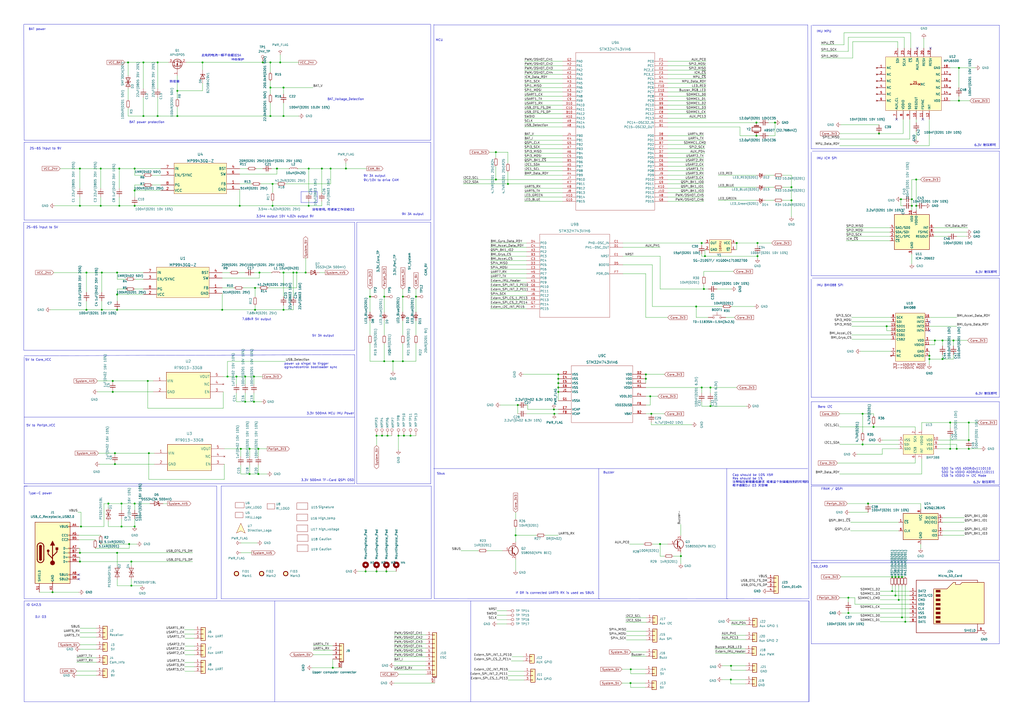
<source format=kicad_sch>
(kicad_sch (version 20230121) (generator eeschema)
  (paper "A2")
  (title_block (title "NxtPX4") (date "2022-12-27") (rev "V1.0") (company "HKUST Khalil"))
  (lib_symbols
    (symbol "Connector:Micro_SD_Card" (pin_names (offset 1.016))
      (property "Reference" "J" (at -16.51 15.24 0))
      (property "Value" "Micro_SD_Card" (at 16.51 15.24 0))
      (symbol "Micro_SD_Card_1_1"
        (pin bidirectional line (at -22.86 7.62 0) (length 3.81) (name "DAT2") (number "1"))
        (pin bidirectional line (at -22.86 5.08 0) (length 3.81) (name "DAT3/CD") (number "2"))
        (pin input line (at -22.86 2.54 0) (length 3.81) (name "CMD") (number "3"))
        (pin power_in line (at -22.86 0 0) (length 3.81) (name "VDD") (number "4"))
        (pin input line (at -22.86 -2.54 0) (length 3.81) (name "CLK") (number "5"))
        (pin power_in line (at -22.86 -5.08 0) (length 3.81) (name "VSS") (number "6"))
        (pin bidirectional line (at -22.86 -7.62 0) (length 3.81) (name "DAT0") (number "7"))
        (pin bidirectional line (at -22.86 -10.16 0) (length 3.81) (name "DAT1") (number "8"))
        (pin passive line (at 20.32 -15.24 180) (length 3.81) (name "SHIELD") (number "9"))
      )
    )
    (symbol "Connector:TestPoint" (pin_numbers hide) (pin_names (offset 0.762) hide)
      (property "Reference" "TP" (at 0 6.858 0))
      (property "Value" "TestPoint" (at 0 5.08 0))
      (symbol "TestPoint_1_1"
        (pin passive line (at 0 0 90) (length 2.54) (name "1") (number "1"))
      )
    )
    (symbol "Connector:USB_C_Receptacle_USB2.0" (pin_names (offset 1.016))
      (property "Reference" "J" (at -10.16 19.05 0))
      (property "Value" "USB_C_Receptacle_USB2.0" (at 19.05 19.05 0))
      (symbol "USB_C_Receptacle_USB2.0_1_1"
        (pin passive line (at 0 -22.86 90) (length 5.08) (name "GND") (number "A1"))
        (pin passive line (at 0 -22.86 90) (length 5.08) hide (name "GND") (number "A12"))
        (pin passive line (at 15.24 15.24 180) (length 5.08) (name "VBUS") (number "A4"))
        (pin bidirectional line (at 15.24 10.16 180) (length 5.08) (name "CC1") (number "A5"))
        (pin bidirectional line (at 15.24 -2.54 180) (length 5.08) (name "D+") (number "A6"))
        (pin bidirectional line (at 15.24 2.54 180) (length 5.08) (name "D-") (number "A7"))
        (pin bidirectional line (at 15.24 -12.7 180) (length 5.08) (name "SBU1") (number "A8"))
        (pin passive line (at 15.24 15.24 180) (length 5.08) hide (name "VBUS") (number "A9"))
        (pin passive line (at 0 -22.86 90) (length 5.08) hide (name "GND") (number "B1"))
        (pin passive line (at 0 -22.86 90) (length 5.08) hide (name "GND") (number "B12"))
        (pin passive line (at 15.24 15.24 180) (length 5.08) hide (name "VBUS") (number "B4"))
        (pin bidirectional line (at 15.24 7.62 180) (length 5.08) (name "CC2") (number "B5"))
        (pin bidirectional line (at 15.24 -5.08 180) (length 5.08) (name "D+") (number "B6"))
        (pin bidirectional line (at 15.24 0 180) (length 5.08) (name "D-") (number "B7"))
        (pin bidirectional line (at 15.24 -15.24 180) (length 5.08) (name "SBU2") (number "B8"))
        (pin passive line (at 15.24 15.24 180) (length 5.08) hide (name "VBUS") (number "B9"))
        (pin passive line (at -7.62 -22.86 90) (length 5.08) (name "SHIELD") (number "S1"))
      )
    )
    (symbol "Connector_Generic:Conn_01x02" (pin_names (offset 1.016) hide)
      (property "Reference" "J" (at 0 2.54 0))
      (property "Value" "Conn_01x02" (at 0 -5.08 0))
      (symbol "Conn_01x02_1_1"
        (pin passive line (at -5.08 0 0) (length 3.81) (name "Pin_1") (number "1"))
        (pin passive line (at -5.08 -2.54 0) (length 3.81) (name "Pin_2") (number "2"))
      )
    )
    (symbol "Connector_Generic:Conn_01x03" (pin_names (offset 1.016) hide)
      (property "Reference" "J" (at 0 5.08 0))
      (property "Value" "Conn_01x03" (at 0 -5.08 0))
      (symbol "Conn_01x03_1_1"
        (pin passive line (at -5.08 2.54 0) (length 3.81) (name "Pin_1") (number "1"))
        (pin passive line (at -5.08 0 0) (length 3.81) (name "Pin_2") (number "2"))
        (pin passive line (at -5.08 -2.54 0) (length 3.81) (name "Pin_3") (number "3"))
      )
    )
    (symbol "Connector_Generic:Conn_01x04" (pin_names (offset 1.016) hide)
      (property "Reference" "J" (at 0 5.08 0))
      (property "Value" "Conn_01x04" (at 0 -7.62 0))
      (symbol "Conn_01x04_1_1"
        (pin passive line (at -5.08 2.54 0) (length 3.81) (name "Pin_1") (number "1"))
        (pin passive line (at -5.08 0 0) (length 3.81) (name "Pin_2") (number "2"))
        (pin passive line (at -5.08 -2.54 0) (length 3.81) (name "Pin_3") (number "3"))
        (pin passive line (at -5.08 -5.08 0) (length 3.81) (name "Pin_4") (number "4"))
      )
    )
    (symbol "Connector_Generic_MountingPin:Conn_01x04_MountingPin" (pin_names (offset 1.016) hide)
      (property "Reference" "J" (at 0 5.08 0))
      (property "Value" "Conn_01x04_MountingPin" (at 1.27 -7.62 0))
      (symbol "Conn_01x04_MountingPin_1_1"
        (text "Mounting" (at 0 -6.731 0) (effects (font (size 0.381 0.381))))
        (pin passive line (at -5.08 2.54 0) (length 3.81) (name "Pin_1") (number "1"))
        (pin passive line (at -5.08 0 0) (length 3.81) (name "Pin_2") (number "2"))
        (pin passive line (at -5.08 -2.54 0) (length 3.81) (name "Pin_3") (number "3"))
        (pin passive line (at -5.08 -5.08 0) (length 3.81) (name "Pin_4") (number "4"))
        (pin passive line (at 0 -10.16 90) (length 3.048) (name "MountPin") (number "MP"))
      )
    )
    (symbol "Connector_Generic_MountingPin:Conn_01x10_MountingPin" (pin_names (offset 1.016) hide)
      (property "Reference" "J" (at 0 12.7 0))
      (property "Value" "Conn_01x10_MountingPin" (at 1.27 -15.24 0))
      (symbol "Conn_01x10_MountingPin_1_1"
        (text "Mounting" (at 0 -14.351 0) (effects (font (size 0.381 0.381))))
        (pin passive line (at -5.08 10.16 0) (length 3.81) (name "Pin_1") (number "1"))
        (pin passive line (at -5.08 -12.7 0) (length 3.81) (name "Pin_10") (number "10"))
        (pin passive line (at -5.08 7.62 0) (length 3.81) (name "Pin_2") (number "2"))
        (pin passive line (at -5.08 5.08 0) (length 3.81) (name "Pin_3") (number "3"))
        (pin passive line (at -5.08 2.54 0) (length 3.81) (name "Pin_4") (number "4"))
        (pin passive line (at -5.08 0 0) (length 3.81) (name "Pin_5") (number "5"))
        (pin passive line (at -5.08 -2.54 0) (length 3.81) (name "Pin_6") (number "6"))
        (pin passive line (at -5.08 -5.08 0) (length 3.81) (name "Pin_7") (number "7"))
        (pin passive line (at -5.08 -7.62 0) (length 3.81) (name "Pin_8") (number "8"))
        (pin passive line (at -5.08 -10.16 0) (length 3.81) (name "Pin_9") (number "9"))
        (pin passive line (at 0 -17.78 90) (length 3.048) (name "MountPin") (number "MP"))
      )
    )
    (symbol "Device:C_Small" (pin_numbers hide) (pin_names (offset 0.254) hide)
      (property "Reference" "C" (at 0.254 1.778 0))
      (property "Value" "C_Small" (at 0.254 -2.032 0))
      (symbol "C_Small_1_1"
        (pin passive line (at 0 2.54 270) (length 2.032) (name "~") (number "1"))
        (pin passive line (at 0 -2.54 90) (length 2.032) (name "~") (number "2"))
      )
    )
    (symbol "Device:D_Schottky" (pin_numbers hide) (pin_names (offset 1.016) hide)
      (property "Reference" "D" (at 0 2.54 0))
      (property "Value" "D_Schottky" (at 0 -2.54 0))
      (symbol "D_Schottky_1_1"
        (pin passive line (at -3.81 0 0) (length 2.54) (name "K") (number "1"))
        (pin passive line (at 3.81 0 180) (length 2.54) (name "A") (number "2"))
      )
    )
    (symbol "Device:D_TVS" (pin_numbers hide) (pin_names (offset 1.016) hide)
      (property "Reference" "D" (at 0 2.54 0))
      (property "Value" "D_TVS" (at 0 -2.54 0))
      (symbol "D_TVS_1_1"
        (pin passive line (at -3.81 0 0) (length 2.54) (name "A1") (number "1"))
        (pin passive line (at 3.81 0 180) (length 2.54) (name "A2") (number "2"))
      )
    )
    (symbol "Device:D_Zener" (pin_numbers hide) (pin_names (offset 1.016) hide)
      (property "Reference" "D" (at 0 2.54 0))
      (property "Value" "D_Zener" (at 0 -2.54 0))
      (symbol "D_Zener_1_1"
        (pin passive line (at -3.81 0 0) (length 2.54) (name "K") (number "1"))
        (pin passive line (at 3.81 0 180) (length 2.54) (name "A") (number "2"))
      )
    )
    (symbol "Device:LED_Small" (pin_numbers hide) (pin_names (offset 0.254) hide)
      (property "Reference" "D" (at -1.27 3.175 0))
      (property "Value" "LED_Small" (at -4.445 -2.54 0))
      (symbol "LED_Small_1_1"
        (pin passive line (at -2.54 0 0) (length 1.778) (name "K") (number "1"))
        (pin passive line (at 2.54 0 180) (length 1.778) (name "A") (number "2"))
      )
    )
    (symbol "Device:L_Small" (pin_numbers hide) (pin_names (offset 0.254) hide)
      (property "Reference" "L" (at 0.762 1.016 0))
      (property "Value" "L_Small" (at 0.762 -1.016 0))
      (symbol "L_Small_1_1"
        (pin passive line (at 0 2.54 270) (length 0.508) (name "~") (number "1"))
        (pin passive line (at 0 -2.54 90) (length 0.508) (name "~") (number "2"))
      )
    )
    (symbol "Device:Q_NPN_BEC" (pin_names (offset 0) hide)
      (property "Reference" "Q" (at 5.08 1.27 0))
      (property "Value" "Q_NPN_BEC" (at 5.08 -1.27 0))
      (symbol "Q_NPN_BEC_1_1"
        (pin input line (at -5.08 0 0) (length 5.715) (name "B") (number "1"))
        (pin passive line (at 2.54 -5.08 90) (length 2.54) (name "E") (number "2"))
        (pin passive line (at 2.54 5.08 270) (length 2.54) (name "C") (number "3"))
      )
    )
    (symbol "Device:Q_PMOS_GSD" (pin_names (offset 0) hide)
      (property "Reference" "Q" (at 5.08 1.27 0))
      (property "Value" "Q_PMOS_GSD" (at 5.08 -1.27 0))
      (symbol "Q_PMOS_GSD_1_1"
        (pin input line (at -5.08 0 0) (length 2.54) (name "G") (number "1"))
        (pin passive line (at 2.54 -5.08 90) (length 2.54) (name "S") (number "2"))
        (pin passive line (at 2.54 5.08 270) (length 2.54) (name "D") (number "3"))
      )
    )
    (symbol "Device:R_Small" (pin_numbers hide) (pin_names (offset 0.254) hide)
      (property "Reference" "R" (at 0.762 0.508 0))
      (property "Value" "R_Small" (at 0.762 -1.016 0))
      (symbol "R_Small_1_1"
        (pin passive line (at 0 2.54 270) (length 0.762) (name "~") (number "1"))
        (pin passive line (at 0 -2.54 90) (length 0.762) (name "~") (number "2"))
      )
    )
    (symbol "Diode:ESD9B5.0ST5G" (pin_numbers hide) (pin_names (offset 1.016) hide)
      (property "Reference" "D" (at 0 2.54 0))
      (property "Value" "ESD9B5.0ST5G" (at 0 -2.54 0))
      (symbol "ESD9B5.0ST5G_1_1"
        (pin passive line (at -3.81 0 0) (length 2.54) (name "A1") (number "1"))
        (pin passive line (at 3.81 0 180) (length 2.54) (name "A2") (number "2"))
      )
    )
    (symbol "Mechanical:Fiducial"
      (property "Reference" "FID" (at 0 5.08 0))
      (property "Value" "Fiducial" (at 0 3.175 0))
    )
    (symbol "Mechanical:MountingHole_Pad" (pin_numbers hide) (pin_names (offset 1.016) hide)
      (property "Reference" "H" (at 0 6.35 0))
      (property "Value" "MountingHole_Pad" (at 0 4.445 0))
      (symbol "MountingHole_Pad_1_1"
        (pin input line (at 0 -2.54 90) (length 2.54) (name "1") (number "1"))
      )
    )
    (symbol "Memory_Flash:W25Q128JVS"
      (property "Reference" "U" (at -8.89 8.89 0))
      (property "Value" "W25Q128JVS" (at 7.62 8.89 0))
      (symbol "W25Q128JVS_1_1"
        (pin input line (at -12.7 2.54 0) (length 2.54) (name "~{CS}") (number "1"))
        (pin bidirectional line (at 12.7 2.54 180) (length 2.54) (name "DO(IO1)") (number "2"))
        (pin bidirectional line (at 12.7 -2.54 180) (length 2.54) (name "IO2") (number "3"))
        (pin power_in line (at 0 -10.16 90) (length 2.54) (name "GND") (number "4"))
        (pin bidirectional line (at 12.7 5.08 180) (length 2.54) (name "DI(IO0)") (number "5"))
        (pin input line (at -12.7 -2.54 0) (length 2.54) (name "CLK") (number "6"))
        (pin bidirectional line (at 12.7 -5.08 180) (length 2.54) (name "IO3") (number "7"))
        (pin power_in line (at 0 10.16 270) (length 2.54) (name "VCC") (number "8"))
      )
    )
    (symbol "NxtPX4_Symbol:BMI088"
      (property "Reference" "U" (at -0.635 0 0))
      (property "Value" "BMI088" (at -0.635 15.875 0))
      (symbol "BMI088_0_0"
        (text "PS->GND:SPI MODE" (at -0.635 -16.51 0) (effects (font (size 1.27 1.27))))
        (text "PS->VDD:IIC MODE" (at -1.016 -18.288 0) (effects (font (size 1.27 1.27))))
      )
      (symbol "BMI088_1_1"
        (pin output line (at 10.795 8.255 180) (length 2.54) (name "INT2") (number "1"))
        (pin bidirectional line (at -11.43 3.175 0) (length 2.54) (name "SDO2") (number "10"))
        (pin input line (at 10.795 -5.08 180) (length 2.54) (name "VDDIO") (number "11"))
        (pin output line (at 10.795 5.715 180) (length 2.54) (name "INT3") (number "12"))
        (pin output line (at 10.795 3.175 180) (length 2.54) (name "INT4") (number "13"))
        (pin input line (at -11.43 0.635 0) (length 2.54) (name "CSB1") (number "14"))
        (pin bidirectional line (at -11.43 5.715 0) (length 2.54) (name "SDO1") (number "15"))
        (pin output line (at 10.795 10.795 180) (length 2.54) (name "INT1") (number "16"))
        (pin no_connect line (at -11.43 -11.43 0) (length 2.54) (name "NC") (number "2"))
        (pin input line (at 10.795 -2.54 180) (length 2.54) (name "VDD") (number "3"))
        (pin input line (at 10.795 -11.43 180) (length 2.54) (name "GNDIO") (number "4"))
        (pin input line (at -11.43 -1.905 0) (length 2.54) (name "CSB2") (number "5"))
        (pin input line (at 10.795 -8.89 180) (length 2.54) (name "GND") (number "6"))
        (pin input line (at -11.43 -8.89 0) (length 2.54) (name "PS") (number "7"))
        (pin input line (at -11.43 10.795 0) (length 2.54) (name "SCK") (number "8"))
        (pin bidirectional line (at -11.43 8.255 0) (length 2.54) (name "SDI") (number "9"))
      )
    )
    (symbol "NxtPX4_Symbol:BMP388"
      (property "Reference" "U" (at -0.254 -2.286 0))
      (property "Value" "BMP388" (at -10.668 7.366 0))
      (symbol "BMP388_1_1"
        (pin input line (at 1.905 5.715 270) (length 2.54) (name "VDDIO") (number "1"))
        (pin input line (at 11.43 0 180) (length 2.54) (name "VDD") (number "10"))
        (pin input line (at -1.905 5.715 270) (length 2.54) (name "SCK") (number "2"))
        (pin input line (at -11.43 0 0) (length 2.54) (name "VSS") (number "3"))
        (pin bidirectional line (at -11.43 -2.54 0) (length 2.54) (name "SDI") (number "4"))
        (pin bidirectional line (at -11.43 -5.08 0) (length 2.54) (name "SDO") (number "5"))
        (pin input line (at -1.905 -10.795 90) (length 2.54) (name "CSB") (number "6"))
        (pin bidirectional line (at 1.905 -10.795 90) (length 2.54) (name "INT") (number "7"))
        (pin input line (at 11.43 -5.08 180) (length 2.54) (name "VSS") (number "8"))
        (pin input line (at 11.43 -2.54 180) (length 2.54) (name "VSS") (number "9"))
      )
    )
    (symbol "NxtPX4_Symbol:Caution_Logo"
      (property "Reference" "U" (at 0 0 0))
    )
    (symbol "NxtPX4_Symbol:Direction_Logo"
      (property "Reference" "U" (at 0 0 0))
      (property "Value" "Direction_Logo" (at 0 3.81 0))
    )
    (symbol "NxtPX4_Symbol:HKU_Logo"
      (property "Reference" "U" (at 0 0 0))
      (property "Value" "HKU_Logo" (at 0 0 0))
    )
    (symbol "NxtPX4_Symbol:High_Voltage_Logo"
      (property "Reference" "U" (at 0 0 0))
    )
    (symbol "NxtPX4_Symbol:High_temperature_Logo"
      (property "Reference" "U" (at 0 0 0))
    )
    (symbol "NxtPX4_Symbol:LSE-Oscillator" (pin_numbers hide) (pin_names (offset 1.016) hide)
      (property "Reference" "Y?" (at -3.3274 -1.1684 90))
      (property "Value" "LSE-Oscillator" (at 10.16 -5.08 0))
      (symbol "LSE-Oscillator_1_1"
        (pin passive line (at -3.81 0 0) (length 1.27) (name "1") (number "1"))
        (pin passive line (at 3.81 0 180) (length 1.27) (name "2") (number "2"))
      )
    )
    (symbol "NxtPX4_Symbol:MP9943GQ-Z" (pin_names (offset 0.254))
      (property "Reference" "U" (at 22.86 10.16 0))
      (property "Value" "MP9943GQ-Z" (at 22.86 7.62 0))
      (property "Datasheet" "https://www.monolithicpower.cn/cn/documentview/productdocument/index/version/2/document_type/Datasheet/lang/en/sku/MP9943GQ-Z/document_id/865/" (at 1.27 12.7 0))
      (symbol "MP9943GQ-Z_1_1"
        (pin output line (at 45.72 -6.985 180) (length 7.62) (name "FB") (number "1"))
        (pin power_out line (at 0 -10.795 0) (length 7.62) (name "VCC") (number "2"))
        (pin input line (at 0 -1.905 0) (length 7.62) (name "EN/SYNC") (number "3"))
        (pin input line (at 45.72 1.905 180) (length 7.62) (name "BST") (number "4"))
        (pin power_in line (at 45.72 -10.16 180) (length 7.62) (name "GND") (number "5"))
        (pin output line (at 45.72 -1.27 180) (length 7.62) (name "SW") (number "6"))
        (pin input line (at 0 1.905 0) (length 7.62) (name "IN") (number "7"))
        (pin output line (at 0 -7.62 0) (length 7.62) (name "PG") (number "8"))
      )
    )
    (symbol "NxtPX4_Symbol:MPU6500"
      (property "Reference" "U" (at -10.795 21.59 0))
      (property "Value" "MPU6500" (at -0.635 4.445 0))
      (property "Footprint" "Package_DFN_QFN:QFN-24-1EP_3x3mm_P0.4mm_EP1.75x1.6mm" (at -5.08 26.67 0))
      (symbol "MPU6500_1_1"
        (pin no_connect line (at -21.59 9.525 0) (length 5.08) (name "NC") (number "1"))
        (pin input line (at 1.27 -20.32 90) (length 5.08) (name "REGOUT") (number "10"))
        (pin input line (at 5.08 -20.32 90) (length 5.08) (name "FSYNC") (number "11"))
        (pin output line (at 8.89 -20.32 90) (length 5.08) (name "INT") (number "12"))
        (pin input line (at 20.955 -9.525 180) (length 5.08) (name "VDD") (number "13"))
        (pin no_connect line (at 20.955 -5.715 180) (length 5.08) (name "NC") (number "14"))
        (pin no_connect line (at 20.955 -1.905 180) (length 5.08) (name "NC") (number "15"))
        (pin no_connect line (at 20.955 1.905 180) (length 5.08) (name "NC") (number "16"))
        (pin no_connect line (at 20.955 5.715 180) (length 5.08) (name "NC") (number "17"))
        (pin input line (at 20.955 9.525 180) (length 5.08) (name "GND") (number "18"))
        (pin input line (at 9.525 20.955 270) (length 5.08) (name "RESV") (number "19"))
        (pin no_connect line (at -21.59 5.715 0) (length 5.08) (name "NC") (number "2"))
        (pin input line (at 5.715 20.955 270) (length 5.08) (name "RESV") (number "20"))
        (pin input line (at 1.905 20.955 270) (length 5.08) (name "AUX_DA") (number "21"))
        (pin input line (at -1.905 20.955 270) (length 5.08) (name "~{CS}") (number "22"))
        (pin input line (at -5.715 20.955 270) (length 5.08) (name "SCLK") (number "23"))
        (pin input line (at -9.525 20.955 270) (length 5.08) (name "SDI") (number "24"))
        (pin no_connect non_logic (at -1.905 0 0) (length 5.08) (name "NC") (number "25"))
        (pin no_connect line (at -21.59 1.905 0) (length 5.08) (name "NC") (number "3"))
        (pin no_connect line (at -21.59 -1.905 0) (length 5.08) (name "NC") (number "4"))
        (pin no_connect line (at -21.59 -5.715 0) (length 5.08) (name "NC") (number "5"))
        (pin no_connect line (at -21.59 -9.525 0) (length 5.08) (name "NC") (number "6"))
        (pin input line (at -10.16 -20.32 90) (length 5.08) (name "AUX_CL") (number "7"))
        (pin input line (at -6.35 -20.32 90) (length 5.08) (name "VDDIO") (number "8"))
        (pin output line (at -2.54 -20.32 90) (length 5.08) (name "SDO") (number "9"))
      )
    )
    (symbol "NxtPX4_Symbol:RI_LOGO"
      (property "Reference" "U" (at 0 0 0))
      (property "Value" "RI_LOGO" (at 0 0 0))
    )
    (symbol "NxtPX4_Symbol:RT9013-33GB" (pin_names (offset 0.254))
      (property "Reference" "U" (at 20.32 10.16 0))
      (property "Value" "RT9013-33GB" (at 20.32 7.62 0))
      (symbol "RT9013-33GB_1_1"
        (pin power_in line (at 0 0 0) (length 7.62) (name "VIN") (number "1"))
        (pin power_in line (at 0 -6.35 0) (length 7.62) (name "GND") (number "2"))
        (pin input line (at 40.64 -6.35 180) (length 7.62) (name "EN") (number "3"))
        (pin no_connect line (at 40.64 -1.905 180) (length 7.62) (name "NC") (number "4"))
        (pin power_out line (at 40.64 2.54 180) (length 7.62) (name "VOUT") (number "5"))
      )
    )
    (symbol "NxtPX4_Symbol:SG-210STF"
      (property "Reference" "Y?" (at 0 0 0))
      (property "Value" "SG-210STF" (at 0.508 5.842 0))
      (symbol "SG-210STF_0_0"
        (text "16MHz" (at 0 0 900) (effects (font (size 1.27 1.27))))
      )
      (symbol "SG-210STF_1_1"
        (pin input line (at -8.89 -1.905 0) (length 2.54) (name "~{ST}") (number "1"))
        (pin input line (at 8.89 -1.905 180) (length 2.54) (name "GND") (number "2"))
        (pin input line (at 8.89 1.905 180) (length 2.54) (name "OUT") (number "3"))
        (pin input line (at -8.89 1.905 0) (length 2.54) (name "VCC") (number "4"))
      )
    )
    (symbol "NxtPX4_Symbol:STM32H743VIH6" (pin_names (offset 0.254))
      (property "Reference" "U" (at 30.48 10.16 0))
      (property "Value" "STM32H743VIH6" (at 30.48 7.62 0))
      (symbol "STM32H743VIH6_1_1"
        (pin bidirectional line (at 60.96 -35.56 180) (length 7.62) (name "PC14-OSC32_IN") (number "A1"))
        (pin bidirectional line (at 0 -33.02 0) (length 7.62) (name "PA13") (number "A10"))
        (pin bidirectional line (at 60.96 -33.02 180) (length 7.62) (name "PC13") (number "A2"))
        (pin bidirectional line (at 0 -66.04 0) (length 7.62) (name "PB9") (number "A4"))
        (pin bidirectional line (at 0 -60.96 0) (length 7.62) (name "PB7") (number "A5"))
        (pin bidirectional line (at 0 -53.34 0) (length 7.62) (name "PB4") (number "A6"))
        (pin bidirectional line (at 0 -50.8 0) (length 7.62) (name "PB3") (number "A7"))
        (pin bidirectional line (at 0 -38.1 0) (length 7.62) (name "PA15") (number "A8"))
        (pin bidirectional line (at 0 -35.56 0) (length 7.62) (name "PA14") (number "A9"))
        (pin bidirectional line (at 60.96 -38.1 180) (length 7.62) (name "PC15-OSC32_OUT") (number "B1"))
        (pin bidirectional line (at 0 -30.48 0) (length 7.62) (name "PA12") (number "B10"))
        (pin bidirectional line (at 0 -63.5 0) (length 7.62) (name "PB8") (number "B4"))
        (pin bidirectional line (at 0 -58.42 0) (length 7.62) (name "PB6") (number "B5"))
        (pin bidirectional line (at 60.96 -55.88 180) (length 7.62) (name "PD5") (number "B6"))
        (pin bidirectional line (at 60.96 -48.26 180) (length 7.62) (name "PD2") (number "B7"))
        (pin bidirectional line (at 60.96 -27.94 180) (length 7.62) (name "PC11") (number "B8"))
        (pin bidirectional line (at 60.96 -25.4 180) (length 7.62) (name "PC10") (number "B9"))
        (pin bidirectional line (at 0 -27.94 0) (length 7.62) (name "PA11") (number "C10"))
        (pin bidirectional line (at 0 -55.88 0) (length 7.62) (name "PB5") (number "C5"))
        (pin bidirectional line (at 60.96 -58.42 180) (length 7.62) (name "PD6") (number "C6"))
        (pin bidirectional line (at 60.96 -50.8 180) (length 7.62) (name "PD3") (number "C7"))
        (pin bidirectional line (at 60.96 -30.48 180) (length 7.62) (name "PC12") (number "C8"))
        (pin bidirectional line (at 0 -22.86 0) (length 7.62) (name "PA9") (number "C9"))
        (pin bidirectional line (at 0 -25.4 0) (length 7.62) (name "PA10") (number "D10"))
        (pin bidirectional line (at 60.96 -60.96 180) (length 7.62) (name "PD7") (number "D6"))
        (pin bidirectional line (at 60.96 -53.34 180) (length 7.62) (name "PD4") (number "D7"))
        (pin bidirectional line (at 60.96 -43.18 180) (length 7.62) (name "PD0") (number "D8"))
        (pin bidirectional line (at 0 -20.32 0) (length 7.62) (name "PA8") (number "D9"))
        (pin bidirectional line (at 60.96 -17.78 180) (length 7.62) (name "PC7") (number "E10"))
        (pin bidirectional line (at 60.96 -5.08 180) (length 7.62) (name "PC2_C") (number "E2"))
        (pin bidirectional line (at 60.96 -45.72 180) (length 7.62) (name "PD1") (number "E8"))
        (pin bidirectional line (at 60.96 -22.86 180) (length 7.62) (name "PC9") (number "E9"))
        (pin bidirectional line (at 60.96 0 180) (length 7.62) (name "PC0") (number "F1"))
        (pin bidirectional line (at 60.96 -15.24 180) (length 7.62) (name "PC6") (number "F10"))
        (pin bidirectional line (at 60.96 -2.54 180) (length 7.62) (name "PC1") (number "F2"))
        (pin bidirectional line (at 60.96 -7.62 180) (length 7.62) (name "PC3_C") (number "F3"))
        (pin bidirectional line (at 60.96 -20.32 180) (length 7.62) (name "PC8") (number "F9"))
        (pin bidirectional line (at 0 -81.28 0) (length 7.62) (name "PB15") (number "G10"))
        (pin bidirectional line (at 0 0 0) (length 7.62) (name "PA0") (number "G2"))
        (pin bidirectional line (at 0 -10.16 0) (length 7.62) (name "PA4") (number "G3"))
        (pin bidirectional line (at 60.96 -10.16 180) (length 7.62) (name "PC4") (number "G4"))
        (pin bidirectional line (at 0 -48.26 0) (length 7.62) (name "PB2") (number "G5"))
        (pin bidirectional line (at 60.96 -81.28 180) (length 7.62) (name "PD15") (number "G8"))
        (pin bidirectional line (at 60.96 -71.12 180) (length 7.62) (name "PD11") (number "G9"))
        (pin bidirectional line (at 0 -78.74 0) (length 7.62) (name "PB14") (number "H10"))
        (pin bidirectional line (at 0 -2.54 0) (length 7.62) (name "PA1") (number "H2"))
        (pin bidirectional line (at 0 -12.7 0) (length 7.62) (name "PA5") (number "H3"))
        (pin bidirectional line (at 60.96 -12.7 180) (length 7.62) (name "PC5") (number "H4"))
        (pin bidirectional line (at 60.96 -78.74 180) (length 7.62) (name "PD14") (number "H8"))
        (pin bidirectional line (at 60.96 -68.58 180) (length 7.62) (name "PD10") (number "H9"))
        (pin bidirectional line (at 60.96 -76.2 180) (length 7.62) (name "PD13") (number "J10"))
        (pin bidirectional line (at 0 -5.08 0) (length 7.62) (name "PA2") (number "J2"))
        (pin bidirectional line (at 0 -15.24 0) (length 7.62) (name "PA6") (number "J3"))
        (pin bidirectional line (at 0 -43.18 0) (length 7.62) (name "PB0") (number "J4"))
        (pin bidirectional line (at 0 -68.58 0) (length 7.62) (name "PB10") (number "J7"))
        (pin bidirectional line (at 0 -76.2 0) (length 7.62) (name "PB13") (number "J8"))
        (pin bidirectional line (at 60.96 -66.04 180) (length 7.62) (name "PD9") (number "J9"))
        (pin bidirectional line (at 60.96 -73.66 180) (length 7.62) (name "PD12") (number "K10"))
        (pin bidirectional line (at 0 -7.62 0) (length 7.62) (name "PA3") (number "K2"))
        (pin bidirectional line (at 0 -17.78 0) (length 7.62) (name "PA7") (number "K3"))
        (pin bidirectional line (at 0 -45.72 0) (length 7.62) (name "PB1") (number "K4"))
        (pin bidirectional line (at 0 -71.12 0) (length 7.62) (name "PB11") (number "K7"))
        (pin bidirectional line (at 0 -73.66 0) (length 7.62) (name "PB12") (number "K8"))
        (pin bidirectional line (at 60.96 -63.5 180) (length 7.62) (name "PD8") (number "K9"))
      )
      (symbol "STM32H743VIH6_2_1"
        (pin bidirectional line (at 0 -5.08 0) (length 7.62) (name "PE2") (number "A3"))
        (pin bidirectional line (at 0 -7.62 0) (length 7.62) (name "PE3") (number "B3"))
        (pin bidirectional line (at 55.88 0 180) (length 7.62) (name "PH0-OSC_IN") (number "C1"))
        (pin bidirectional line (at 0 -10.16 0) (length 7.62) (name "PE4") (number "C3"))
        (pin bidirectional line (at 0 -2.54 0) (length 7.62) (name "PE1") (number "C4"))
        (pin bidirectional line (at 55.88 -2.54 180) (length 7.62) (name "PH1-OSC_OUT") (number "D1"))
        (pin bidirectional line (at 0 -12.7 0) (length 7.62) (name "PE5") (number "D3"))
        (pin bidirectional line (at 0 0 0) (length 7.62) (name "PE0") (number "D4"))
        (pin input line (at 55.88 -12.7 180) (length 7.62) (name "BOOT0") (number "D5"))
        (pin bidirectional line (at 55.88 -7.62 180) (length 7.62) (name "NRST") (number "E1"))
        (pin bidirectional line (at 0 -15.24 0) (length 7.62) (name "PE6") (number "E3"))
        (pin bidirectional line (at 55.88 -17.78 180) (length 7.62) (name "PDR_ON") (number "F7"))
        (pin bidirectional line (at 0 -25.4 0) (length 7.62) (name "PE10") (number "G6"))
        (pin bidirectional line (at 0 -35.56 0) (length 7.62) (name "PE14") (number "G7"))
        (pin bidirectional line (at 0 -17.78 0) (length 7.62) (name "PE7") (number "H5"))
        (pin bidirectional line (at 0 -27.94 0) (length 7.62) (name "PE11") (number "H6"))
        (pin bidirectional line (at 0 -38.1 0) (length 7.62) (name "PE15") (number "H7"))
        (pin bidirectional line (at 0 -20.32 0) (length 7.62) (name "PE8") (number "J5"))
        (pin bidirectional line (at 0 -30.48 0) (length 7.62) (name "PE12") (number "J6"))
        (pin bidirectional line (at 0 -22.86 0) (length 7.62) (name "PE9") (number "K5"))
        (pin bidirectional line (at 0 -33.02 0) (length 7.62) (name "PE13") (number "K6"))
      )
      (symbol "STM32H743VIH6_3_1"
        (pin power_in line (at 50.8 -22.86 180) (length 7.62) (name "VBAT") (number "B2"))
        (pin power_in line (at 0 0 0) (length 7.62) (name "VSS") (number "C2"))
        (pin power_in line (at 50.8 0 180) (length 7.62) (name "VDD") (number "D2"))
        (pin power_in line (at 0 -2.54 0) (length 7.62) (name "VSS") (number "E4"))
        (pin power_in line (at 0 -5.08 0) (length 7.62) (name "VSS") (number "E5"))
        (pin power_in line (at 0 -7.62 0) (length 7.62) (name "VSS") (number "E6"))
        (pin power_in line (at 0 -20.32 0) (length 7.62) (name "VCAP") (number "E7"))
        (pin power_in line (at 50.8 -12.7 180) (length 7.62) (name "VDDLDO") (number "F4"))
        (pin power_in line (at 50.8 -2.54 180) (length 7.62) (name "VDD") (number "F5"))
        (pin power_in line (at 50.8 -17.78 180) (length 7.62) (name "VDD33USB") (number "F6"))
        (pin power_in line (at 0 -22.86 0) (length 7.62) (name "VCAP") (number "F8"))
        (pin power_in line (at 0 -15.24 0) (length 7.62) (name "VSSA") (number "G1"))
        (pin power_in line (at 50.8 -7.62 180) (length 7.62) (name "VDDA") (number "H1"))
        (pin power_in line (at 0 -10.16 0) (length 7.62) (name "VSS") (number "J1"))
        (pin power_in line (at 50.8 -5.08 180) (length 7.62) (name "VDD") (number "K1"))
      )
    )
    (symbol "NxtPX4_Symbol:Signature"
      (property "Reference" "U" (at 0 0 0))
    )
    (symbol "NxtPX4_Symbol:UAV_LOGO"
      (property "Reference" "U" (at 0 0 0))
      (property "Value" "UAV_LOGO" (at 0 -2.54 0))
    )
    (symbol "Sensor_Motion:ICM-20602"
      (property "Reference" "U" (at -10.16 11.43 0))
      (property "Value" "ICM-20602" (at 10.16 11.43 0))
      (symbol "ICM-20602_1_1"
        (pin power_in line (at 2.54 12.7 270) (length 2.54) (name "VDDIO") (number "1"))
        (pin passive line (at 0 -12.7 90) (length 2.54) hide (name "GND") (number "10"))
        (pin passive line (at 0 -12.7 90) (length 2.54) hide (name "GND") (number "11"))
        (pin passive line (at 0 -12.7 90) (length 2.54) hide (name "GND") (number "12"))
        (pin passive line (at 0 -12.7 90) (length 2.54) hide (name "GND") (number "13"))
        (pin passive line (at 12.7 -2.54 180) (length 2.54) (name "REGOUT") (number "14"))
        (pin passive line (at 0 -12.7 90) (length 2.54) hide (name "GND") (number "15"))
        (pin power_in line (at 0 12.7 270) (length 2.54) (name "VDD") (number "16"))
        (pin input line (at -12.7 -2.54 0) (length 2.54) (name "SCL/SPC") (number "2"))
        (pin bidirectional line (at -12.7 0 0) (length 2.54) (name "SDA/SDI") (number "3"))
        (pin bidirectional line (at -12.7 2.54 0) (length 2.54) (name "SAO/SD0") (number "4"))
        (pin input line (at -12.7 -5.08 0) (length 2.54) (name "~{CS}") (number "5"))
        (pin output line (at 12.7 2.54 180) (length 2.54) (name "INT") (number "6"))
        (pin no_connect line (at -10.16 5.08 0) (length 2.54) hide (name "RESV") (number "7"))
        (pin input line (at 12.7 0 180) (length 2.54) (name "FSYNC") (number "8"))
        (pin power_in line (at 0 -12.7 90) (length 2.54) (name "GND") (number "9"))
      )
    )
    (symbol "Switch:SW_Push" (pin_numbers hide) (pin_names (offset 1.016) hide)
      (property "Reference" "SW" (at 1.27 2.54 0))
      (property "Value" "SW_Push" (at 0 -1.524 0))
      (symbol "SW_Push_0_1"
        (pin passive line (at -5.08 0 0) (length 2.54) (name "1") (number "1"))
        (pin passive line (at 5.08 0 180) (length 2.54) (name "2") (number "2"))
      )
    )
    (symbol "power:GND" (power) (pin_names (offset 0))
      (property "Value" "GND" (at 0 -3.81 0))
      (symbol "GND_1_1"
        (pin power_in line (at 0 0 270) (length 0) hide (name "GND") (number "1"))
      )
    )
    (symbol "power:PWR_FLAG" (power) (pin_numbers hide) (pin_names (offset 0) hide)
      (property "Value" "PWR_FLAG" (at 0 3.81 0))
      (symbol "PWR_FLAG_0_0"
        (pin power_out line (at 0 0 90) (length 0) (name "pwr") (number "1"))
      )
    )
  )
  (junction (at 514.35 189.23))
  (junction (at 500.38 257.81))
  (junction (at 102.87 52.705))
  (junction (at 528.955 119.38))
  (junction (at 459.105 116.205))
  (junction (at 449.58 71.12))
  (junction (at 241.3 172.085))
  (junction (at 83.185 36.195))
  (junction (at 147.32 218.44))
  (junction (at 407.035 140.97))
  (junction (at 234.315 252.73))
  (junction (at 509.905 77.47))
  (junction (at 503.555 292.1))
  (junction (at 528.955 115.57))
  (junction (at 365.76 396.24))
  (junction (at 546.735 197.485))
  (junction (at 78.105 97.79))
  (junction (at 214.63 172.085))
  (junction (at 321.31 237.49))
  (junction (at 102.87 67.31))
  (junction (at 224.155 331.47))
  (junction (at 221.615 252.73))
  (junction (at 438.785 78.74))
  (junction (at 424.053 386.207))
  (junction (at 377.825 240.03))
  (junction (at 287.655 88.265))
  (junction (at 517.525 342.9))
  (junction (at 521.335 334.645))
  (junction (at 162.56 36.195))
  (junction (at 150.495 158.115))
  (junction (at 46.99 305.435))
  (junction (at 170.18 158.115))
  (junction (at 523.24 334.645))
  (junction (at 158.115 119.38))
  (junction (at 147.955 179.705))
  (junction (at 519.43 334.645))
  (junction (at 554.99 260.35))
  (junction (at 160.655 97.79))
  (junction (at 186.69 97.79))
  (junction (at 459.105 108.585))
  (junction (at 227.965 209.55))
  (junction (at 323.85 222.25))
  (junction (at 423.926 394.208))
  (junction (at 91.44 36.195))
  (junction (at 408.305 167.64))
  (junction (at 74.295 36.195))
  (junction (at 218.44 252.73))
  (junction (at 147.32 233.045))
  (junction (at 164.465 67.31))
  (junction (at 556.26 39.37))
  (junction (at 172.085 158.115))
  (junction (at 59.055 179.705))
  (junction (at 137.16 218.44))
  (junction (at 531.495 104.14))
  (junction (at 144.78 274.955))
  (junction (at 78.105 305.435))
  (junction (at 65.405 227.33))
  (junction (at 407.035 224.79))
  (junction (at 164.465 158.115))
  (junction (at 83.185 67.31))
  (junction (at 70.485 305.435))
  (junction (at 321.564 240.03))
  (junction (at 85.725 220.98))
  (junction (at 238.125 252.73))
  (junction (at 50.165 179.705))
  (junction (at 408.94 148.59))
  (junction (at 164.465 179.705))
  (junction (at 67.945 170.815))
  (junction (at 500.38 240.03))
  (junction (at 403.86 177.8))
  (junction (at 492.125 355.6))
  (junction (at 299.085 310.515))
  (junction (at 139.065 119.38))
  (junction (at 177.292 158.115))
  (junction (at 539.115 206.375))
  (junction (at 131.953 218.44))
  (junction (at 224.79 252.73))
  (junction (at 531.495 119.38))
  (junction (at 117.475 36.195))
  (junction (at 66.675 262.89))
  (junction (at 78.105 292.1))
  (junction (at 46.355 325.755))
  (junction (at 69.215 97.79))
  (junction (at 323.85 224.79))
  (junction (at 149.86 260.35))
  (junction (at 561.975 245.11))
  (junction (at 58.42 97.79))
  (junction (at 46.355 119.38))
  (junction (at 179.07 119.38))
  (junction (at 233.68 209.55))
  (junction (at 86.36 262.89))
  (junction (at 233.68 172.085))
  (junction (at 70.485 292.1))
  (junction (at 412.115 235.585))
  (junction (at 492.125 346.71))
  (junction (at 30.48 343.535))
  (junction (at 222.885 172.085))
  (junction (at 76.2 325.755))
  (junction (at 365.887 388.239))
  (junction (at 556.26 58.42))
  (junction (at 519.43 345.44))
  (junction (at 193.04 387.35))
  (junction (at 525.145 360.68))
  (junction (at 521.335 347.98))
  (junction (at 149.86 274.955))
  (junction (at 46.355 97.79))
  (junction (at 561.975 260.35))
  (junction (at 374.65 217.17))
  (junction (at 78.105 110.49))
  (junction (at 539.115 208.28))
  (junction (at 231.14 252.73))
  (junction (at 50.165 158.115))
  (junction (at 67.945 179.705))
  (junction (at 142.24 218.44))
  (junction (at 74.93 315.595))
  (junction (at 179.07 97.79))
  (junction (at 294.64 106.68))
  (junction (at 212.09 331.47))
  (junction (at 323.85 217.17))
  (junction (at 67.945 158.115))
  (junction (at 200.66 97.79))
  (junction (at 394.97 322.58))
  (junction (at 218.44 331.47))
  (junction (at 46.355 320.675))
  (junction (at 164.465 50.8))
  (junction (at 142.24 233.045))
  (junction (at 323.85 219.71))
  (junction (at 66.675 269.24))
  (junction (at 158.115 106.68))
  (junction (at 506.73 247.65))
  (junction (at 139.7 260.35))
  (junction (at 128.905 179.705))
  (junction (at 553.085 197.485))
  (junction (at 551.18 260.35))
  (junction (at 561.975 255.27))
  (junction (at 156.845 67.31))
  (junction (at 323.85 227.33))
  (junction (at 147.955 167.005))
  (junction (at 91.44 67.31))
  (junction (at 76.2 339.725))
  (junction (at 156.845 50.8))
  (junction (at 517.525 334.645))
  (junction (at 222.885 209.55))
  (junction (at 377.19 229.87))
  (junction (at 382.905 315.595))
  (junction (at 542.29 197.485))
  (junction (at 144.78 260.35))
  (junction (at 427.355 140.97))
  (junction (at 439.42 148.59))
  (junction (at 156.845 36.195))
  (junction (at 439.42 140.97))
  (junction (at 546.735 208.28))
  (junction (at 300.355 234.95))
  (junction (at 152.4 36.195))
  (junction (at 67.945 320.675))
  (junction (at 522.605 115.57))
  (junction (at 374.65 219.71))
  (junction (at 287.655 104.14))
  (junction (at 523.24 358.14))
  (junction (at 58.42 119.38))
  (junction (at 65.405 220.98))
  (junction (at 62.865 292.1))
  (junction (at 551.18 245.11))
  (junction (at 69.215 119.38))
  (junction (at 59.055 158.115))
  (junction (at 412.115 224.79))
  (junction (at 191.77 97.79))
  (junction (at 78.105 119.38))
  (junction (at 438.785 71.12))
  (no_connect (at 539.115 186.69))
  (no_connect (at 539.115 191.77))
  (no_connect (at 520.065 69.215))
  (no_connect (at 532.13 27.94))
  (no_connect (at 539.75 27.94))
  (no_connect (at 45.72 335.915))
  (no_connect (at 45.72 333.375))
  (no_connect (at 535.305 69.215))
  (wire (pts (xy 65.405 227.33) (xy 88.9 227.33)))
  (wire (pts (xy 162.56 31.75) (xy 162.56 36.195)))
  (wire (pts (xy 542.29 197.485) (xy 546.735 197.485)))
  (wire (pts (xy 238.125 252.73) (xy 241.3 252.73)))
  (wire (pts (xy 521.335 307.975) (xy 493.395 307.975)))
  (wire (pts (xy 139.065 109.855) (xy 139.065 119.38)))
  (wire (pts (xy 228.6 375.92) (xy 247.015 375.92)))
  (wire (pts (xy 128.905 170.18) (xy 128.905 179.705)))
  (wire (pts (xy 412.115 235.585) (xy 407.035 235.585)))
  (wire (pts (xy 160.655 100.965) (xy 139.065 100.965)))
  (wire (pts (xy 70.485 292.1) (xy 78.105 292.1)))
  (polyline (pts (xy 470.535 230.505) (xy 579.755 230.505)))
  (wire (pts (xy 374.65 219.71) (xy 374.65 222.25)))
  (polyline (pts (xy 471.17 87.63) (xy 579.755 87.63)))
  (polyline (pts (xy 579.755 230.505) (xy 579.755 161.29)))
  (wire (pts (xy 164.465 50.8) (xy 164.465 54.61)))
  (polyline (pts (xy 128.27 281.94) (xy 128.27 347.345)))
  (wire (pts (xy 506.73 247.65) (xy 530.86 247.65)))
  (wire (pts (xy 360.807 388.239) (xy 365.887 388.239)))
  (wire (pts (xy 224.79 252.73) (xy 227.33 252.73)))
  (wire (pts (xy 524.51 21.59) (xy 524.51 27.94)))
  (wire (pts (xy 287.655 96.52) (xy 287.655 104.14)))
  (wire (pts (xy 160.655 97.79) (xy 167.64 97.79)))
  (polyline (pts (xy 205.74 203.2) (xy 13.843 203.2)))
  (wire (pts (xy 424.053 388.747) (xy 432.689 388.747)))
  (wire (pts (xy 207.645 331.47) (xy 212.09 331.47)))
  (wire (pts (xy 45.72 318.135) (xy 46.355 318.135)))
  (polyline (pts (xy 470.535 326.39) (xy 474.345 326.39)))
  (wire (pts (xy 553.085 205.74) (xy 553.085 208.28)))
  (wire (pts (xy 554.99 260.35) (xy 551.18 260.35)))
  (wire (pts (xy 299.085 306.07) (xy 299.085 310.515)))
  (wire (pts (xy 412.115 224.79) (xy 427.355 224.79)))
  (wire (pts (xy 326.39 88.9) (xy 304.165 88.9)))
  (wire (pts (xy 300.355 234.95) (xy 300.355 240.03)))
  (polyline (pts (xy 469.265 348.615) (xy 469.265 407.035)))
  (wire (pts (xy 193.04 377.19) (xy 181.61 377.19)))
  (wire (pts (xy 519.43 339.725) (xy 519.43 345.44)))
  (wire (pts (xy 149.86 264.795) (xy 149.86 260.35)))
  (wire (pts (xy 326.39 66.04) (xy 304.165 66.04)))
  (wire (pts (xy 164.465 158.115) (xy 170.18 158.115)))
  (wire (pts (xy 506.73 246.38) (xy 506.73 247.65)))
  (wire (pts (xy 546.735 302.895) (xy 559.435 302.895)))
  (polyline (pts (xy 421.64 347.345) (xy 422.275 347.345)))
  (wire (pts (xy 67.945 320.675) (xy 111.76 320.675)))
  (wire (pts (xy 218.44 258.445) (xy 218.44 252.73)))
  (wire (pts (xy 139.7 264.795) (xy 139.7 260.35)))
  (wire (pts (xy 234.315 252.73) (xy 238.125 252.73)))
  (polyline (pts (xy 159.385 348.615) (xy 159.385 407.035)))
  (wire (pts (xy 212.09 331.47) (xy 218.44 331.47)))
  (wire (pts (xy 50.165 169.545) (xy 50.165 158.115)))
  (wire (pts (xy 151.13 106.68) (xy 158.115 106.68)))
  (wire (pts (xy 152.4 36.195) (xy 156.845 36.195)))
  (wire (pts (xy 365.887 388.239) (xy 374.523 388.239)))
  (wire (pts (xy 158.115 119.38) (xy 179.07 119.38)))
  (wire (pts (xy 487.045 257.81) (xy 500.38 257.81)))
  (wire (pts (xy 222.885 199.39) (xy 222.885 209.55)))
  (wire (pts (xy 172.72 97.79) (xy 179.07 97.79)))
  (wire (pts (xy 510.54 345.44) (xy 519.43 345.44)))
  (wire (pts (xy 492.125 355.6) (xy 527.685 355.6)))
  (wire (pts (xy 522.605 119.38) (xy 523.875 119.38)))
  (wire (pts (xy 517.525 342.9) (xy 527.685 342.9)))
  (wire (pts (xy 102.87 43.815) (xy 102.87 52.705)))
  (wire (pts (xy 221.615 252.73) (xy 224.79 252.73)))
  (wire (pts (xy 139.7 260.35) (xy 144.78 260.35)))
  (wire (pts (xy 445.77 71.12) (xy 449.58 71.12)))
  (wire (pts (xy 408.305 104.14) (xy 387.35 104.14)))
  (wire (pts (xy 438.785 71.12) (xy 440.69 71.12)))
  (polyline (pts (xy 470.535 233.045) (xy 579.755 233.045)))
  (wire (pts (xy 534.67 245.11) (xy 551.18 245.11)))
  (polyline (pts (xy 471.17 14.605) (xy 579.755 14.605)))
  (wire (pts (xy 31.115 158.115) (xy 50.165 158.115)))
  (wire (pts (xy 191.77 97.79) (xy 200.66 97.79)))
  (wire (pts (xy 158.115 119.38) (xy 139.065 119.38)))
  (wire (pts (xy 534.035 315.595) (xy 534.035 318.135)))
  (wire (pts (xy 439.42 147.32) (xy 439.42 148.59)))
  (wire (pts (xy 86.36 262.89) (xy 89.535 262.89)))
  (wire (pts (xy 67.945 161.925) (xy 67.945 158.115)))
  (wire (pts (xy 45.72 313.055) (xy 55.245 313.055)))
  (wire (pts (xy 553.085 197.485) (xy 561.34 197.485)))
  (wire (pts (xy 528.955 119.38) (xy 528.955 121.92)))
  (wire (pts (xy 170.18 179.705) (xy 170.18 177.165)))
  (wire (pts (xy 294.64 394.462) (xy 304.038 394.462)))
  (wire (pts (xy 147.32 233.045) (xy 151.765 233.045)))
  (wire (pts (xy 531.495 119.38) (xy 531.495 121.92)))
  (wire (pts (xy 287.655 88.265) (xy 283.845 88.265)))
  (wire (pts (xy 164.465 179.705) (xy 170.18 179.705)))
  (wire (pts (xy 62.865 302.26) (xy 62.865 305.435)))
  (wire (pts (xy 193.04 374.65) (xy 181.61 374.65)))
  (polyline (pts (xy 125.73 281.94) (xy 125.73 347.345)))
  (polyline (pts (xy 250.19 347.345) (xy 128.27 347.345)))
  (wire (pts (xy 326.39 99.06) (xy 304.165 99.06)))
  (wire (pts (xy 374.65 240.03) (xy 377.825 240.03)))
  (wire (pts (xy 186.69 119.38) (xy 186.69 116.84)))
  (polyline (pts (xy 470.535 86.36) (xy 579.755 86.36)))
  (wire (pts (xy 443.865 108.585) (xy 448.945 108.585)))
  (wire (pts (xy 228.6 373.38) (xy 247.015 373.38)))
  (wire (pts (xy 363.347 366.141) (xy 374.777 366.141)))
  (wire (pts (xy 299.085 310.515) (xy 311.15 310.515)))
  (wire (pts (xy 443.865 101.6) (xy 448.945 101.6)))
  (wire (pts (xy 304.165 114.3) (xy 326.39 114.3)))
  (wire (pts (xy 288.29 356.87) (xy 294.005 356.87)))
  (wire (pts (xy 142.24 218.44) (xy 147.32 218.44)))
  (wire (pts (xy 326.39 91.44) (xy 304.165 91.44)))
  (wire (pts (xy 107.061 365.252) (xy 112.776 365.252)))
  (wire (pts (xy 326.39 55.88) (xy 304.165 55.88)))
  (wire (pts (xy 424.18 362.458) (xy 432.816 362.458)))
  (wire (pts (xy 170.18 158.115) (xy 170.18 172.085)))
  (polyline (pts (xy 249.936 82.55) (xy 249.936 127.635)))
  (wire (pts (xy 544.195 257.81) (xy 554.99 257.81)))
  (wire (pts (xy 164.465 67.31) (xy 173.355 67.31)))
  (wire (pts (xy 85.725 220.98) (xy 88.9 220.98)))
  (wire (pts (xy 117.475 36.195) (xy 152.4 36.195)))
  (polyline (pts (xy 469.265 407.035) (xy 13.97 407.035)))
  (wire (pts (xy 408.305 111.76) (xy 387.35 111.76)))
  (polyline (pts (xy 249.936 127.635) (xy 13.97 127.635)))
  (wire (pts (xy 46.355 367.03) (xy 55.88 367.03)))
  (wire (pts (xy 144.78 260.35) (xy 149.86 260.35)))
  (wire (pts (xy 408.305 93.98) (xy 387.35 93.98)))
  (wire (pts (xy 326.39 81.28) (xy 304.165 81.28)))
  (wire (pts (xy 415.925 167.64) (xy 424.18 167.64)))
  (wire (pts (xy 241.3 167.64) (xy 241.3 172.085)))
  (wire (pts (xy 489.585 19.05) (xy 489.585 26.035)))
  (wire (pts (xy 83.185 107.315) (xy 78.105 107.315)))
  (wire (pts (xy 439.42 142.24) (xy 439.42 140.97)))
  (wire (pts (xy 490.855 132.08) (xy 516.255 132.08)))
  (wire (pts (xy 149.86 274.955) (xy 154.94 274.955)))
  (wire (pts (xy 387.35 38.1) (xy 409.575 38.1)))
  (wire (pts (xy 534.035 104.14) (xy 531.495 104.14)))
  (polyline (pts (xy 14.605 82.55) (xy 249.936 82.55)))
  (wire (pts (xy 321.564 240.03) (xy 323.85 240.03)))
  (wire (pts (xy 539.115 197.485) (xy 542.29 197.485)))
  (wire (pts (xy 62.865 305.435) (xy 70.485 305.435)))
  (wire (pts (xy 67.945 170.815) (xy 67.945 174.625)))
  (wire (pts (xy 290.195 234.95) (xy 300.355 234.95)))
  (wire (pts (xy 408.305 114.3) (xy 387.35 114.3)))
  (wire (pts (xy 416.56 108.585) (xy 438.785 108.585)))
  (polyline (pts (xy 184.15 117.475) (xy 174.625 117.475)))
  (wire (pts (xy 46.355 114.3) (xy 46.355 119.38)))
  (wire (pts (xy 418.592 368.427) (xy 432.689 368.427)))
  (wire (pts (xy 556.26 39.37) (xy 556.26 50.8)))
  (wire (pts (xy 492.125 354.33) (xy 492.125 355.6)))
  (wire (pts (xy 418.592 370.967) (xy 432.689 370.967)))
  (wire (pts (xy 78.105 107.315) (xy 78.105 110.49)))
  (wire (pts (xy 546.735 197.485) (xy 546.735 200.66)))
  (wire (pts (xy 374.65 224.79) (xy 407.035 224.79)))
  (wire (pts (xy 58.42 114.3) (xy 58.42 119.38)))
  (wire (pts (xy 323.85 219.71) (xy 323.85 222.25)))
  (wire (pts (xy 489.585 26.035) (xy 476.25 26.035)))
  (wire (pts (xy 490.855 134.62) (xy 516.255 134.62)))
  (wire (pts (xy 321.31 237.49) (xy 323.85 237.49)))
  (wire (pts (xy 284.48 173.99) (xy 305.435 173.99)))
  (wire (pts (xy 556.26 55.88) (xy 556.26 58.42)))
  (wire (pts (xy 46.355 369.57) (xy 55.88 369.57)))
  (wire (pts (xy 284.48 179.07) (xy 305.435 179.07)))
  (wire (pts (xy 443.865 116.205) (xy 448.945 116.205)))
  (wire (pts (xy 129.54 218.44) (xy 131.953 218.44)))
  (wire (pts (xy 361.315 153.67) (xy 378.46 153.67)))
  (wire (pts (xy 326.39 109.22) (xy 304.165 109.22)))
  (wire (pts (xy 214.63 186.055) (xy 214.63 194.31)))
  (wire (pts (xy 374.65 217.17) (xy 385.445 217.17)))
  (wire (pts (xy 69.215 119.38) (xy 78.105 119.38)))
  (wire (pts (xy 241.3 199.39) (xy 241.3 209.55)))
  (wire (pts (xy 361.315 143.51) (xy 382.905 143.51)))
  (wire (pts (xy 288.29 359.41) (xy 294.005 359.41)))
  (wire (pts (xy 58.42 97.79) (xy 69.215 97.79)))
  (wire (pts (xy 142.24 222.885) (xy 142.24 218.44)))
  (wire (pts (xy 74.93 315.595) (xy 79.375 315.595)))
  (wire (pts (xy 551.18 248.285) (xy 551.18 245.11)))
  (wire (pts (xy 525.145 360.68) (xy 527.685 360.68)))
  (wire (pts (xy 494.665 24.13) (xy 494.665 33.655)))
  (wire (pts (xy 418.973 386.207) (xy 424.053 386.207)))
  (wire (pts (xy 131.953 209.677) (xy 131.953 218.44)))
  (wire (pts (xy 528.955 147.32) (xy 528.955 153.035)))
  (wire (pts (xy 224.155 331.47) (xy 229.87 331.47)))
  (wire (pts (xy 387.35 48.26) (xy 409.575 48.26)))
  (wire (pts (xy 78.105 161.925) (xy 83.185 161.925)))
  (wire (pts (xy 510.54 360.68) (xy 525.145 360.68)))
  (wire (pts (xy 521.335 347.98) (xy 527.685 347.98)))
  (wire (pts (xy 73.025 161.925) (xy 67.945 161.925)))
  (wire (pts (xy 284.48 146.05) (xy 305.435 146.05)))
  (polyline (pts (xy 470.535 161.925) (xy 470.535 230.505)))
  (wire (pts (xy 139.065 106.68) (xy 146.05 106.68)))
  (wire (pts (xy 137.16 218.44) (xy 142.24 218.44)))
  (wire (pts (xy 326.39 53.34) (xy 304.165 53.34)))
  (polyline (pts (xy 184.15 111.125) (xy 184.15 117.475)))
  (wire (pts (xy 78.105 167.64) (xy 83.185 167.64)))
  (wire (pts (xy 387.35 96.52) (xy 408.305 96.52)))
  (wire (pts (xy 70.485 292.1) (xy 70.485 295.91)))
  (wire (pts (xy 284.48 148.59) (xy 305.435 148.59)))
  (wire (pts (xy 421.005 184.15) (xy 426.085 184.15)))
  (wire (pts (xy 58.42 119.38) (xy 69.215 119.38)))
  (wire (pts (xy 149.86 260.35) (xy 154.94 260.35)))
  (wire (pts (xy 45.72 323.215) (xy 46.355 323.215)))
  (wire (pts (xy 523.24 358.14) (xy 527.685 358.14)))
  (polyline (pts (xy 251.46 271.78) (xy 468.63 271.78)))
  (wire (pts (xy 66.675 262.89) (xy 66.675 263.525)))
  (wire (pts (xy 519.43 334.645) (xy 521.335 334.645)))
  (wire (pts (xy 29.21 179.705) (xy 50.165 179.705)))
  (wire (pts (xy 423.926 394.208) (xy 423.926 396.748)))
  (wire (pts (xy 30.48 343.535) (xy 45.72 343.535)))
  (wire (pts (xy 170.18 158.115) (xy 172.085 158.115)))
  (wire (pts (xy 534.67 266.065) (xy 534.67 274.955)))
  (polyline (pts (xy 125.73 347.345) (xy 13.97 347.345)))
  (wire (pts (xy 305.435 240.03) (xy 321.564 240.03)))
  (wire (pts (xy 128.905 167.005) (xy 135.89 167.005)))
  (wire (pts (xy 222.885 172.085) (xy 223.52 172.085)))
  (wire (pts (xy 523.875 115.57) (xy 522.605 115.57)))
  (wire (pts (xy 65.405 226.695) (xy 65.405 227.33)))
  (wire (pts (xy 162.56 158.115) (xy 164.465 158.115)))
  (wire (pts (xy 542.29 200.025) (xy 542.29 197.485)))
  (wire (pts (xy 102.87 52.705) (xy 102.87 57.15)))
  (wire (pts (xy 179.07 119.38) (xy 186.69 119.38)))
  (wire (pts (xy 76.2 325.755) (xy 111.76 325.755)))
  (wire (pts (xy 539.115 203.835) (xy 539.115 206.375)))
  (wire (pts (xy 228.6 381) (xy 247.015 381)))
  (wire (pts (xy 177.292 158.115) (xy 177.292 158.242)))
  (wire (pts (xy 44.45 384.175) (xy 55.88 384.175)))
  (wire (pts (xy 500.38 240.03) (xy 506.73 240.03)))
  (wire (pts (xy 107.188 389.382) (xy 112.776 389.382)))
  (wire (pts (xy 137.16 233.045) (xy 142.24 233.045)))
  (wire (pts (xy 70.485 300.99) (xy 70.485 305.435)))
  (wire (pts (xy 156.845 67.31) (xy 164.465 67.31)))
  (wire (pts (xy 326.39 68.58) (xy 304.165 68.58)))
  (wire (pts (xy 85.725 220.98) (xy 85.725 236.855)))
  (wire (pts (xy 362.839 358.394) (xy 374.904 358.394)))
  (wire (pts (xy 107.95 36.195) (xy 117.475 36.195)))
  (polyline (pts (xy 470.535 326.39) (xy 579.755 326.39)))
  (wire (pts (xy 131.953 209.677) (xy 165.735 209.677)))
  (wire (pts (xy 186.69 97.79) (xy 186.69 111.76)))
  (wire (pts (xy 85.725 236.855) (xy 129.54 236.855)))
  (wire (pts (xy 487.045 80.645) (xy 527.685 80.645)))
  (wire (pts (xy 382.905 148.59) (xy 361.315 148.59)))
  (wire (pts (xy 218.44 331.47) (xy 224.155 331.47)))
  (wire (pts (xy 414.909 378.968) (xy 432.435 378.968)))
  (polyline (pts (xy 13.97 241.935) (xy 205.74 241.935)))
  (wire (pts (xy 46.355 376.555) (xy 55.88 376.555)))
  (wire (pts (xy 67.945 335.915) (xy 67.945 339.725)))
  (wire (pts (xy 191.77 97.79) (xy 191.77 106.68)))
  (wire (pts (xy 150.495 161.29) (xy 128.905 161.29)))
  (wire (pts (xy 148.59 97.79) (xy 152.4 97.79)))
  (wire (pts (xy 365.76 396.24) (xy 365.76 398.78)))
  (wire (pts (xy 410.845 184.15) (xy 403.86 184.15)))
  (wire (pts (xy 387.35 66.04) (xy 409.575 66.04)))
  (polyline (pts (xy 469.265 347.218) (xy 468.63 14.478)))
  (wire (pts (xy 316.23 310.515) (xy 323.85 310.515)))
  (wire (pts (xy 546.735 310.515) (xy 559.435 310.515)))
  (polyline (pts (xy 205.74 280.67) (xy 13.97 280.67)))
  (polyline (pts (xy 579.755 281.305) (xy 470.535 281.305)))
  (wire (pts (xy 179.07 116.84) (xy 179.07 119.38)))
  (wire (pts (xy 231.14 252.73) (xy 234.315 252.73)))
  (wire (pts (xy 74.295 36.195) (xy 74.295 43.815)))
  (wire (pts (xy 454.025 101.6) (xy 459.105 101.6)))
  (wire (pts (xy 361.315 158.75) (xy 374.65 158.75)))
  (wire (pts (xy 65.405 220.98) (xy 85.725 220.98)))
  (wire (pts (xy 149.86 274.955) (xy 149.86 269.875)))
  (wire (pts (xy 510.54 342.9) (xy 517.525 342.9)))
  (wire (pts (xy 387.35 60.96) (xy 409.575 60.96)))
  (wire (pts (xy 233.68 199.39) (xy 233.68 209.55)))
  (wire (pts (xy 410.845 167.64) (xy 408.305 167.64)))
  (wire (pts (xy 510.54 358.14) (xy 523.24 358.14)))
  (wire (pts (xy 408.305 99.06) (xy 387.35 99.06)))
  (wire (pts (xy 233.68 209.55) (xy 241.3 209.55)))
  (wire (pts (xy 179.07 97.79) (xy 186.69 97.79)))
  (wire (pts (xy 517.525 334.645) (xy 487.68 334.645)))
  (wire (pts (xy 86.36 278.13) (xy 130.175 278.13)))
  (wire (pts (xy 284.48 161.29) (xy 305.435 161.29)))
  (wire (pts (xy 492.125 21.59) (xy 524.51 21.59)))
  (wire (pts (xy 500.38 240.03) (xy 500.38 250.825)))
  (polyline (pts (xy 347.345 271.78) (xy 347.345 347.345)))
  (wire (pts (xy 294.64 106.68) (xy 268.605 106.68)))
  (wire (pts (xy 46.355 320.675) (xy 67.945 320.675)))
  (wire (pts (xy 294.64 106.68) (xy 326.39 106.68)))
  (wire (pts (xy 511.81 255.27) (xy 521.335 255.27)))
  (polyline (pts (xy 469.265 348.615) (xy 469.265 407.035)))
  (wire (pts (xy 186.69 97.79) (xy 191.77 97.79)))
  (wire (pts (xy 476.25 33.655) (xy 494.665 33.655)))
  (wire (pts (xy 412.115 235.585) (xy 433.07 235.585)))
  (wire (pts (xy 521.335 334.645) (xy 523.24 334.645)))
  (wire (pts (xy 228.6 388.62) (xy 247.015 388.62)))
  (wire (pts (xy 147.955 179.705) (xy 164.465 179.705)))
  (polyline (pts (xy 421.64 271.78) (xy 421.64 347.345)))
  (wire (pts (xy 528.955 104.14) (xy 528.955 115.57)))
  (polyline (pts (xy 207.01 280.67) (xy 207.01 128.905)))
  (wire (pts (xy 520.7 27.94) (xy 520.7 24.13)))
  (wire (pts (xy 546.735 208.28) (xy 553.085 208.28)))
  (wire (pts (xy 233.68 180.975) (xy 233.68 172.085)))
  (wire (pts (xy 94.615 292.1) (xy 97.155 292.1)))
  (wire (pts (xy 377.825 245.11) (xy 377.825 246.38)))
  (wire (pts (xy 164.465 177.165) (xy 164.465 179.705)))
  (wire (pts (xy 150.495 158.115) (xy 157.48 158.115)))
  (wire (pts (xy 365.76 398.78) (xy 374.396 398.78)))
  (wire (pts (xy 57.15 262.89) (xy 66.675 262.89)))
  (wire (pts (xy 539.115 208.28) (xy 546.735 208.28)))
  (wire (pts (xy 287.655 88.265) (xy 287.655 91.44)))
  (wire (pts (xy 377.825 240.03) (xy 385.445 240.03)))
  (wire (pts (xy 93.345 97.79) (xy 78.105 97.79)))
  (wire (pts (xy 74.93 315.595) (xy 74.93 318.135)))
  (wire (pts (xy 553.085 197.485) (xy 553.085 200.66)))
  (wire (pts (xy 31.75 119.38) (xy 46.355 119.38)))
  (wire (pts (xy 147.955 179.705) (xy 128.905 179.705)))
  (wire (pts (xy 128.905 158.115) (xy 133.35 158.115)))
  (wire (pts (xy 492.76 297.18) (xy 503.555 297.18)))
  (wire (pts (xy 377.19 234.95) (xy 374.65 234.95)))
  (wire (pts (xy 88.265 107.315) (xy 93.345 107.315)))
  (wire (pts (xy 531.495 104.14) (xy 528.955 104.14)))
  (wire (pts (xy 69.215 97.79) (xy 78.105 97.79)))
  (wire (pts (xy 490.855 139.7) (xy 516.255 139.7)))
  (wire (pts (xy 228.6 378.46) (xy 247.015 378.46)))
  (wire (pts (xy 284.48 156.21) (xy 305.435 156.21)))
  (wire (pts (xy 495.935 346.71) (xy 495.935 350.52)))
  (wire (pts (xy 326.39 78.74) (xy 304.165 78.74)))
  (wire (pts (xy 164.465 158.115) (xy 164.465 172.085)))
  (wire (pts (xy 365.76 396.24) (xy 374.396 396.24)))
  (wire (pts (xy 494.03 186.69) (xy 516.89 186.69)))
  (wire (pts (xy 551.18 39.37) (xy 556.26 39.37)))
  (wire (pts (xy 514.35 191.77) (xy 516.89 191.77)))
  (wire (pts (xy 556.26 39.37) (xy 565.785 39.37)))
  (wire (pts (xy 227.965 209.55) (xy 233.68 209.55)))
  (wire (pts (xy 429.26 78.74) (xy 429.26 73.66)))
  (polyline (pts (xy 13.97 207.01) (xy 13.97 280.67)))
  (wire (pts (xy 59.055 179.705) (xy 67.945 179.705)))
  (wire (pts (xy 284.48 151.13) (xy 305.435 151.13)))
  (wire (pts (xy 519.43 345.44) (xy 527.685 345.44)))
  (wire (pts (xy 511.81 260.35) (xy 521.335 260.35)))
  (wire (pts (xy 487.045 247.65) (xy 506.73 247.65)))
  (wire (pts (xy 46.355 364.49) (xy 55.88 364.49)))
  (polyline (pts (xy 471.17 161.29) (xy 579.755 161.29)))
  (wire (pts (xy 164.465 50.8) (xy 181.61 50.8)))
  (wire (pts (xy 241.3 186.055) (xy 241.3 194.31)))
  (wire (pts (xy 459.105 108.585) (xy 459.105 116.205)))
  (wire (pts (xy 107.315 370.332) (xy 112.776 370.332)))
  (wire (pts (xy 382.905 167.64) (xy 408.305 167.64)))
  (wire (pts (xy 454.025 116.205) (xy 459.105 116.205)))
  (wire (pts (xy 427.355 140.97) (xy 426.72 140.97)))
  (wire (pts (xy 387.35 73.66) (xy 429.26 73.66)))
  (wire (pts (xy 147.955 167.005) (xy 147.955 172.085)))
  (wire (pts (xy 107.061 377.317) (xy 112.776 377.317)))
  (polyline (pts (xy 470.535 14.605) (xy 470.535 86.36)))
  (wire (pts (xy 531.495 104.14) (xy 531.495 119.38)))
  (wire (pts (xy 60.325 292.1) (xy 62.865 292.1)))
  (polyline (pts (xy 579.755 233.045) (xy 579.755 281.305)))
  (wire (pts (xy 425.45 157.48) (xy 408.305 157.48)))
  (wire (pts (xy 57.785 269.24) (xy 66.675 269.24)))
  (wire (pts (xy 409.575 50.8) (xy 387.35 50.8)))
  (wire (pts (xy 487.045 346.71) (xy 492.125 346.71)))
  (wire (pts (xy 323.85 217.17) (xy 303.53 217.17)))
  (wire (pts (xy 408.305 106.68) (xy 387.35 106.68)))
  (wire (pts (xy 86.36 262.89) (xy 86.36 278.13)))
  (wire (pts (xy 387.35 88.9) (xy 408.94 88.9)))
  (wire (pts (xy 157.48 97.79) (xy 160.655 97.79)))
  (wire (pts (xy 44.45 389.255) (xy 55.88 389.255)))
  (wire (pts (xy 412.115 224.79) (xy 407.035 224.79)))
  (wire (pts (xy 150.495 167.005) (xy 147.955 167.005)))
  (wire (pts (xy 91.44 36.195) (xy 97.79 36.195)))
  (polyline (pts (xy 470.535 281.94) (xy 579.755 281.94)))
  (wire (pts (xy 447.675 140.97) (xy 439.42 140.97)))
  (wire (pts (xy 487.68 72.39) (xy 509.905 72.39)))
  (wire (pts (xy 382.905 315.595) (xy 382.905 322.58)))
  (wire (pts (xy 130.175 260.35) (xy 139.7 260.35)))
  (wire (pts (xy 139.7 314.96) (xy 149.225 314.96)))
  (wire (pts (xy 294.64 94.615) (xy 294.64 88.265)))
  (wire (pts (xy 91.44 56.515) (xy 91.44 67.31)))
  (wire (pts (xy 56.515 227.33) (xy 65.405 227.33)))
  (wire (pts (xy 83.185 56.515) (xy 83.185 67.31)))
  (polyline (pts (xy 13.97 281.94) (xy 125.73 281.94)))
  (wire (pts (xy 387.35 58.42) (xy 409.575 58.42)))
  (wire (pts (xy 459.105 116.205) (xy 459.105 125.73)))
  (wire (pts (xy 539.115 200.025) (xy 542.29 200.025)))
  (wire (pts (xy 200.66 94.615) (xy 200.66 97.79)))
  (wire (pts (xy 365.887 378.206) (xy 374.777 378.206)))
  (wire (pts (xy 407.035 235.585) (xy 407.035 233.045)))
  (wire (pts (xy 551.18 245.11) (xy 561.975 245.11)))
  (wire (pts (xy 419.1 177.8) (xy 403.86 177.8)))
  (wire (pts (xy 408.94 140.97) (xy 407.035 140.97)))
  (wire (pts (xy 556.26 58.42) (xy 562.61 58.42)))
  (wire (pts (xy 107.188 384.302) (xy 112.776 384.302)))
  (wire (pts (xy 162.56 36.195) (xy 173.355 36.195)))
  (wire (pts (xy 523.875 69.215) (xy 523.875 77.47)))
  (polyline (pts (xy 273.05 348.615) (xy 273.05 407.035)))
  (wire (pts (xy 361.315 140.97) (xy 407.035 140.97)))
  (polyline (pts (xy 13.97 347.345) (xy 13.97 281.94)))
  (wire (pts (xy 222.885 172.085) (xy 222.885 167.64)))
  (wire (pts (xy 539.115 189.23) (xy 554.99 189.23)))
  (wire (pts (xy 228.6 396.24) (xy 252.095 396.24)))
  (wire (pts (xy 408.305 78.74) (xy 387.35 78.74)))
  (wire (pts (xy 228.6 386.08) (xy 247.015 386.08)))
  (polyline (pts (xy 470.535 373.38) (xy 470.535 326.39)))
  (wire (pts (xy 403.86 184.15) (xy 403.86 177.8)))
  (wire (pts (xy 551.18 253.365) (xy 551.18 260.35)))
  (wire (pts (xy 546.735 197.485) (xy 553.085 197.485)))
  (wire (pts (xy 50.165 174.625) (xy 50.165 179.705)))
  (wire (pts (xy 83.185 36.195) (xy 91.44 36.195)))
  (wire (pts (xy 491.49 292.1) (xy 503.555 292.1)))
  (wire (pts (xy 65.405 220.98) (xy 65.405 221.615)))
  (wire (pts (xy 326.39 38.1) (xy 304.165 38.1)))
  (wire (pts (xy 294.767 389.382) (xy 304.038 389.382)))
  (wire (pts (xy 408.94 144.78) (xy 408.94 148.59)))
  (wire (pts (xy 58.42 315.595) (xy 74.93 315.595)))
  (wire (pts (xy 83.185 36.195) (xy 83.185 51.435)))
  (wire (pts (xy 228.6 368.3) (xy 247.015 368.3)))
  (wire (pts (xy 107.315 374.777) (xy 112.776 374.777)))
  (wire (pts (xy 408.94 148.59) (xy 407.035 148.59)))
  (wire (pts (xy 102.87 67.31) (xy 91.44 67.31)))
  (wire (pts (xy 494.03 196.85) (xy 516.89 196.85)))
  (wire (pts (xy 503.555 292.1) (xy 534.035 292.1)))
  (wire (pts (xy 46.99 305.435) (xy 46.99 297.18)))
  (polyline (pts (xy 13.97 348.615) (xy 469.265 348.615)))
  (wire (pts (xy 282.575 319.405) (xy 291.465 319.405)))
  (wire (pts (xy 412.115 235.585) (xy 412.115 233.045)))
  (wire (pts (xy 164.465 59.69) (xy 164.465 67.31)))
  (wire (pts (xy 144.78 274.955) (xy 149.86 274.955)))
  (wire (pts (xy 46.355 109.22) (xy 46.355 97.79)))
  (wire (pts (xy 551.18 58.42) (xy 556.26 58.42)))
  (wire (pts (xy 46.355 119.38) (xy 58.42 119.38)))
  (polyline (pts (xy 13.716 128.905) (xy 205.74 128.905)))
  (wire (pts (xy 541.655 132.08) (xy 561.34 132.08)))
  (wire (pts (xy 218.44 252.73) (xy 221.615 252.73)))
  (wire (pts (xy 74.295 62.865) (xy 74.295 67.31)))
  (wire (pts (xy 147.32 218.44) (xy 152.4 218.44)))
  (wire (pts (xy 45.72 320.675) (xy 46.355 320.675)))
  (wire (pts (xy 241.3 172.085) (xy 241.3 180.975)))
  (wire (pts (xy 408.305 81.28) (xy 387.35 81.28)))
  (wire (pts (xy 326.39 86.36) (xy 304.165 86.36)))
  (wire (pts (xy 374.65 217.17) (xy 374.65 219.71)))
  (wire (pts (xy 500.38 257.81) (xy 521.335 257.81)))
  (wire (pts (xy 67.945 179.705) (xy 128.905 179.705)))
  (wire (pts (xy 561.975 245.11) (xy 561.975 255.27)))
  (wire (pts (xy 44.45 381.635) (xy 55.88 381.635)))
  (wire (pts (xy 516.89 184.15) (xy 494.03 184.15)))
  (wire (pts (xy 394.97 304.165) (xy 394.97 310.515)))
  (wire (pts (xy 74.295 51.435) (xy 74.295 57.785)))
  (wire (pts (xy 488.315 355.6) (xy 492.125 355.6)))
  (wire (pts (xy 387.35 53.34) (xy 409.575 53.34)))
  (wire (pts (xy 493.395 302.895) (xy 521.335 302.895)))
  (wire (pts (xy 492.125 346.71) (xy 495.935 346.71)))
  (polyline (pts (xy 13.97 14.097) (xy 249.809 14.097)))
  (wire (pts (xy 407.035 148.59) (xy 407.035 147.32)))
  (wire (pts (xy 139.7 269.875) (xy 139.7 274.955)))
  (wire (pts (xy 294.64 391.922) (xy 304.038 391.922)))
  (wire (pts (xy 67.945 167.64) (xy 67.945 170.815)))
  (wire (pts (xy 382.905 315.595) (xy 387.35 315.595)))
  (wire (pts (xy 374.65 158.75) (xy 374.65 184.15)))
  (wire (pts (xy 78.105 101.6) (xy 78.105 97.79)))
  (wire (pts (xy 522.605 115.57) (xy 522.605 119.38)))
  (polyline (pts (xy 249.809 14.224) (xy 249.809 81.407)))
  (wire (pts (xy 487.045 274.955) (xy 534.67 274.955)))
  (wire (pts (xy 492.125 29.845) (xy 492.125 21.59)))
  (wire (pts (xy 326.39 73.66) (xy 304.165 73.66)))
  (wire (pts (xy 150.495 158.115) (xy 150.495 161.29)))
  (wire (pts (xy 288.29 361.95) (xy 294.005 361.95)))
  (wire (pts (xy 69.215 97.79) (xy 69.215 109.22)))
  (wire (pts (xy 511.81 260.35) (xy 511.81 263.525)))
  (wire (pts (xy 387.35 63.5) (xy 409.575 63.5)))
  (wire (pts (xy 180.975 387.35) (xy 193.04 387.35)))
  (wire (pts (xy 494.03 194.31) (xy 516.89 194.31)))
  (wire (pts (xy 299.085 300.99) (xy 299.085 297.18)))
  (wire (pts (xy 534.67 249.555) (xy 534.67 245.11)))
  (wire (pts (xy 378.46 315.595) (xy 382.905 315.595)))
  (wire (pts (xy 214.63 167.64) (xy 214.63 172.085)))
  (polyline (pts (xy 13.716 128.905) (xy 13.843 203.2)))
  (wire (pts (xy 267.335 319.405) (xy 277.495 319.405)))
  (wire (pts (xy 387.35 55.88) (xy 409.575 55.88)))
  (wire (pts (xy 76.2 335.915) (xy 76.2 339.725)))
  (wire (pts (xy 374.65 184.15) (xy 387.35 184.15)))
  (polyline (pts (xy 13.97 206.375) (xy 205.74 205.74)))
  (wire (pts (xy 539.115 184.15) (xy 554.99 184.15)))
  (wire (pts (xy 156.845 46.99) (xy 156.845 50.8)))
  (wire (pts (xy 296.926 380.873) (xy 303.53 380.873)))
  (wire (pts (xy 382.905 148.59) (xy 382.905 167.64)))
  (polyline (pts (xy 579.755 373.38) (xy 470.535 373.38)))
  (wire (pts (xy 326.39 35.56) (xy 304.165 35.56)))
  (wire (pts (xy 520.7 24.13) (xy 494.665 24.13)))
  (wire (pts (xy 363.347 368.681) (xy 374.777 368.681)))
  (wire (pts (xy 46.99 305.435) (xy 60.325 305.435)))
  (wire (pts (xy 284.48 158.75) (xy 305.435 158.75)))
  (wire (pts (xy 517.525 339.725) (xy 517.525 342.9)))
  (wire (pts (xy 158.115 106.68) (xy 158.115 111.76)))
  (wire (pts (xy 497.205 263.525) (xy 511.81 263.525)))
  (wire (pts (xy 521.335 339.725) (xy 521.335 347.98)))
  (wire (pts (xy 144.78 274.955) (xy 144.78 269.875)))
  (wire (pts (xy 247.015 383.54) (xy 228.6 383.54)))
  (wire (pts (xy 193.04 387.35) (xy 198.12 387.35)))
  (wire (pts (xy 78.105 110.49) (xy 78.105 114.3)))
  (wire (pts (xy 137.16 227.965) (xy 137.16 233.045)))
  (wire (pts (xy 377.19 229.87) (xy 377.19 234.95)))
  (wire (pts (xy 424.18 177.8) (xy 437.515 177.8)))
  (wire (pts (xy 214.63 172.085) (xy 214.63 180.975)))
  (wire (pts (xy 510.54 353.06) (xy 527.685 353.06)))
  (wire (pts (xy 66.675 268.605) (xy 66.675 269.24)))
  (polyline (pts (xy 470.535 233.045) (xy 470.535 281.305)))
  (wire (pts (xy 365.887 390.779) (xy 374.523 390.779)))
  (wire (pts (xy 531.495 76.2) (xy 531.495 80.645)))
  (wire (pts (xy 528.955 115.57) (xy 528.955 119.38)))
  (wire (pts (xy 326.39 40.64) (xy 304.165 40.64)))
  (wire (pts (xy 62.865 292.1) (xy 70.485 292.1)))
  (wire (pts (xy 326.39 71.12) (xy 304.165 71.12)))
  (wire (pts (xy 222.885 186.055) (xy 222.885 194.31)))
  (wire (pts (xy 160.655 97.79) (xy 160.655 100.965)))
  (wire (pts (xy 66.675 262.89) (xy 86.36 262.89)))
  (wire (pts (xy 500.38 255.905) (xy 500.38 257.81)))
  (wire (pts (xy 539.115 206.375) (xy 539.115 208.28)))
  (wire (pts (xy 130.175 278.13) (xy 130.175 269.24)))
  (wire (pts (xy 445.77 78.74) (xy 449.58 78.74)))
  (wire (pts (xy 304.165 116.84) (xy 326.39 116.84)))
  (wire (pts (xy 407.035 142.24) (xy 407.035 140.97)))
  (wire (pts (xy 284.48 176.53) (xy 305.435 176.53)))
  (wire (pts (xy 247.015 391.16) (xy 231.14 391.16)))
  (wire (pts (xy 294.64 99.695) (xy 294.64 106.68)))
  (wire (pts (xy 70.485 305.435) (xy 78.105 305.435)))
  (wire (pts (xy 233.68 186.055) (xy 233.68 194.31)))
  (wire (pts (xy 214.63 199.39) (xy 214.63 209.55)))
  (wire (pts (xy 193.04 382.27) (xy 193.04 387.35)))
  (polyline (pts (xy 249.809 81.407) (xy 13.97 81.407)))
  (wire (pts (xy 231.14 260.985) (xy 231.14 252.73)))
  (wire (pts (xy 284.48 171.45) (xy 305.435 171.45)))
  (wire (pts (xy 326.39 101.6) (xy 304.165 101.6)))
  (wire (pts (xy 362.966 360.934) (xy 374.904 360.934)))
  (wire (pts (xy 50.165 158.115) (xy 59.055 158.115)))
  (wire (pts (xy 326.39 43.18) (xy 304.165 43.18)))
  (wire (pts (xy 45.72 325.755) (xy 46.355 325.755)))
  (wire (pts (xy 326.39 111.76) (xy 304.165 111.76)))
  (wire (pts (xy 554.99 137.16) (xy 560.705 137.16)))
  (wire (pts (xy 326.39 60.96) (xy 304.165 60.96)))
  (wire (pts (xy 294.005 354.33) (xy 288.29 354.33)))
  (polyline (pts (xy 174.625 111.125) (xy 175.895 111.125)))
  (wire (pts (xy 102.87 62.23) (xy 102.87 67.31)))
  (wire (pts (xy 401.32 246.38) (xy 377.825 246.38)))
  (wire (pts (xy 294.64 88.265) (xy 287.655 88.265)))
  (wire (pts (xy 554.99 257.81) (xy 554.99 260.35)))
  (wire (pts (xy 139.065 97.79) (xy 143.51 97.79)))
  (wire (pts (xy 46.355 320.675) (xy 46.355 318.135)))
  (wire (pts (xy 284.48 166.37) (xy 305.435 166.37)))
  (wire (pts (xy 408.305 165.1) (xy 408.305 167.64)))
  (wire (pts (xy 76.2 339.725) (xy 82.55 339.725)))
  (wire (pts (xy 326.39 96.52) (xy 304.165 96.52)))
  (wire (pts (xy 378.46 177.8) (xy 403.86 177.8)))
  (wire (pts (xy 83.185 67.31) (xy 74.295 67.31)))
  (wire (pts (xy 284.48 163.83) (xy 305.435 163.83)))
  (polyline (pts (xy 205.74 128.905) (xy 205.74 203.2)))
  (wire (pts (xy 177.292 158.115) (xy 177.8 158.115)))
  (wire (pts (xy 541.655 134.62) (xy 560.705 134.62)))
  (wire (pts (xy 541.655 137.16) (xy 549.91 137.16)))
  (polyline (pts (xy 251.841 347.218) (xy 469.265 347.345)))
  (wire (pts (xy 45.085 297.18) (xy 46.99 297.18)))
  (wire (pts (xy 78.105 292.1) (xy 86.995 292.1)))
  (wire (pts (xy 408.94 148.59) (xy 439.42 148.59)))
  (wire (pts (xy 494.03 189.23) (xy 514.35 189.23)))
  (wire (pts (xy 76.2 325.755) (xy 76.2 328.295)))
  (wire (pts (xy 59.055 174.625) (xy 59.055 179.705)))
  (wire (pts (xy 185.42 158.115) (xy 188.595 158.115)))
  (wire (pts (xy 418.846 394.208) (xy 423.926 394.208)))
  (wire (pts (xy 147.32 158.115) (xy 150.495 158.115)))
  (wire (pts (xy 142.24 233.045) (xy 142.24 227.965)))
  (polyline (pts (xy 13.97 82.55) (xy 14.605 82.55)))
  (wire (pts (xy 287.655 104.14) (xy 326.39 104.14)))
  (wire (pts (xy 517.525 334.645) (xy 519.43 334.645)))
  (wire (pts (xy 487.045 77.47) (xy 509.905 77.47)))
  (wire (pts (xy 423.926 359.918) (xy 432.816 359.918)))
  (wire (pts (xy 394.97 322.58) (xy 394.97 320.675)))
  (wire (pts (xy 46.355 374.015) (xy 55.88 374.015)))
  (wire (pts (xy 387.35 40.64) (xy 409.575 40.64)))
  (wire (pts (xy 514.35 189.23) (xy 516.89 189.23)))
  (wire (pts (xy 409.575 83.82) (xy 387.35 83.82)))
  (wire (pts (xy 72.39 36.195) (xy 74.295 36.195)))
  (wire (pts (xy 306.07 234.95) (xy 306.07 237.49)))
  (wire (pts (xy 140.97 167.005) (xy 147.955 167.005)))
  (wire (pts (xy 424.053 386.207) (xy 424.053 388.747)))
  (wire (pts (xy 138.43 158.115) (xy 142.24 158.115)))
  (wire (pts (xy 91.44 36.195) (xy 91.44 51.435)))
  (wire (pts (xy 454.025 108.585) (xy 459.105 108.585)))
  (wire (pts (xy 510.54 347.98) (xy 521.335 347.98)))
  (wire (pts (xy 495.935 350.52) (xy 527.685 350.52)))
  (wire (pts (xy 390.525 322.58) (xy 394.97 322.58)))
  (wire (pts (xy 514.35 189.23) (xy 514.35 191.77)))
  (wire (pts (xy 147.32 222.885) (xy 147.32 218.44)))
  (wire (pts (xy 323.85 224.79) (xy 323.85 227.33)))
  (wire (pts (xy 523.24 339.725) (xy 523.24 358.14)))
  (wire (pts (xy 429.26 78.74) (xy 438.785 78.74)))
  (wire (pts (xy 46.355 97.79) (xy 58.42 97.79)))
  (wire (pts (xy 67.945 320.675) (xy 67.945 328.295)))
  (polyline (pts (xy 250.19 281.94) (xy 250.19 347.345)))
  (wire (pts (xy 74.295 36.195) (xy 83.185 36.195)))
  (wire (pts (xy 117.475 48.26) (xy 117.475 52.705)))
  (wire (pts (xy 438.785 78.74) (xy 440.69 78.74)))
  (polyline (pts (xy 175.895 111.125) (xy 184.15 111.125)))
  (wire (pts (xy 107.188 386.842) (xy 112.776 386.842)))
  (wire (pts (xy 287.655 104.14) (xy 268.605 104.14)))
  (polyline (pts (xy 470.535 88.265) (xy 470.535 160.02)))
  (wire (pts (xy 34.925 97.79) (xy 46.355 97.79)))
  (wire (pts (xy 439.42 140.97) (xy 427.355 140.97)))
  (wire (pts (xy 46.355 325.755) (xy 46.355 323.215)))
  (wire (pts (xy 360.68 396.24) (xy 365.76 396.24)))
  (wire (pts (xy 427.355 144.78) (xy 427.355 140.97)))
  (wire (pts (xy 67.945 339.725) (xy 76.2 339.725)))
  (wire (pts (xy 490.855 137.16) (xy 516.255 137.16)))
  (wire (pts (xy 144.78 264.795) (xy 144.78 260.35)))
  (wire (pts (xy 147.32 233.045) (xy 147.32 227.965)))
  (wire (pts (xy 528.32 19.05) (xy 489.585 19.05)))
  (wire (pts (xy 326.39 63.5) (xy 304.165 63.5)))
  (wire (pts (xy 423.926 394.208) (xy 432.562 394.208)))
  (wire (pts (xy 412.115 227.965) (xy 412.115 224.79)))
  (wire (pts (xy 299.085 324.485) (xy 299.085 330.835)))
  (wire (pts (xy 45.72 305.435) (xy 46.99 305.435)))
  (wire (pts (xy 66.675 269.24) (xy 89.535 269.24)))
  (wire (pts (xy 227.965 215.265) (xy 227.965 209.55)))
  (wire (pts (xy 408.305 91.44) (xy 387.35 91.44)))
  (wire (pts (xy 44.45 391.795) (xy 55.88 391.795)))
  (wire (pts (xy 546.735 300.355) (xy 559.435 300.355)))
  (wire (pts (xy 439.42 148.59) (xy 439.42 149.86)))
  (wire (pts (xy 523.24 334.645) (xy 525.145 334.645)))
  (wire (pts (xy 228.6 370.84) (xy 247.015 370.84)))
  (wire (pts (xy 107.061 367.792) (xy 112.776 367.792)))
  (polyline (pts (xy 128.27 281.94) (xy 250.19 281.94)))
  (wire (pts (xy 546.735 307.975) (xy 559.435 307.975)))
  (wire (pts (xy 59.055 158.115) (xy 67.945 158.115)))
  (wire (pts (xy 46.355 325.755) (xy 76.2 325.755)))
  (wire (pts (xy 117.475 52.705) (xy 102.87 52.705)))
  (wire (pts (xy 139.7 274.955) (xy 144.78 274.955)))
  (wire (pts (xy 539.115 208.28) (xy 539.115 211.455)))
  (wire (pts (xy 487.045 84.455) (xy 539.115 84.455)))
  (wire (pts (xy 78.105 119.38) (xy 139.065 119.38)))
  (wire (pts (xy 424.053 386.207) (xy 432.689 386.207)))
  (wire (pts (xy 147.955 177.165) (xy 147.955 179.705)))
  (wire (pts (xy 179.07 97.79) (xy 179.07 111.76)))
  (wire (pts (xy 172.085 158.115) (xy 177.292 158.115)))
  (wire (pts (xy 73.025 167.64) (xy 67.945 167.64)))
  (wire (pts (xy 527.685 69.215) (xy 527.685 80.645)))
  (wire (pts (xy 387.35 43.18) (xy 409.575 43.18)))
  (wire (pts (xy 525.145 339.725) (xy 525.145 360.68)))
  (wire (pts (xy 233.68 172.085) (xy 233.68 167.64)))
  (wire (pts (xy 323.85 227.33) (xy 323.85 232.41)))
  (wire (pts (xy 200.66 97.79) (xy 212.725 97.79)))
  (wire (pts (xy 326.39 93.98) (xy 304.165 93.98)))
  (wire (pts (xy 137.16 222.885) (xy 137.16 218.44)))
  (wire (pts (xy 416.56 101.6) (xy 438.785 101.6)))
  (wire (pts (xy 539.115 69.215) (xy 539.115 84.455)))
  (wire (pts (xy 156.845 50.8) (xy 156.845 54.61)))
  (wire (pts (xy 214.63 209.55) (xy 222.885 209.55)))
  (wire (pts (xy 387.35 71.12) (xy 438.785 71.12)))
  (wire (pts (xy 165.735 106.68) (xy 191.77 106.68)))
  (polyline (pts (xy 249.936 128.905) (xy 207.01 128.905)))
  (wire (pts (xy 506.73 240.03) (xy 506.73 241.3)))
  (polyline (pts (xy 13.97 348.615) (xy 13.97 407.035)))
  (wire (pts (xy 78.105 300.99) (xy 78.105 305.435)))
  (polyline (pts (xy 205.74 205.74) (xy 205.74 280.67)))
  (polyline (pts (xy 468.63 14.478) (xy 251.714 14.478)))
  (wire (pts (xy 83.185 158.115) (xy 67.945 158.115)))
  (wire (pts (xy 449.58 78.74) (xy 449.58 71.12)))
  (wire (pts (xy 284.48 153.67) (xy 305.435 153.67)))
  (wire (pts (xy 365.125 315.595) (xy 373.38 315.595)))
  (polyline (pts (xy 174.625 117.475) (xy 174.625 111.125)))
  (polyline (pts (xy 579.755 325.12) (xy 470.535 325.12)))
  (wire (pts (xy 323.85 222.25) (xy 323.85 224.79)))
  (wire (pts (xy 299.085 310.515) (xy 299.085 314.325)))
  (wire (pts (xy 50.165 179.705) (xy 59.055 179.705)))
  (wire (pts (xy 305.435 143.51) (xy 284.48 143.51)))
  (wire (pts (xy 306.07 237.49) (xy 321.31 237.49)))
  (wire (pts (xy 530.86 249.555) (xy 530.86 247.65)))
  (wire (pts (xy 156.845 36.195) (xy 162.56 36.195)))
  (wire (pts (xy 414.655 376.428) (xy 432.435 376.428)))
  (polyline (pts (xy 579.755 160.02) (xy 579.755 87.63)))
  (wire (pts (xy 407.035 227.965) (xy 407.035 224.79)))
  (polyline (pts (xy 251.714 14.097) (xy 251.841 347.218)))
  (wire (pts (xy 374.65 229.87) (xy 377.19 229.87)))
  (polyline (pts (xy 579.755 326.39) (xy 579.755 373.38)))
  (wire (pts (xy 326.39 45.72) (xy 304.165 45.72)))
  (polyline (pts (xy 579.755 86.36) (xy 579.755 14.605)))
  (wire (pts (xy 326.39 58.42) (xy 304.165 58.42)))
  (wire (pts (xy 158.115 116.84) (xy 158.115 119.38)))
  (wire (pts (xy 62.865 294.64) (xy 62.865 292.1)))
  (wire (pts (xy 561.975 260.35) (xy 568.96 260.35)))
  (polyline (pts (xy 249.936 280.67) (xy 207.01 280.67)))
  (polyline (pts (xy 470.535 281.94) (xy 470.535 325.12)))
  (wire (pts (xy 156.845 36.195) (xy 156.845 41.91)))
  (wire (pts (xy 155.575 167.005) (xy 172.085 167.005)))
  (wire (pts (xy 177.292 149.606) (xy 177.292 158.115)))
  (wire (pts (xy 426.72 144.78) (xy 427.355 144.78)))
  (wire (pts (xy 284.48 140.97) (xy 305.435 140.97)))
  (wire (pts (xy 423.926 396.748) (xy 432.562 396.748)))
  (wire (pts (xy 382.905 322.58) (xy 385.445 322.58)))
  (wire (pts (xy 326.39 83.82) (xy 304.165 83.82)))
  (wire (pts (xy 56.515 220.98) (xy 65.405 220.98)))
  (wire (pts (xy 499.11 203.835) (xy 516.89 203.835)))
  (polyline (pts (xy 249.936 128.905) (xy 249.936 280.67)))
  (wire (pts (xy 156.845 50.8) (xy 164.465 50.8)))
  (wire (pts (xy 102.87 67.31) (xy 156.845 67.31)))
  (polyline (pts (xy 470.535 160.02) (xy 579.755 160.02)))
  (wire (pts (xy 91.44 67.31) (xy 83.185 67.31)))
  (wire (pts (xy 107.315 379.857) (xy 112.776 379.857)))
  (polyline (pts (xy 13.97 127.635) (xy 13.97 82.55)))
  (wire (pts (xy 546.735 205.74) (xy 546.735 208.28)))
  (wire (pts (xy 485.775 268.605) (xy 530.86 268.605)))
  (wire (pts (xy 366.141 380.746) (xy 374.777 380.746)))
  (wire (pts (xy 160.655 106.68) (xy 158.115 106.68)))
  (wire (pts (xy 117.475 36.195) (xy 117.475 40.64)))
  (wire (pts (xy 378.46 153.67) (xy 378.46 177.8)))
  (polyline (pts (xy 13.97 281.94) (xy 15.875 281.94)))
  (wire (pts (xy 222.885 209.55) (xy 227.965 209.55)))
  (wire (pts (xy 387.35 68.58) (xy 409.575 68.58)))
  (wire (pts (xy 408.305 116.84) (xy 387.35 116.84)))
  (wire (pts (xy 88.265 101.6) (xy 93.345 101.6)))
  (wire (pts (xy 326.39 48.26) (xy 304.165 48.26)))
  (wire (pts (xy 365.887 388.239) (xy 365.887 390.779)))
  (wire (pts (xy 181.61 379.73) (xy 193.04 379.73)))
  (wire (pts (xy 387.35 45.72) (xy 409.575 45.72)))
  (wire (pts (xy 561.975 245.11) (xy 567.055 245.11)))
  (wire (pts (xy 58.42 97.79) (xy 58.42 109.22)))
  (wire (pts (xy 142.24 233.045) (xy 147.32 233.045)))
  (wire (pts (xy 305.435 168.91) (xy 284.48 168.91)))
  (wire (pts (xy 146.05 320.675) (xy 139.7 320.675)))
  (wire (pts (xy 408.305 109.22) (xy 387.35 109.22)))
  (wire (pts (xy 60.325 305.435) (xy 60.325 292.1)))
  (wire (pts (xy 551.18 260.35) (xy 544.195 260.35)))
  (polyline (pts (xy 13.97 81.407) (xy 13.843 14.097)))
  (wire (pts (xy 535.94 27.94) (xy 535.94 22.225)))
  (wire (pts (xy 78.105 110.49) (xy 93.345 110.49)))
  (wire (pts (xy 476.25 29.845) (xy 492.125 29.845)))
  (wire (pts (xy 131.953 218.44) (xy 137.16 218.44)))
  (wire (pts (xy 323.85 217.17) (xy 323.85 219.71)))
  (wire (pts (xy 377.19 229.87) (xy 381.635 229.87)))
  (wire (pts (xy 554.99 260.35) (xy 561.975 260.35)))
  (wire (pts (xy 387.35 86.36) (xy 408.94 86.36)))
  (polyline (pts (xy 579.755 281.94) (xy 579.755 325.12)))
  (wire (pts (xy 222.885 180.975) (xy 222.885 172.085)))
  (wire (pts (xy 172.085 158.115) (xy 172.085 167.005)))
  (wire (pts (xy 387.35 35.56) (xy 409.575 35.56)))
  (wire (pts (xy 363.347 371.221) (xy 374.777 371.221)))
  (wire (pts (xy 59.055 158.115) (xy 59.055 169.545)))
  (wire (pts (xy 156.845 59.69) (xy 156.845 67.31)))
  (wire (pts (xy 22.86 343.535) (xy 30.48 343.535)))
  (wire (pts (xy 416.56 116.205) (xy 438.785 116.205)))
  (wire (pts (xy 326.39 50.8) (xy 304.165 50.8)))
  (wire (pts (xy 296.545 383.413) (xy 303.53 383.413)))
  (wire (pts (xy 530.86 266.065) (xy 530.86 268.605)))
  (wire (pts (xy 305.435 234.95) (xy 306.07 234.95)))
  (wire (pts (xy 408.305 101.6) (xy 387.35 101.6)))
  (wire (pts (xy 492.125 346.71) (xy 492.125 349.25)))
  (wire (pts (xy 394.97 322.58) (xy 394.97 327.025)))
  (wire (pts (xy 67.945 170.815) (xy 83.185 170.815)))
  (wire (pts (xy 78.105 292.1) (xy 78.105 295.91)))
  (wire (pts (xy 509.905 77.47) (xy 523.875 77.47)))
  (wire (pts (xy 45.72 310.515) (xy 58.42 310.515)))
  (wire (pts (xy 69.215 114.3) (xy 69.215 119.38)))
  (wire (pts (xy 534.035 292.1) (xy 534.035 295.275)))
  (wire (pts (xy 487.045 240.03) (xy 500.38 240.03)))
  (wire (pts (xy 459.105 101.6) (xy 459.105 108.585)))
  (wire (pts (xy 528.32 19.05) (xy 528.32 27.94)))
  (wire (pts (xy 55.245 318.135) (xy 74.93 318.135)))
  (wire (pts (xy 408.305 157.48) (xy 408.305 160.02)))
  (polyline (pts (xy 347.345 347.345) (xy 347.98 347.345)))
  (wire (pts (xy 83.185 101.6) (xy 78.105 101.6)))
  (wire (pts (xy 129.54 236.855) (xy 129.54 227.33)))
  (wire (pts (xy 544.195 255.27) (xy 561.975 255.27)))
  (wire (pts (xy 531.495 69.215) (xy 531.495 71.12)))
  (text "9V 3A output" (at 210.82 102.87 0) (effects (font (size 1.27 1.27)) (justify left bottom)))
  (text "power up singal to tirgger \nqgroundcontrol bootloader sync" (at 164.846 213.868 0) (effects (font (size 1.27 1.27)) (justify left bottom)))
  (text "6.3V 耐压即可" (at 564.515 280.67 0) (effects (font (size 1.27 1.27)) (justify left bottom)))
  (text "7.68kR 5V output" (at 140.335 186.055 0) (effects (font (size 1.27 1.27)) (justify left bottom)))
  (text "Baro I2C\n" (at 474.345 236.855 0) (effects (font (size 1.27 1.27)) (justify left bottom)))
  (text "BAT_Voltage_Detection" (at 189.865 58.42 0) (effects (font (size 1.27 1.27)) (justify left bottom)))
  (text "If 0R is connected UART5 RX is used as SBUS" (at 299.085 344.805 0) (effects (font (size 1.27 1.27)) (justify left bottom)))
  (text "IMU MPU" (at 473.71 19.05 0) (effects (font (size 1.27 1.27)) (justify left bottom)))
  (text "防反接" (at 98.425 48.26 0) (effects (font (size 1.27 1.27)) (justify left bottom)))
  (text "SDO To VSS ADDR:0x1110110\nSDO To VDDIO ADDR:0x1110111\nCSB To VDDIO In I2C Mode\n" (at 546.1 276.86 0) (effects (font (size 1.27 1.27)) (justify left bottom)))
  (text "2S-6S input to 5V\n" (at 15.24 132.715 0) (effects (font (size 1.27 1.27)) (justify left bottom)))
  (text "冲击保护" (at 133.985 35.56 0) (effects (font (size 1.27 1.27)) (justify left bottom)))
  (text "3.3V 500mA MCU IMU Power" (at 177.8 240.665 0) (effects (font (size 1.27 1.27)) (justify left bottom)))
  (text "5V to Periph_VCC" (at 15.24 247.65 0) (effects (font (size 1.27 1.27)) (justify left bottom)))
  (text "Sbus\n" (at 253.365 275.59 0) (effects (font (size 1.27 1.27)) (justify left bottom)))
  (text "9V/10V to drive CAM" (at 210.82 105.41 0) (effects (font (size 1.27 1.27)) (justify left bottom)))
  (text "此处的电流一般不会超过5A" (at 116.84 33.02 0) (effects (font (size 1.27 1.27)) (justify left bottom)))
  (text "没有使用，将滤波工作交给O3" (at 180.975 122.555 0) (effects (font (size 1.27 1.27)) (justify left bottom)))
  (text "Cap should be 10% X5R\nRes should be 1%\n注释电压都是最低要求 或者这个封装能找到的可用的\n板子适配DJI O3 天空端\n" (at 424.815 282.575 0) (effects (font (size 1.27 1.27)) (justify left bottom)))
  (text "IMU ICM SPI\n" (at 473.71 92.71 0) (effects (font (size 1.27 1.27)) (justify left bottom)))
  (text "IMU BMI088 SPI\n" (at 473.71 166.37 0) (effects (font (size 1.27 1.27)) (justify left bottom)))
  (text "9V 3A output" (at 233.045 125.095 0) (effects (font (size 1.27 1.27)) (justify left bottom)))
  (text "Buzzer" (at 349.885 274.955 0) (effects (font (size 1.27 1.27)) (justify left bottom)))
  (text "FRAM / QSPI\n" (at 476.25 284.48 0) (effects (font (size 1.27 1.27)) (justify left bottom)))
  (text "BAT power" (at 16.51 17.78 0) (effects (font (size 1.27 1.27)) (justify left bottom)))
  (text "3.3V 500mA TF-Card QSPI OSD" (at 174.625 279.4 0) (effects (font (size 1.27 1.27)) (justify left bottom)))
  (text "IO GH2.5\n" (at 15.24 351.79 0) (effects (font (size 1.27 1.27)) (justify left bottom)))
  (text "MCU\n" (at 252.73 24.13 0) (effects (font (size 1.27 1.27)) (justify left bottom)))
  (text "BAT power protection" (at 74.93 71.755 0) (effects (font (size 1.27 1.27)) (justify left bottom)))
  (text "6.3V 耐压即可" (at 565.785 158.75 0) (effects (font (size 1.27 1.27)) (justify left bottom)))
  (text "6.3V 耐压即可" (at 565.15 85.09 0) (effects (font (size 1.27 1.27)) (justify left bottom)))
  (text "SD_CARD" (at 471.805 329.565 0) (effects (font (size 1.27 1.27)) (justify left bottom)))
  (text "DJI O3\n" (at 20.32 358.775 0) (effects (font (size 1.27 1.27)) (justify left bottom)))
  (text "5V 3A output" (at 180.975 195.58 0) (effects (font (size 1.27 1.27)) (justify left bottom)))
  (text "3.54k output 10V 4.02k output 9V" (at 148.59 126.365 0) (effects (font (size 1.27 1.27)) (justify left bottom)))
  (text "5V to Core_VCC" (at 14.605 209.55 0) (effects (font (size 1.27 1.27)) (justify left bottom)))
  (text "Type-C power" (at 16.51 287.02 0) (effects (font (size 1.27 1.27)) (justify left bottom)))
  (text "2S-6S input to 9V\n" (at 17.145 86.995 0) (effects (font (size 1.27 1.27)) (justify left bottom)))
  (text "6.3V 耐压即可" (at 565.785 229.235 0) (effects (font (size 1.27 1.27)) (justify left bottom)))
  (label "Extern_I2C_INT_PE15" (at 294.767 389.382 180))
  (label "Extern_SPI_CS_2_PE14" (at 284.48 176.53 0))
  (label "LED_GREEN" (at 416.56 116.205 0))
  (label "SPI4_MOSI" (at 284.48 156.21 0))
  (label "BAT_V" (at 304.165 78.74 0))
  (label "BMI_Accel_Data_RDY" (at 554.99 184.15 0))
  (label "USART3_CK" (at 408.305 104.14 180))
  (label "ICM_~{CS}" (at 490.855 139.7 0))
  (label "Extern_SPI_INT_1_PE10" (at 284.48 166.37 0))
  (label "Buzzer-" (at 394.97 304.165 90))
  (label "Buzzer_RGB_LED" (at 409.575 53.34 180))
  (label "SPI2_MISO" (at 409.575 40.64 180))
  (label "UART7_RX" (at 284.48 158.75 0))
  (label "BMI_Accel_Data_RDY" (at 284.48 143.51 0))
  (label "SPI2_SCK" (at 408.94 86.36 180))
  (label "PWM{slash}DSHOT_CH3" (at 228.6 373.38 0))
  (label "USART2_CK" (at 408.305 96.52 180))
  (label "UART5_TX" (at 46.355 369.57 180))
  (label "I2C2_SDA" (at 362.966 360.934 0))
  (label "AUX_PH1" (at 382.905 143.51 180))
  (label "PWM{slash}DSHOT_CH1" (at 304.165 35.56 0))
  (label "PWM{slash}DSHOT_CH2" (at 228.6 370.84 0))
  (label "PWM{slash}DSHOT_CH1" (at 228.6 368.3 0))
  (label "USART2_TX" (at 408.305 91.44 180))
  (label "MPU_Data_RDY" (at 487.045 84.455 180))
  (label "SPI3_MOSI" (at 304.165 91.44 0))
  (label "SDMMC1_D0" (at 409.575 55.88 180))
  (label "SPI2_MISO" (at 490.855 132.08 0))
  (label "USART1_TX" (at 304.165 58.42 0))
  (label "I2C2_SDA" (at 268.605 106.68 0))
  (label "UART7_TX" (at 44.45 381.635 0))
  (label "SDMMC1_D3" (at 510.54 345.44 180))
  (label "SPI4_SCK" (at 363.347 371.221 180))
  (label "USART3_TX" (at 408.305 99.06 180))
  (label "PWM{slash}DSHOT_CH4" (at 228.6 375.92 0))
  (label "SDMMC1_D1" (at 510.54 360.68 180))
  (label "UART7_TX" (at 284.48 161.29 0))
  (label "QSPI_CLK" (at 493.395 307.975 180))
  (label "LED_BLUE" (at 304.165 116.84 0))
  (label "SPI1_MISO" (at 487.045 80.645 180))
  (label "BMI_Accel_CS" (at 284.48 151.13 0))
  (label "Extern_SPI_INT_2_PE11" (at 294.64 391.922 180))
  (label "AUX_PC13" (at 409.575 68.58 180))
  (label "USART1_RX" (at 304.165 60.96 0))
  (label "USB_OTG_FS_DP" (at 445.135 340.36 180))
  (label "QSPI_BK1_IO1" (at 408.305 109.22 180))
  (label "QSPI_BK1_IO2" (at 559.435 307.975 0))
  (label "USB_OTG_FS_DM" (at 304.165 63.5 0))
  (label "USART2_TX" (at 107.315 374.777 180))
  (label "USART1_TX" (at 107.315 370.332 180))
  (label "QSPI_BK1_IO3" (at 559.435 310.515 0))
  (label "PWM{slash}DSHOT_CH4" (at 304.165 43.18 0))
  (label "USB_OTG_FS_DM" (at 445.135 337.82 180))
  (label "UART4_RX" (at 181.61 377.19 0))
  (label "SPI3_MISO" (at 304.165 88.9 0))
  (label "SPI4_MOSI" (at 363.347 368.681 180))
  (label "BMI_Accel_CS" (at 494.03 194.31 180))
  (label "SDMMC1_CK" (at 510.54 353.06 180))
  (label "AUX_PH1" (at 418.592 368.427 0))
  (label "Extern_IMU_Heater" (at 414.909 378.968 0))
  (label "QSPI_BK1_~{CS}" (at 493.395 302.895 180))
  (label "USART3_RX" (at 107.188 386.842 180))
  (label "AUX_PD4" (at 408.94 88.9 180))
  (label "Buzzer_RGB_LED" (at 414.655 376.428 0))
  (label "USART3_CK" (at 107.188 389.382 180))
  (label "USART2_RX" (at 408.305 93.98 180))
  (label "SPI1_MOSI" (at 476.25 33.655 0))
  (label "SPI3_MOSI" (at 494.03 186.69 180))
  (label "QSPI_BK1_IO3" (at 408.305 111.76 180))
  (label "QSPI_CLK" (at 304.165 83.82 0))
  (label "UART5_RX" (at 304.165 109.22 0))
  (label "BMI_Gyro_Data_RDY" (at 284.48 140.97 0))
  (label "Extern_SPI_CS_1_PE13" (at 284.48 173.99 0))
  (label "USART3_TX" (at 107.188 384.302 180))
  (label "ICM_Data_RDY" (at 561.34 132.08 180))
  (label "SPI1_SCK" (at 476.25 29.845 0))
  (label "SPI1_SCK" (at 304.165 48.26 0))
  (label "BMP_Data_RDY" (at 487.045 274.955 180))
  (label "SBUS" (at 46.355 364.49 180))
  (label "SDMMC1_D2" (at 510.54 342.9 180))
  (label "SCLK" (at 288.29 359.41 180))
  (label "SPI4_SCK" (at 284.48 171.45 0))
  (label "VBUS" (at 445.135 335.28 180))
  (label "USB_OTG_FS_DM" (at 111.76 320.675 180))
  (label "Extern_SPI_INT_2_PE11" (at 284.48 168.91 0))
  (label "SWDIO" (at 288.29 356.87 180))
  (label "BMI_Gyro_Data_RDY" (at 554.99 189.23 0))
  (label "SDMMC1_CMD" (at 409.575 83.82 180))
  (label "UART5_TX" (at 304.165 111.76 0))
  (label "I2C1_SCL" (at 304.165 99.06 0))
  (label "I2C2_SCL" (at 268.605 104.14 0))
  (label "UART4_RX" (at 408.305 78.74 180))
  (label "I2C2_SCL" (at 362.839 358.394 0))
  (label "NRST" (at 362.585 148.59 0))
  (label "USART1_CK" (at 107.061 367.792 180))
  (label "USART3_RX" (at 228.6 388.62 0))
  (label "PWM{slash}DSHOT_CH3" (at 304.165 40.64 0))
  (label "PWM{slash}DSHOT_CH6" (at 228.6 381 0))
  (label "ICM_~{CS}" (at 409.575 43.18 180))
  (label "USB_Detection" (at 165.735 209.677 0))
  (label "SPI2_MOSI" (at 490.855 134.62 0))
  (label "Buzzer-" (at 366.141 380.746 0))
  (label "Extern_SPI_CS_1_PE13" (at 294.64 394.462 180))
  (label "UART5_RX" (at 46.355 367.03 180))
  (label "UART4_TX" (at 181.61 374.65 0))
  (label "USART1_CK" (at 304.165 55.88 0))
  (label "I2C1_SDA" (at 304.165 96.52 0))
  (label "SPI4_MISO" (at 363.347 366.141 180))
  (label "LED_RED" (at 409.575 50.8 180))
  (label "USART3_RX" (at 408.305 101.6 180))
  (label "BAT_I" (at 304.165 81.28 0))
  (label "SPI4_MISO" (at 284.48 153.67 0))
  (label "Extern_I2C_INT_PE15" (at 284.48 179.07 0))
  (label "LED_BLUE" (at 416.56 108.585 0))
  (label "Extern_IMU_Heater" (at 284.48 163.83 0))
  (label "SDMMC1_D3" (at 409.575 63.5 180))
  (label "QSPI_BK1_IO1" (at 559.435 302.895 0))
  (label "SDMMC1_D1" (at 409.575 58.42 180))
  (label "PWM{slash}DSHOT_CH5" (at 228.6 378.46 0))
  (label "SPI3_MISO" (at 494.03 189.23 180))
  (label "I2C1_SCL" (at 487.045 247.65 180))
  (label "USART2_RX" (at 107.061 377.317 180))
  (label "Extern_SPI_INT_1_PE10" (at 296.926 380.873 180))
  (label "Extern_SPI_CS_2_PE14" (at 296.545 383.413 180))
  (label "SPI2_MOSI" (at 409.575 38.1 180))
  (label "QSPI_BK1_IO0" (at 559.435 300.355 0))
  (label "QSPI_BK1_IO0" (at 408.305 106.68 180))
  (label "MPU_~{CS}" (at 409.575 45.72 180))
  (label "QSPI_BK1_IO2" (at 284.48 146.05 0))
  (label "UART4_TX" (at 408.305 81.28 180))
  (label "SPI1_MOSI" (at 304.165 53.34 0))
  (label "USB_OTG_FS_DP" (at 304.165 66.04 0))
  (label "SDMMC1_CMD" (at 510.54 347.98 180))
  (label "AUX_PC13" (at 418.592 370.967 0))
  (label "BMP_Data_RDY" (at 304.165 101.6 0))
  (label "MPU_~{CS}" (at 476.25 26.035 0))
  (label "SDMMC1_CK" (at 409.575 66.04 180))
  (label "I2C1_SDA" (at 487.045 257.81 180))
  (label "SPI1_MISO" (at 304.165 50.8 0))
  (label "BAT_I" (at 228.6 383.54 0))
  (label "SPI3_SCK" (at 304.165 86.36 0))
  (label "BMI_Gryo_CS" (at 494.03 196.85 180))
  (label "USART1_RX" (at 107.061 365.252 180))
  (label "UART5_RX" (at 323.85 310.515 0))
  (label "LED_RED" (at 416.56 101.6 0))
  (label "SPI2_SCK" (at 490.855 137.16 0))
  (label "PWM{slash}DSHOT_CH6" (at 408.305 116.84 180))
  (label "SBUS" (at 267.335 319.405 180))
  (label "PWM{slash}DSHOT_CH5" (at 408.305 114.3 180))
  (label "UART7_RX" (at 44.45 384.175 0))
  (label "BAT_V" (at 181.61 50.8 0))
  (label "AUX_PD4" (at 424.18 362.458 0))
  (label "SWDIO" (at 304.165 68.58 0))
  (label "SPI3_SCK" (at 494.03 184.15 180))
  (label "NRST" (at 288.29 354.33 180))
  (label "PWM{slash}DSHOT_CH2" (at 304.165 38.1 0))
  (label "ICM_Data_RDY" (at 304.165 45.72 0))
  (label "SDMMC1_D2" (at 409.575 60.96 180))
  (label "AUX_PC0" (at 365.125 315.595 180))
  (label "AUX_PC0" (at 409.575 35.56 180))
  (label "LED_GREEN" (at 304.165 114.3 0))
  (label "MPU_Data_RDY" (at 409.575 48.26 180))
  (label "SDMMC1_D0" (at 510.54 358.14 180))
  (label "USART2_CK" (at 107.315 379.857 180))
  (label "USB_Detection" (at 304.165 73.66 0))
  (label "USB_OTG_FS_DP" (at 111.76 325.755 180))
  (label "BMI_Gryo_CS" (at 284.48 148.59 0))
  (label "SCLK" (at 304.165 71.12 0))
  (label "VBUS" (at 45.085 297.18 180))
  (label "QSPI_BK1_~{CS}" (at 304.165 93.98 0))
  (global_label "Core_3V3" (shape input) (at 447.675 140.97 0) (property "Intersheetrefs" "${INTERSHEET_REFS}" (effects hide)))
  (global_label "Core_3V3" (shape input) (at 425.45 157.48 0) (property "Intersheetrefs" "${INTERSHEET_REFS}" (effects hide)))
  (global_label "System_5V" (shape input) (at 360.807 388.239 180) (property "Intersheetrefs" "${INTERSHEET_REFS}" (effects hide)))
  (global_label "Core_3V3" (shape input) (at 487.68 334.645 180) (property "Intersheetrefs" "${INTERSHEET_REFS}" (effects hide)))
  (global_label "Core_3V3" (shape input) (at 385.445 217.17 0) (property "Intersheetrefs" "${INTERSHEET_REFS}" (effects hide)))
  (global_label "System_5V" (shape input) (at 365.887 378.206 180) (property "Intersheetrefs" "${INTERSHEET_REFS}" (effects hide)))
  (global_label "Periph_3V3" (shape input) (at 222.885 167.64 90) (property "Intersheetrefs" "${INTERSHEET_REFS}" (effects hide)))
  (global_label "Core_3V3" (shape input) (at 561.34 197.485 0) (property "Intersheetrefs" "${INTERSHEET_REFS}" (effects hide)))
  (global_label "System_5V" (shape input) (at 360.68 396.24 180) (property "Intersheetrefs" "${INTERSHEET_REFS}" (effects hide)))
  (global_label "Periph_3V3" (shape input) (at 491.49 292.1 180) (property "Intersheetrefs" "${INTERSHEET_REFS}" (effects hide)))
  (global_label "Core_3V3" (shape input) (at 534.035 104.14 0) (property "Intersheetrefs" "${INTERSHEET_REFS}" (effects hide)))
  (global_label "System_4V5" (shape output) (at 97.155 292.1 0) (property "Intersheetrefs" "${INTERSHEET_REFS}" (effects hide)))
  (global_label "VCC_24V" (shape output) (at 173.355 36.195 0) (property "Intersheetrefs" "${INTERSHEET_REFS}" (effects hide)))
  (global_label "CAM_9V" (shape output) (at 212.725 97.79 0) (property "Intersheetrefs" "${INTERSHEET_REFS}" (effects hide)) (property "插入图纸页参考" "${INTERSHEET_REFS}" (effects hide)))
  (global_label "Core_3V3" (shape input) (at 283.845 88.265 180) (property "Intersheetrefs" "${INTERSHEET_REFS}" (effects hide)))
  (global_label "System_5V" (shape input) (at 233.68 167.64 90) (property "Intersheetrefs" "${INTERSHEET_REFS}" (effects hide)))
  (global_label "Core_3V3" (shape input) (at 385.445 240.03 0) (property "Intersheetrefs" "${INTERSHEET_REFS}" (effects hide)))
  (global_label "System_4V5" (shape output) (at 188.595 158.115 0) (property "Intersheetrefs" "${INTERSHEET_REFS}" (effects hide)))
  (global_label "Core_3V3" (shape input) (at 562.61 58.42 0) (property "Intersheetrefs" "${INTERSHEET_REFS}" (effects hide)))
  (global_label "System_4V5" (shape output) (at 146.05 320.675 0) (property "Intersheetrefs" "${INTERSHEET_REFS}" (effects hide)) (property "插入图纸页参考" "${INTERSHEET_REFS}" (effects hide)))
  (global_label "Core_3V3" (shape input) (at 299.085 297.18 90) (property "Intersheetrefs" "${INTERSHEET_REFS}" (effects hide)))
  (global_label "Core_3V3" (shape input) (at 214.63 167.64 90) (property "Intersheetrefs" "${INTERSHEET_REFS}" (effects hide)))
  (global_label "System_4V5" (shape input) (at 56.515 220.98 180) (property "Intersheetrefs" "${INTERSHEET_REFS}" (effects hide)))
  (global_label "CAM_9V" (shape input) (at 241.3 167.64 90) (property "Intersheetrefs" "${INTERSHEET_REFS}" (effects hide)) (property "插入图纸页参考" "${INTERSHEET_REFS}" (effects hide)))
  (global_label "System_5V" (shape input) (at 46.355 374.015 180) (property "Intersheetrefs" "${INTERSHEET_REFS}" (effects hide)))
  (global_label "VCC_24V" (shape input) (at 34.925 97.79 180) (property "Intersheetrefs" "${INTERSHEET_REFS}" (effects hide)))
  (global_label "Periph_3V3" (shape input) (at 487.045 346.71 180) (property "Intersheetrefs" "${INTERSHEET_REFS}" (effects hide)))
  (global_label "Periph_3V3" (shape output) (at 154.94 260.35 0) (property "Intersheetrefs" "${INTERSHEET_REFS}" (effects hide)))
  (global_label "Core_3V3" (shape input) (at 487.045 77.47 180) (property "Intersheetrefs" "${INTERSHEET_REFS}" (effects hide)))
  (global_label "Core_3V3" (shape input) (at 387.35 184.15 0) (property "Intersheetrefs" "${INTERSHEET_REFS}" (effects hide)))
  (global_label "VCC_BAT" (shape input) (at 72.39 36.195 180) (property "Intersheetrefs" "${INTERSHEET_REFS}" (effects hide)))
  (global_label "VCC_BAT" (shape input) (at 231.14 391.16 180) (property "Intersheetrefs" "${INTERSHEET_REFS}" (effects hide)))
  (global_label "Core_3V3" (shape input) (at 487.045 240.03 180) (property "Intersheetrefs" "${INTERSHEET_REFS}" (effects hide)))
  (global_label "Core_3V3" (shape input) (at 485.775 268.605 180) (property "Intersheetrefs" "${INTERSHEET_REFS}" (effects hide)))
  (global_label "Core_3V3" (shape input) (at 427.355 224.79 0) (property "Intersheetrefs" "${INTERSHEET_REFS}" (effects hide)))
  (global_label "Core_3V3" (shape input) (at 381.635 229.87 0) (property "Intersheetrefs" "${INTERSHEET_REFS}" (effects hide)))
  (global_label "System_5V" (shape bidirectional) (at 181.61 379.73 180) (property "Intersheetrefs" "${INTERSHEET_REFS}" (effects hide)))
  (global_label "Core_3V3" (shape output) (at 152.4 218.44 0) (property "Intersheetrefs" "${INTERSHEET_REFS}" (effects hide)))
  (global_label "System_4V5" (shape input) (at 57.15 262.89 180) (property "Intersheetrefs" "${INTERSHEET_REFS}" (effects hide)))
  (global_label "System_5V" (shape bidirectional) (at 218.44 258.445 270) (property "Intersheetrefs" "${INTERSHEET_REFS}" (effects hide)))
  (global_label "System_5V" (shape output) (at 177.292 149.606 90) (property "Intersheetrefs" "${INTERSHEET_REFS}" (effects hide)))
  (global_label "Core_3V3" (shape input) (at 567.055 245.11 0) (property "Intersheetrefs" "${INTERSHEET_REFS}" (effects hide)))
  (global_label "Core_3V3" (shape input) (at 426.085 184.15 0) (property "Intersheetrefs" "${INTERSHEET_REFS}" (effects hide)))
  (global_label "VCC_24V" (shape input) (at 31.115 158.115 180) (property "Intersheetrefs" "${INTERSHEET_REFS}" (effects hide)))
  (global_label "CAM_9V" (shape input) (at 44.45 389.255 180) (property "Intersheetrefs" "${INTERSHEET_REFS}" (effects hide)) (property "插入图纸页参考" "${INTERSHEET_REFS}" (effects hide)))
  (symbol (lib_id "Device:C_Small") (at 144.78 267.335 0) (unit 1)
    (property "Reference" "C18" (at 143.51 274.955 90) (effects (justify left)))
    (property "Value" "100nF(0201 10V 10%)" (at 143.51 266.065 90) (effects (justify left)))
    (property "Footprint" "Capacitor_SMD:C_0201_0603Metric" (effects hide))
  )
  (symbol (lib_id "power:GND") (at 487.68 72.39 270) (unit 1)
    (property "Reference" "#PWR036" (effects hide))
    (property "Value" "GND" (at 483.87 72.3899 90) (effects (justify right)))
  )
  (symbol (lib_id "Device:C_Small") (at 66.675 266.065 0) (unit 1)
    (property "Reference" "C6" (at 64.135 266.7 90) (effects (justify left)))
    (property "Value" "1uF(0402 16V 10%)" (at 62.23 266.7 90) (effects (justify left)))
    (property "Footprint" "Capacitor_SMD:C_0402_1005Metric" (effects hide))
  )
  (symbol (lib_id "Device:D_TVS") (at 74.295 47.625 270) (mirror x) (unit 1)
    (property "Reference" "D3" (at 76.835 51.435 0) (effects (justify left)))
    (property "Value" " SMF30CA(30V)" (at 71.12 50.8 0) (effects (justify left)))
    (property "Footprint" "Diode_SMD:D_SOD-123F" (effects hide))
  )
  (symbol (lib_id "Connector:TestPoint") (at 238.125 252.73 0) (unit 1) (in_bom no) (on_board no)
    (property "Reference" "TP11" (at 238.125 244.475 90) (effects (justify left)))
    (property "Value" "MP" (at 238.125 247.65 90) (effects (justify left)))
    (property "Footprint" "NxtPX4:PWR_Circle" (effects hide))
  )
  (symbol (lib_id "power:PWR_FLAG") (at 321.31 237.49 0) (unit 1)
    (property "Reference" "#FLG05" (effects hide))
    (property "Value" "PWR_FLAG" (at 322.199 230.124 90))
  )
  (symbol (lib_id "Device:R_Small") (at 421.64 177.8 270) (mirror x) (unit 1)
    (property "Reference" "R31" (at 421.64 180.34 90))
    (property "Value" "10kR(0201)" (at 419.735 175.895 90))
    (property "Footprint" "Resistor_SMD:R_0201_0603Metric" (effects hide))
  )
  (symbol (lib_id "Connector:TestPoint") (at 223.52 172.085 270) (unit 1) (in_bom no)
    (property "Reference" "TP5" (at 226.06 166.37 0) (effects (justify left)))
    (property "Value" "3.3V_Peri_TP" (at 228.981 147.574 0) (effects (justify left)))
    (property "Footprint" "NxtPX4:MiniTP" (effects hide))
  )
  (symbol (lib_id "power:GND") (at 401.32 246.38 90) (mirror x) (unit 1)
    (property "Reference" "#PWR026" (effects hide))
    (property "Value" "GND" (at 407.035 246.38 0))
  )
  (symbol (lib_id "Device:C_Small") (at 503.555 294.64 0) (unit 1)
    (property "Reference" "C38" (at 505.46 294.005 0) (effects (justify left)))
    (property "Value" "100nF(0201 10V 10%)" (at 505.46 295.91 0) (effects (justify left)))
    (property "Footprint" "Capacitor_SMD:C_0201_0603Metric" (effects hide))
  )
  (symbol (lib_id "Device:R_Small") (at 163.195 106.68 90) (unit 1)
    (property "Reference" "R18" (at 163.195 108.585 90))
    (property "Value" "41.2kR(0201 25V)" (at 168.275 104.775 90))
    (property "Footprint" "Resistor_SMD:R_0201_0603Metric" (effects hide))
  )
  (symbol (lib_id "power:GND") (at 44.45 391.795 270) (unit 1)
    (property "Reference" "#PWR03" (effects hide))
    (property "Value" "GND" (at 40.64 391.7949 90) (effects (justify right)))
  )
  (symbol (lib_id "Device:R_Small") (at 75.565 167.64 90) (unit 1)
    (property "Reference" "R5" (at 72.39 167.005 90))
    (property "Value" "100kR(0201 25V)" (at 76.2 169.545 90))
    (property "Footprint" "Resistor_SMD:R_0201_0603Metric" (effects hide))
  )
  (symbol (lib_id "Connector:TestPoint") (at 294.005 359.41 270) (unit 1) (in_bom no)
    (property "Reference" "TP16" (at 302.26 359.41 90) (effects (justify left)))
    (property "Value" "TP" (at 299.085 359.41 90) (effects (justify left)))
    (property "Footprint" "NxtPX4:MiniTP" (effects hide))
  )
  (symbol (lib_id "power:GND") (at 418.973 386.207 270) (mirror x) (unit 1)
    (property "Reference" "#PWR028" (effects hide))
    (property "Value" "GND" (at 415.671 386.842 90) (effects (justify right)))
  )
  (symbol (lib_id "NxtPX4_Symbol:High_Voltage_Logo") (at 174.752 305.816 0) (unit 1) (in_bom no)
    (property "Reference" "U17" (at 180.213 307.086 0) (effects (justify left)))
    (property "Value" "high_voltage" (at 190.881 306.959 0))
    (property "Footprint" "NxtPX4:high_voltage" (effects hide))
  )
  (symbol (lib_id "Connector_Generic_MountingPin:Conn_01x04_MountingPin") (at 198.12 377.19 0) (unit 1)
    (property "Reference" "J9" (at 200.66 377.5455 0) (effects (justify left)))
    (property "Value" "Upper computer connector" (at 180.975 389.89 0) (effects (justify left)))
    (property "Footprint" "NxtPX4:01x04_sh1.0" (effects hide))
  )
  (symbol (lib_id "power:GND") (at 303.53 217.17 270) (unit 1)
    (property "Reference" "#PWR024" (effects hide))
    (property "Value" "GND" (at 298.45 217.17 0))
  )
  (symbol (lib_id "power:GND") (at 231.14 260.985 0) (unit 1)
    (property "Reference" "#PWR020" (effects hide))
    (property "Value" "GND" (at 231.1399 264.795 90) (effects (justify right)))
  )
  (symbol (lib_id "power:GND") (at 568.96 260.35 90) (unit 1)
    (property "Reference" "#PWR052" (effects hide))
    (property "Value" "GND" (at 572.77 260.3499 90) (effects (justify right)))
  )
  (symbol (lib_id "Device:C_Small") (at 154.94 97.79 90) (mirror x) (unit 1)
    (property "Reference" "C21" (at 157.48 95.25 90) (effects (justify left)))
    (property "Value" "100nF(0201 25V 10%)" (at 175.26 93.345 90) (effects (justify left)))
    (property "Footprint" "Capacitor_SMD:C_0201_0603Metric" (effects hide))
  )
  (symbol (lib_id "power:PWR_FLAG") (at 162.56 31.75 0) (unit 1)
    (property "Reference" "#FLG03" (effects hide))
    (property "Value" "PWR_FLAG" (at 162.56 26.035 0))
  )
  (symbol (lib_id "Connector:TestPoint") (at 227.33 252.73 0) (unit 1) (in_bom no) (on_board no)
    (property "Reference" "TP7" (at 227.965 245.745 90) (effects (justify left)))
    (property "Value" "MP" (at 227.9649 248.285 90) (effects (justify left)))
    (property "Footprint" "NxtPX4:PWR_Circle" (effects hide))
  )
  (symbol (lib_id "Connector_Generic_MountingPin:Conn_01x10_MountingPin") (at 252.095 378.46 0) (unit 1)
    (property "Reference" "J10" (at 255.27 378.8155 0) (effects (justify left)))
    (property "Value" "ESC" (at 255.27 381.3555 0) (effects (justify left)))
    (property "Footprint" "NxtPX4:01x10_MP_sh1.0_Hori" (effects hide))
  )
  (symbol (lib_id "Device:R_Small") (at 75.565 161.925 90) (unit 1)
    (property "Reference" "R4" (at 72.39 163.195 90))
    (property "Value" "1MR(0402 50V)" (at 75.565 160.02 90))
    (property "Footprint" "Resistor_SMD:R_0402_1005Metric" (effects hide))
  )
  (symbol (lib_id "Connector:TestPoint") (at 241.3 252.73 0) (unit 1) (in_bom no) (on_board no)
    (property "Reference" "TP13" (at 241.3 244.475 90) (effects (justify left)))
    (property "Value" "MP" (at 241.2999 247.65 90) (effects (justify left)))
    (property "Footprint" "NxtPX4:PWR_Circle" (effects hide))
  )
  (symbol (lib_id "Device:D_Schottky") (at 90.805 292.1 180) (unit 1)
    (property "Reference" "D5" (at 90.805 287.02 0))
    (property "Value" "DSS34(3A 500mV)" (at 90.805 289.56 0))
    (property "Footprint" "Diode_SMD:D_SOD-123F" (effects hide))
  )
  (symbol (lib_id "power:GND") (at 418.846 394.208 270) (mirror x) (unit 1)
    (property "Reference" "#PWR027" (effects hide))
    (property "Value" "GND" (at 415.544 394.843 90) (effects (justify right)))
  )
  (symbol (lib_id "Device:C_Small") (at 552.45 137.16 90) (unit 1)
    (property "Reference" "C46" (at 549.275 138.43 90))
    (property "Value" "100nF(0201 10V)" (at 555.625 140.97 90))
    (property "Footprint" "Capacitor_SMD:C_0201_0603Metric" (effects hide))
  )
  (symbol (lib_id "Connector_Generic:Conn_01x02") (at 437.642 394.208 0) (unit 1) (in_bom no)
    (property "Reference" "J19" (at 439.674 394.843 0) (effects (justify left)))
    (property "Value" "GND" (at 439.674 397.383 0) (effects (justify left)))
    (property "Footprint" "NxtPX4:Conn_2Pin" (effects hide))
  )
  (symbol (lib_id "power:GND") (at 535.94 22.225 180) (unit 1)
    (property "Reference" "#PWR046" (effects hide))
    (property "Value" "GND" (at 535.94 16.51 0))
  )
  (symbol (lib_id "Device:R_Small") (at 451.485 101.6 90) (unit 1)
    (property "Reference" "R32" (at 451.485 103.505 90))
    (property "Value" "10.0kR(0201)" (at 460.375 103.505 90))
    (property "Footprint" "Resistor_SMD:R_0201_0603Metric" (effects hide))
  )
  (symbol (lib_id "Connector_Generic:Conn_01x02") (at 437.896 359.918 0) (unit 1) (in_bom no)
    (property "Reference" "J22" (at 440.563 360.553 0) (effects (justify left)))
    (property "Value" "Aux GPIO 1" (at 440.563 363.093 0) (effects (justify left)))
    (property "Footprint" "NxtPX4:Conn_2Pin" (effects hide))
  )
  (symbol (lib_id "Connector_Generic:Conn_01x02") (at 437.515 376.428 0) (unit 1) (in_bom no)
    (property "Reference" "J18" (at 440.563 377.063 0) (effects (justify left)))
    (property "Value" "Aux PWM" (at 440.563 379.603 0) (effects (justify left)))
    (property "Footprint" "NxtPX4:Conn_2Pin" (effects hide))
  )
  (symbol (lib_id "Connector_Generic:Conn_01x03") (at 309.118 391.922 0) (unit 1) (in_bom no)
    (property "Reference" "J11" (at 311.15 391.287 0) (effects (justify left)))
    (property "Value" "Aux GPIO" (at 311.15 393.827 0) (effects (justify left)))
    (property "Footprint" "NxtPX4:Conn_3pin" (effects hide))
  )
  (symbol (lib_id "power:GND") (at 439.42 149.86 0) (mirror y) (unit 1)
    (property "Reference" "#PWR032" (effects hide))
    (property "Value" "GND" (at 439.42 154.305 0))
  )
  (symbol (lib_id "Diode:ESD9B5.0ST5G") (at 67.945 332.105 90) (unit 1)
    (property "Reference" "D2" (at 69.215 327.025 0) (effects (justify right)))
    (property "Value" "PESD5V0F1BL" (at 63.5 327.66 0) (effects (justify right)))
    (property "Footprint" "NxtPX4:PESD5V0F1BL" (effects hide))
    (property "Datasheet" "https://www.onsemi.com/pub/Collateral/ESD9B-D.PDF" (effects hide))
  )
  (symbol (lib_id "power:GND") (at 445.135 342.9 270) (unit 1)
    (property "Reference" "#PWR033" (effects hide))
    (property "Value" "GND" (at 441.325 342.8999 90) (effects (justify right)))
  )
  (symbol (lib_id "Device:LED_Small") (at 441.325 116.205 180) (unit 1)
    (property "Reference" "D14" (at 443.865 118.745 0))
    (property "Value" "LED_Green(0201)" (at 431.8 118.11 0))
    (property "Footprint" "LED_SMD:LED_0201_0603Metric" (effects hide))
  )
  (symbol (lib_id "Connector_Generic:Conn_01x03") (at 117.856 377.317 0) (unit 1) (in_bom no)
    (property "Reference" "J7" (at 120.396 376.0469 0) (effects (justify left)))
    (property "Value" "Aux UART" (at 120.396 378.5869 0) (effects (justify left)))
    (property "Footprint" "NxtPX4:Conn_3pin" (effects hide))
  )
  (symbol (lib_id "Device:C_Small") (at 70.485 298.45 0) (unit 1)
    (property "Reference" "C9" (at 73.025 302.26 90) (effects (justify left)))
    (property "Value" "1uF(0402 16V 10%)" (at 74.93 302.26 90) (effects (justify left)))
    (property "Footprint" "Capacitor_SMD:C_0402_1005Metric" (effects hide))
  )
  (symbol (lib_id "Device:C_Small") (at 50.165 172.085 0) (unit 1)
    (property "Reference" "C2" (at 46.355 177.8 90) (effects (justify left)))
    (property "Value" "10uF(0603 35V 20%)" (at 46.355 174.625 90) (effects (justify left)))
    (property "Footprint" "Capacitor_SMD:C_0603_1608Metric" (effects hide))
  )
  (symbol (lib_id "power:GND") (at 492.76 297.18 270) (unit 1)
    (property "Reference" "#PWR038" (effects hide))
    (property "Value" "GND" (at 488.95 297.1799 90) (effects (justify right)))
  )
  (symbol (lib_id "power:GND") (at 78.105 305.435 0) (unit 1)
    (property "Reference" "#PWR08" (effects hide))
    (property "Value" "GND" (at 78.105 310.515 0))
  )
  (symbol (lib_id "Connector:TestPoint") (at 231.14 252.73 0) (unit 1) (in_bom no) (on_board no)
    (property "Reference" "TP8" (at 231.14 244.475 90) (effects (justify left)))
    (property "Value" "MP" (at 231.1399 247.65 90) (effects (justify left)))
    (property "Footprint" "NxtPX4:PWR_Circle" (effects hide))
  )
  (symbol (lib_id "power:GND") (at 449.58 71.12 90) (unit 1)
    (property "Reference" "#PWR034" (effects hide))
    (property "Value" "GND" (at 453.39 71.1199 90) (effects (justify right)))
  )
  (symbol (lib_id "Device:C_Small") (at 553.085 203.2 0) (mirror y) (unit 1)
    (property "Reference" "C47" (at 554.355 208.28 90) (effects (justify left)))
    (property "Value" "100.0nF(0201 10V)" (at 556.26 208.28 90) (effects (justify left)))
    (property "Footprint" "Capacitor_SMD:C_0201_0603Metric" (effects hide))
  )
  (symbol (lib_id "Device:C_Small") (at 65.405 224.155 0) (unit 1)
    (property "Reference" "C5" (at 62.865 224.79 90) (effects (justify left)))
    (property "Value" "1uF(0402 16V 10%)" (at 60.96 224.79 90) (effects (justify left)))
    (property "Footprint" "Capacitor_SMD:C_0402_1005Metric" (effects hide))
  )
  (symbol (lib_id "power:GND") (at 79.375 315.595 90) (unit 1)
    (property "Reference" "#PWR09" (effects hide))
    (property "Value" "GND" (at 83.185 315.5949 90) (effects (justify right)))
  )
  (symbol (lib_id "power:GND") (at 511.81 255.27 270) (unit 1)
    (property "Reference" "#PWR041" (effects hide))
    (property "Value" "GND" (at 508 255.2699 90) (effects (justify right)))
  )
  (symbol (lib_id "Connector:USB_C_Receptacle_USB2.0") (at 30.48 320.675 0) (unit 1)
    (property "Reference" "J1" (at 30.48 297.18 0))
    (property "Value" "USB_C_Receptacle_USB2.0" (at 30.48 299.72 0))
    (property "Footprint" "NxtPX4:USB_C_Small" (effects hide))
    (property "Datasheet" "https://www.usb.org/sites/default/files/documents/usb_type-c.zip" (effects hide))
  )
  (symbol (lib_id "Device:R_Small") (at 148.59 106.68 90) (unit 1)
    (property "Reference" "R13" (at 143.51 105.41 90))
    (property "Value" "51kR(0201 25V)" (at 147.32 109.22 90))
    (property "Footprint" "Resistor_SMD:R_0201_0603Metric" (effects hide))
  )
  (symbol (lib_id "power:PWR_FLAG") (at 139.7 320.675 90) (unit 1)
    (property "Reference" "#FLG02" (effects hide))
    (property "Value" "PWR_FLAG" (at 137.16 323.85 90))
  )
  (symbol (lib_id "Device:C_Small") (at 526.415 119.38 90) (unit 1)
    (property "Reference" "C41" (at 523.875 122.555 0))
    (property "Value" "2.2uF(0201 10V 10%)" (at 513.08 121.92 90))
    (property "Footprint" "Capacitor_SMD:C_0201_0603Metric" (effects hide))
  )
  (symbol (lib_id "Device:C_Small") (at 139.7 267.335 0) (unit 1)
    (property "Reference" "C15" (at 138.43 274.955 90) (effects (justify left)))
    (property "Value" "1uF(0402 10V 10%)" (at 137.795 266.065 90) (effects (justify left)))
    (property "Footprint" "Capacitor_SMD:C_0402_1005Metric" (effects hide))
  )
  (symbol (lib_id "Device:C_Small") (at 78.105 116.84 0) (mirror y) (unit 1)
    (property "Reference" "C10" (at 83.82 115.57 0) (effects (justify left)))
    (property "Value" "100nF(0201 10V 10%)" (at 100.33 121.285 0) (effects (justify left)))
    (property "Footprint" "Capacitor_SMD:C_0201_0603Metric" (effects hide))
  )
  (symbol (lib_id "NxtPX4_Symbol:STM32H743VIH6") (at 305.435 140.97 0) (unit 2)
    (property "Reference" "U9" (at 333.375 130.175 0) (effects (font (size 1.524 1.524))))
    (property "Value" "STM32H743VIH6" (at 333.375 133.985 0) (effects (font (size 1.524 1.524))))
    (property "Footprint" "NxtPX4:STM32H743VIHBGA100C80P10X10_800X800X110N" (effects hide))
    (property "Datasheet" "STM32H743VIH6" (effects hide))
  )
  (symbol (lib_id "power:GND") (at 560.705 137.16 90) (unit 1)
    (property "Reference" "#PWR050" (effects hide))
    (property "Value" "GND" (at 564.515 137.1599 90) (effects (justify right)))
  )
  (symbol (lib_id "Device:R_Small") (at 294.64 97.155 0) (mirror x) (unit 1)
    (property "Reference" "R25" (at 292.1 92.075 90) (effects (justify left)))
    (property "Value" "4.7kR(0201 25V)" (at 292.1 95.885 90) (effects (justify left)))
    (property "Footprint" "Resistor_SMD:R_0201_0603Metric" (effects hide))
  )
  (symbol (lib_id "Connector:TestPoint") (at 233.68 172.085 270) (unit 1) (in_bom no)
    (property "Reference" "TP9" (at 237.49 166.37 0) (effects (justify left)))
    (property "Value" "5V_System" (at 237.49 146.431 0) (effects (justify left)))
    (property "Footprint" "NxtPX4:MiniTP" (effects hide))
  )
  (symbol (lib_id "Connector_Generic:Conn_01x02") (at 437.769 368.427 0) (unit 1) (in_bom no)
    (property "Reference" "J20" (at 440.309 369.062 0) (effects (justify left)))
    (property "Value" "Aux GPIO 2" (at 440.309 371.602 0) (effects (justify left)))
    (property "Footprint" "NxtPX4:Conn_2Pin" (effects hide))
  )
  (symbol (lib_id "power:PWR_FLAG") (at 200.66 94.615 0) (unit 1)
    (property "Reference" "#FLG04" (effects hide))
    (property "Value" "PWR_FLAG" (at 200.66 89.535 0))
  )
  (symbol (lib_id "power:GND") (at 207.645 331.47 270) (unit 1)
    (property "Reference" "#PWR016" (effects hide))
    (property "Value" "GND" (at 204.47 331.4699 90) (effects (justify right)))
  )
  (symbol (lib_id "Switch:SW_Push") (at 415.925 184.15 0) (mirror y) (unit 1)
    (property "Reference" "BOOT1" (at 415.925 179.705 0))
    (property "Value" "TD-1183SN-1.5H(3x2.5)" (at 414.02 186.69 0))
    (property "Footprint" "NxtPX4:3x2.5PushButton" (effects hide))
  )
  (symbol (lib_id "power:GND") (at 423.926 359.918 270) (mirror x) (unit 1)
    (property "Reference" "#PWR054" (effects hide))
    (property "Value" "GND" (at 420.624 360.553 90) (effects (justify right)))
  )
  (symbol (lib_id "Device:Q_PMOS_GSD") (at 102.87 38.735 90) (unit 1)
    (property "Reference" "Q1" (at 102.87 29.21 90))
    (property "Value" "AP40P05" (at 102.87 31.75 90))
    (property "Footprint" "Package_TO_SOT_SMD:SOT-23" (effects hide))
  )
  (symbol (lib_id "Device:C_Small") (at 164.465 57.15 0) (unit 1)
    (property "Reference" "C22" (at 167.64 55.8862 0) (effects (justify left)))
    (property "Value" "100nF(0201 10.0V 10%)" (at 167.64 62.23 0) (effects (justify left)))
    (property "Footprint" "Capacitor_SMD:C_0201_0603Metric" (effects hide))
  )
  (symbol (lib_id "Device:R_Small") (at 519.43 337.185 180) (unit 1)
    (property "Reference" "R38" (at 519.43 332.105 90))
    (property "Value" "10kR(0201)" (at 521.335 324.485 90))
    (property "Footprint" "Resistor_SMD:R_0201_0603Metric" (effects hide))
  )
  (symbol (lib_id "Device:R_Small") (at 517.525 337.185 180) (unit 1)
    (property "Reference" "R37" (at 517.525 332.105 90))
    (property "Value" "10kR(0201)" (at 517.525 324.485 90))
    (property "Footprint" "Resistor_SMD:R_0201_0603Metric" (effects hide))
  )
  (symbol (lib_id "Device:R_Small") (at 523.24 337.185 180) (unit 1)
    (property "Reference" "R40" (at 523.24 332.105 90))
    (property "Value" "10kR(0201)" (at 523.24 324.485 90))
    (property "Footprint" "Resistor_SMD:R_0201_0603Metric" (effects hide))
  )
  (symbol (lib_id "power:GND") (at 299.085 330.835 0) (mirror y) (unit 1)
    (property "Reference" "#PWR023" (effects hide))
    (property "Value" "GND" (at 300.99 332.1049 0) (effects (justify right)))
  )
  (symbol (lib_id "Device:C_Small") (at 551.18 250.825 180) (unit 1)
    (property "Reference" "C45" (at 552.45 251.46 90) (effects (justify left)))
    (property "Value" "100nF(0201 10V)" (at 554.355 238.125 90) (effects (justify left)))
    (property "Footprint" "Capacitor_SMD:C_0201_0603Metric" (effects hide))
  )
  (symbol (lib_id "power:GND") (at 531.495 80.645 0) (unit 1)
    (property "Reference" "#PWR044" (effects hide))
    (property "Value" "GND" (at 530.225 80.01 90))
  )
  (symbol (lib_id "Device:L_Small") (at 160.02 158.115 90) (unit 1)
    (property "Reference" "L1" (at 160.02 155.575 90))
    (property "Value" "10uH(0420)" (at 167.64 155.575 90))
    (property "Footprint" "NxtPX4:Inductor_0420" (effects hide))
    (property "Datasheet" "78438357100/IHLP2020BZER100M01" (effects hide))
  )
  (symbol (lib_id "power:GND") (at 56.515 227.33 270) (unit 1)
    (property "Reference" "#PWR06" (effects hide))
    (property "Value" "GND" (at 52.705 231.775 90) (effects (justify left)))
  )
  (symbol (lib_id "Connector_Generic:Conn_01x02") (at 308.61 380.873 0) (unit 1) (in_bom no)
    (property "Reference" "J12" (at 311.023 381.508 0) (effects (justify left)))
    (property "Value" "AUX GPIO" (at 311.023 384.048 0) (effects (justify left)))
    (property "Footprint" "NxtPX4:Conn_2Pin" (effects hide))
  )
  (symbol (lib_id "Device:C_Small") (at 546.735 203.2 0) (unit 1)
    (property "Reference" "C44" (at 548.005 208.28 90) (effects (justify left)))
    (property "Value" "100.0nF(0201 10V)" (at 550.545 208.28 90) (effects (justify left)))
    (property "Footprint" "Capacitor_SMD:C_0201_0603Metric" (effects hide))
  )
  (symbol (lib_id "Device:LED_Small") (at 214.63 183.515 270) (mirror x) (unit 1)
    (property "Reference" "D8" (at 216.281 187.579 0) (effects (justify left)))
    (property "Value" "LED_Blue(0201)" (at 212.217 187.833 0) (effects (justify left)))
    (property "Footprint" "LED_SMD:LED_0201_0603Metric" (effects hide))
  )
  (symbol (lib_id "NxtPX4_Symbol:STM32H743VIH6") (at 326.39 35.56 0) (unit 1)
    (property "Reference" "U9" (at 356.87 24.765 0) (effects (font (size 1.524 1.524))))
    (property "Value" "STM32H743VIH6" (at 356.87 28.575 0) (effects (font (size 1.524 1.524))))
    (property "Footprint" "NxtPX4:STM32H743VIHBGA100C80P10X10_800X800X110N" (effects hide))
    (property "Datasheet" "STM32H743VIH6" (effects hide))
  )
  (symbol (lib_id "NxtPX4_Symbol:RI_LOGO") (at 156.845 290.83 0) (unit 1) (in_bom no)
    (property "Reference" "U8" (at 160.02 292.4174 0) (effects (justify left)))
    (property "Value" "RI_LOGO" (at 160.02 294.9574 0) (effects (justify left)))
    (property "Footprint" "NxtPX4:Ri_logo" (effects hide))
  )
  (symbol (lib_id "Connector:TestPoint") (at 294.005 361.95 270) (unit 1) (in_bom no) (on_board no)
    (property "Reference" "TP17" (at 302.26 361.95 90) (effects (justify left)))
    (property "Value" "TP" (at 299.085 361.95 90) (effects (justify left)))
    (property "Footprint" "NxtPX4:MiniTP" (effects hide))
  )
  (symbol (lib_id "NxtPX4_Symbol:STM32H743VIH6") (at 323.85 217.17 0) (unit 3)
    (property "Reference" "U9" (at 349.25 206.375 0) (effects (font (size 1.524 1.524))))
    (property "Value" "STM32H743VIH6" (at 349.25 210.185 0) (effects (font (size 1.524 1.524))))
    (property "Footprint" "NxtPX4:STM32H743VIHBGA100C80P10X10_800X800X110N" (effects hide))
    (property "Datasheet" "STM32H743VIH6" (effects hide))
  )
  (symbol (lib_id "power:GND") (at 522.605 115.57 270) (unit 1)
    (property "Reference" "#PWR042" (effects hide))
    (property "Value" "GND" (at 514.985 116.205 90) (effects (justify left)))
  )
  (symbol (lib_id "Mechanical:Fiducial") (at 137.16 332.74 0) (unit 1) (in_bom no) (on_board no)
    (property "Reference" "FID1" (at 140.335 331.4699 0) (effects (justify left)))
    (property "Value" "Mark1" (at 140.335 334.0099 0) (effects (justify left)))
    (property "Footprint" "NxtPX4:Fidiucial" (effects hide))
  )
  (symbol (lib_id "Device:C_Small") (at 164.465 174.625 0) (unit 1)
    (property "Reference" "C23" (at 165.735 173.355 90) (effects (justify left)))
    (property "Value" "22uF(0603 16V)" (at 168.275 179.705 90) (effects (justify left)))
    (property "Footprint" "Capacitor_SMD:C_0603_1608Metric" (effects hide))
  )
  (symbol (lib_id "Device:R_Small") (at 299.085 303.53 0) (unit 1)
    (property "Reference" "R26" (at 300.99 302.2599 0) (effects (justify left)))
    (property "Value" "10kR(0201)" (at 300.99 304.7999 0) (effects (justify left)))
    (property "Footprint" "Resistor_SMD:R_0201_0603Metric" (effects hide))
  )
  (symbol (lib_id "Mechanical:Fiducial") (at 165.735 332.74 0) (unit 1) (in_bom no) (on_board no)
    (property "Reference" "FID3" (at 168.275 331.4699 0) (effects (justify left)))
    (property "Value" "Mark3" (at 168.275 334.0099 0) (effects (justify left)))
    (property "Footprint" "NxtPX4:Fidiucial" (effects hide))
  )
  (symbol (lib_id "Device:C_Small") (at 142.24 225.425 0) (unit 1)
    (property "Reference" "C16" (at 140.97 233.045 90) (effects (justify left)))
    (property "Value" "100nF(0201 10V 10%)" (at 140.97 224.155 90) (effects (justify left)))
    (property "Footprint" "Capacitor_SMD:C_0201_0603Metric" (effects hide))
  )
  (symbol (lib_id "Connector_Generic:Conn_01x02") (at 60.96 374.015 0) (unit 1) (in_bom no)
    (property "Reference" "J3" (at 64.135 374.0149 0) (effects (justify left)))
    (property "Value" "5V" (at 64.135 376.5549 0) (effects (justify left)))
    (property "Footprint" "NxtPX4:Conn_2Pin" (effects hide))
  )
  (symbol (lib_id "Device:C_Small") (at 58.42 111.76 0) (unit 1)
    (property "Reference" "C3" (at 55.245 117.475 90) (effects (justify left)))
    (property "Value" "22uF(0805 35V 20%)" (at 55.245 114.3 90) (effects (justify left)))
    (property "Footprint" "Capacitor_SMD:C_0805_2012Metric" (effects hide))
  )
  (symbol (lib_id "Device:C_Small") (at 91.44 53.975 0) (unit 1)
    (property "Reference" "C13" (at 93.345 57.785 90) (effects (justify left)))
    (property "Value" "22uF(0805 35V 20%)" (at 88.9 56.515 90) (effects (justify left)))
    (property "Footprint" "Capacitor_SMD:C_0805_2012Metric" (effects hide))
  )
  (symbol (lib_id "Device:C_Small") (at 443.23 78.74 90) (unit 1)
    (property "Reference" "C36" (at 450.215 81.28 90) (effects (justify left)))
    (property "Value" "12.0pF(0201 10V)" (at 446.405 81.28 90) (effects (justify left)))
    (property "Footprint" "Capacitor_SMD:C_0201_0603Metric" (effects hide))
  )
  (symbol (lib_id "NxtPX4_Symbol:BMP388") (at 532.765 255.27 0) (unit 1)
    (property "Reference" "U13" (at 536.8164 246.38 0) (effects (justify left)))
    (property "Value" "BMP388" (at 537.21 265.43 0) (effects (justify left)))
    (property "Footprint" "NxtPX4:PQFN50P200X200X80-10N" (effects hide))
    (property "Datasheet" "https://www.bosch-sensortec.com/media/boschsensortec/downloads/datasheets/bst-bmp388-ds001.pdf" (effects hide))
  )
  (symbol (lib_id "Device:R_Small") (at 375.92 315.595 270) (unit 1)
    (property "Reference" "R28" (at 368.935 320.04 90))
    (property "Value" "100R(0201)" (at 376.555 319.405 90))
    (property "Footprint" "Resistor_SMD:R_0201_0603Metric" (effects hide))
  )
  (symbol (lib_id "power:GND") (at 31.75 119.38 270) (unit 1)
    (property "Reference" "#PWR02" (effects hide))
    (property "Value" "GND" (at 24.13 119.38 90) (effects (justify left)))
  )
  (symbol (lib_id "Device:C_Small") (at 407.035 144.78 0) (mirror y) (unit 1)
    (property "Reference" "C30" (at 405.13 142.875 0) (effects (justify left)))
    (property "Value" "15pF(0201 10V)" (at 406.4 146.685 0) (effects (justify left)))
    (property "Footprint" "Capacitor_SMD:C_0201_0603Metric" (effects hide))
  )
  (symbol (lib_id "Device:C_Small") (at 534.035 119.38 90) (unit 1)
    (property "Reference" "C43" (at 534.035 114.935 90))
    (property "Value" "10nF(0201 10V 10%)" (at 539.75 116.84 90))
    (property "Footprint" "Capacitor_SMD:C_0201_0603Metric" (effects hide))
  )
  (symbol (lib_id "Connector_Generic:Conn_01x03") (at 117.856 367.792 0) (unit 1) (in_bom no)
    (property "Reference" "J6" (at 120.396 366.5219 0) (effects (justify left)))
    (property "Value" "Aux UART" (at 120.396 369.0619 0) (effects (justify left)))
    (property "Footprint" "NxtPX4:Conn_3pin" (effects hide))
  )
  (symbol (lib_id "Device:C_Small") (at 179.07 114.3 0) (unit 1) (on_board no)
    (property "Reference" "C25" (at 180.34 113.03 90) (effects (justify left)))
    (property "Value" "10uF(0603 16V)" (at 182.88 119.38 90) (effects (justify left)))
    (property "Footprint" "Capacitor_SMD:C_0603_1608Metric" (effects hide))
  )
  (symbol (lib_id "Device:R_Small") (at 85.725 101.6 90) (unit 1)
    (property "Reference" "R6" (at 82.55 102.87 90))
    (property "Value" "1MR(0402 50V)" (at 85.725 99.695 90))
    (property "Footprint" "Resistor_SMD:R_0402_1005Metric" (effects hide))
  )
  (symbol (lib_id "Device:C_Small") (at 526.415 115.57 90) (unit 1)
    (property "Reference" "C40" (at 524.51 111.125 0))
    (property "Value" "100nF(0201 10V 10%)" (at 526.415 104.775 0))
    (property "Footprint" "Capacitor_SMD:C_0201_0603Metric" (effects hide))
  )
  (symbol (lib_id "Device:Q_NPN_BEC") (at 296.545 319.405 0) (unit 1)
    (property "Reference" "Q2" (at 302.26 318.1349 0) (effects (justify left)))
    (property "Value" "SS8050(NPN BEC)" (at 302.26 320.6749 0) (effects (justify left)))
    (property "Footprint" "Package_TO_SOT_SMD:SOT-23" (effects hide))
  )
  (symbol (lib_id "power:GND") (at 151.765 233.045 90) (unit 1)
    (property "Reference" "#PWR012" (effects hide))
    (property "Value" "GND" (at 154.94 233.0449 90) (effects (justify right)))
  )
  (symbol (lib_id "power:GND") (at 497.205 263.525 270) (unit 1)
    (property "Reference" "#PWR039" (effects hide))
    (property "Value" "GND" (at 493.395 263.5249 90) (effects (justify right)))
  )
  (symbol (lib_id "Connector_Generic:Conn_01x02") (at 60.96 381.635 0) (unit 1) (in_bom no)
    (property "Reference" "J4" (at 63.5 381.6349 0) (effects (justify left)))
    (property "Value" "Cam_Info" (at 63.5 384.1749 0) (effects (justify left)))
    (property "Footprint" "NxtPX4:Conn_2Pin" (effects hide))
  )
  (symbol (lib_id "Connector:Micro_SD_Card") (at 550.545 350.52 0) (unit 1)
    (property "Reference" "J24" (at 551.18 331.47 0))
    (property "Value" "Micro_SD_Card" (at 551.18 334.01 0))
    (property "Footprint" "NxtPX4:TF-SMD_TF-021B-H265" (effects hide))
    (property "Datasheet" "http://katalog.we-online.de/em/datasheet/693072010801.pdf" (effects hide))
  )
  (symbol (lib_id "power:GND") (at 149.225 314.96 90) (unit 1)
    (property "Reference" "#PWR011" (effects hide))
    (property "Value" "GND" (at 153.035 314.9599 90) (effects (justify right)))
  )
  (symbol (lib_id "power:PWR_FLAG") (at 139.7 314.96 90) (unit 1)
    (property "Reference" "#FLG01" (effects hide))
    (property "Value" "PWR_FLAG" (at 138.938 312.293 90))
  )
  (symbol (lib_id "Device:R_Small") (at 500.38 253.365 0) (unit 1)
    (property "Reference" "R35" (at 502.92 252.0949 0) (effects (justify left)))
    (property "Value" "4.7kR(0201)" (at 497.205 256.54 90) (effects (justify left)))
    (property "Footprint" "Resistor_SMD:R_0201_0603Metric" (effects hide))
  )
  (symbol (lib_id "Device:C_Small") (at 170.18 174.625 0) (unit 1)
    (property "Reference" "C24" (at 171.45 173.355 90) (effects (justify left)))
    (property "Value" "22uF(0603 16V)" (at 173.99 179.705 90) (effects (justify left)))
    (property "Footprint" "Capacitor_SMD:C_0603_1608Metric" (effects hide))
  )
  (symbol (lib_id "power:GND") (at 499.11 203.835 270) (unit 1)
    (property "Reference" "#PWR040" (effects hide))
    (property "Value" "GND" (at 495.3 203.8349 90) (effects (justify right)))
  )
  (symbol (lib_id "Mechanical:MountingHole_Pad") (at 229.87 328.93 0) (unit 1) (in_bom no)
    (property "Reference" "H4" (at 232.41 326.3899 0) (effects (justify left)))
    (property "Value" "MountingHole_Pad" (at 229.87 324.485 90) (effects (justify left)))
    (property "Footprint" "NxtPX4:M2MountingHole" (effects hide))
  )
  (symbol (lib_id "Device:R_Small") (at 135.89 158.115 90) (unit 1)
    (property "Reference" "R9" (at 130.81 155.575 90))
    (property "Value" "20R(0201 25V)" (at 135.89 153.67 90))
    (property "Footprint" "Resistor_SMD:R_0201_0603Metric" (effects hide))
  )
  (symbol (lib_id "Device:C_Small") (at 149.86 267.335 0) (unit 1)
    (property "Reference" "C20" (at 148.59 274.955 90) (effects (justify left)))
    (property "Value" "100nF(0201 10V 10%)" (at 148.59 266.065 90) (effects (justify left)))
    (property "Footprint" "Capacitor_SMD:C_0201_0603Metric" (effects hide))
  )
  (symbol (lib_id "power:GND") (at 45.72 343.535 90) (unit 1)
    (property "Reference" "#PWR04" (effects hide))
    (property "Value" "GND" (at 49.53 343.5349 90) (effects (justify right)))
  )
  (symbol (lib_id "power:GND") (at 46.355 376.555 270) (unit 1)
    (property "Reference" "#PWR05" (effects hide))
    (property "Value" "GND" (at 42.545 376.5549 90) (effects (justify right)))
  )
  (symbol (lib_id "Device:R_Small") (at 214.63 196.85 180) (unit 1)
    (property "Reference" "R19" (at 217.805 206.375 90) (effects (justify right)))
    (property "Value" "10kR(0201)" (at 217.805 201.93 90) (effects (justify right)))
    (property "Footprint" "Resistor_SMD:R_0201_0603Metric" (effects hide))
  )
  (symbol (lib_id "Connector_Generic:Conn_01x02") (at 379.857 378.206 0) (unit 1) (in_bom no)
    (property "Reference" "J16" (at 382.397 378.841 0) (effects (justify left)))
    (property "Value" "Buzz" (at 382.397 381.381 0) (effects (justify left)))
    (property "Footprint" "NxtPX4:Conn_2Pin" (effects hide))
  )
  (symbol (lib_id "Device:C_Small") (at 302.895 240.03 90) (unit 1)
    (property "Reference" "C28" (at 301.625 241.935 90) (effects (justify left)))
    (property "Value" "2.2uF(0402 6.3V 10%)" (at 314.325 243.84 90) (effects (justify left)))
    (property "Footprint" "Capacitor_SMD:C_0402_1005Metric" (effects hide))
  )
  (symbol (lib_id "Connector_Generic:Conn_01x03") (at 379.857 368.681 0) (unit 1) (in_bom no)
    (property "Reference" "J15" (at 382.397 368.046 0) (effects (justify left)))
    (property "Value" "Aux SPI" (at 382.397 370.586 0) (effects (justify left)))
    (property "Footprint" "NxtPX4:Conn_3pin" (effects hide))
  )
  (symbol (lib_id "Device:C_Small") (at 67.945 177.165 0) (unit 1)
    (property "Reference" "C7" (at 62.23 175.895 0) (effects (justify left)))
    (property "Value" "100nF(0201 10V 10%)" (at 45.72 181.61 0) (effects (justify left)))
    (property "Footprint" "Capacitor_SMD:C_0201_0603Metric" (effects hide))
  )
  (symbol (lib_id "Device:L_Small") (at 170.18 97.79 90) (unit 1)
    (property "Reference" "L2" (at 170.18 95.25 90))
    (property "Value" "10uH(0420)" (at 171.577 100.33 90))
    (property "Footprint" "NxtPX4:Inductor_0420" (effects hide))
    (property "Datasheet" "78438357100/IHLP2020BZER100M01" (effects hide))
  )
  (symbol (lib_id "Device:R_Small") (at 408.305 162.56 0) (mirror y) (unit 1)
    (property "Reference" "R30" (at 405.765 161.2899 0) (effects (justify left)))
    (property "Value" "10kR(0201)" (at 405.765 163.8299 0) (effects (justify left)))
    (property "Footprint" "Resistor_SMD:R_0201_0603Metric" (effects hide))
  )
  (symbol (lib_id "Device:R_Small") (at 506.73 243.84 0) (unit 1)
    (property "Reference" "R36" (at 509.27 242.5699 0) (effects (justify left)))
    (property "Value" "4.7kR(0201)" (at 504.19 246.38 90) (effects (justify left)))
    (property "Footprint" "Resistor_SMD:R_0201_0603Metric" (effects hide))
  )
  (symbol (lib_id "power:GND") (at 560.705 134.62 90) (unit 1)
    (property "Reference" "#PWR049" (effects hide))
    (property "Value" "GND" (at 564.515 134.6199 90) (effects (justify right)))
  )
  (symbol (lib_id "Connector:TestPoint") (at 234.315 252.73 0) (unit 1) (in_bom no) (on_board no)
    (property "Reference" "TP10" (at 234.315 244.475 90) (effects (justify left)))
    (property "Value" "MP" (at 234.315 247.65 90) (effects (justify left)))
    (property "Footprint" "NxtPX4:PWR_Circle" (effects hide))
  )
  (symbol (lib_id "NxtPX4_Symbol:HKU_Logo") (at 138.43 298.45 0) (unit 1) (in_bom no)
    (property "Reference" "U5" (at 142.24 297.4974 0) (effects (justify left)))
    (property "Value" "HKU_Logo" (at 142.24 300.0374 0) (effects (justify left)))
    (property "Footprint" "NxtPX4:HKU_Logo" (effects hide))
  )
  (symbol (lib_id "Connector_Generic:Conn_01x02") (at 379.603 388.239 0) (unit 1) (in_bom no)
    (property "Reference" "J14" (at 382.778 388.2389 0) (effects (justify left)))
    (property "Value" "5V" (at 382.778 390.7789 0) (effects (justify left)))
    (property "Footprint" "NxtPX4:Conn_2Pin" (effects hide))
  )
  (symbol (lib_id "Device:C_Small") (at 443.23 71.12 90) (unit 1)
    (property "Reference" "C35" (at 450.215 68.58 90) (effects (justify left)))
    (property "Value" "12.0pF(0201 10V)" (at 446.405 68.58 90) (effects (justify left)))
    (property "Footprint" "Capacitor_SMD:C_0201_0603Metric" (effects hide))
  )
  (symbol (lib_id "Device:C_Small") (at 302.895 234.95 90) (unit 1)
    (property "Reference" "C27" (at 307.975 233.68 90) (effects (justify left)))
    (property "Value" "2.2uF(0402 6.3V 10%)" (at 320.675 231.775 90) (effects (justify left)))
    (property "Footprint" "Capacitor_SMD:C_0402_1005Metric" (effects hide))
  )
  (symbol (lib_id "Device:R_Small") (at 387.985 322.58 270) (unit 1)
    (property "Reference" "R29" (at 379.095 325.755 90))
    (property "Value" "1kR(0201)" (at 387.985 325.755 90))
    (property "Footprint" "Resistor_SMD:R_0201_0603Metric" (effects hide))
  )
  (symbol (lib_id "Device:C_Small") (at 413.385 167.64 90) (mirror x) (unit 1)
    (property "Reference" "C33" (at 413.385 173.99 0) (effects (justify right)))
    (property "Value" "100nF(0201 10V 10%)" (at 412.75 164.465 90) (effects (justify right)))
    (property "Footprint" "Capacitor_SMD:C_0201_0603Metric" (effects hide))
  )
  (symbol (lib_id "Mechanical:MountingHole_Pad") (at 224.155 328.93 0) (unit 1) (in_bom no)
    (property "Reference" "H3" (at 226.695 326.3899 0) (effects (justify left)))
    (property "Value" "MountingHole_Pad" (at 224.155 324.485 90) (effects (justify left)))
    (property "Footprint" "NxtPX4:M2MountingHole" (effects hide))
  )
  (symbol (lib_id "power:GND") (at 57.785 269.24 270) (unit 1)
    (property "Reference" "#PWR07" (effects hide))
    (property "Value" "GND" (at 53.975 273.685 90) (effects (justify left)))
  )
  (symbol (lib_id "Diode:ESD9B5.0ST5G") (at 76.2 332.105 90) (unit 1)
    (property "Reference" "D4" (at 74.295 327.025 0) (effects (justify right)))
    (property "Value" "PESD5V0F1BL" (at 77.47 337.82 90) (effects (justify right)))
    (property "Footprint" "NxtPX4:PESD5V0F1BL" (effects hide))
    (property "Datasheet" "https://www.onsemi.com/pub/Collateral/ESD9B-D.PDF" (effects hide))
  )
  (symbol (lib_id "Connector_Generic:Conn_01x03") (at 60.96 367.03 0) (unit 1) (in_bom no)
    (property "Reference" "J2" (at 63.5 365.7599 0) (effects (justify left)))
    (property "Value" "Receiver" (at 63.5 368.2999 0) (effects (justify left)))
    (property "Footprint" "NxtPX4:Conn_3pin" (effects hide))
  )
  (symbol (lib_id "Device:C_Small") (at 144.78 158.115 90) (mirror x) (unit 1)
    (property "Reference" "C17" (at 147.32 155.575 90) (effects (justify left)))
    (property "Value" "100nF(0201 25V 10%)" (at 165.1 153.67 90) (effects (justify left)))
    (property "Footprint" "Capacitor_SMD:C_0201_0603Metric" (effects hide))
  )
  (symbol (lib_id "power:GND") (at 536.575 119.38 90) (unit 1)
    (property "Reference" "#PWR047" (effects hide))
    (property "Value" "GND" (at 540.385 119.3799 90) (effects (justify right)))
  )
  (symbol (lib_id "Connector_Generic:Conn_01x02") (at 379.984 358.394 0) (unit 1) (in_bom no)
    (property "Reference" "J17" (at 382.524 359.029 0) (effects (justify left)))
    (property "Value" "Aux I2C" (at 382.524 361.569 0) (effects (justify left)))
    (property "Footprint" "NxtPX4:Conn_2Pin" (effects hide))
  )
  (symbol (lib_id "NxtPX4_Symbol:Caution_Logo") (at 174.879 311.531 0) (unit 1) (in_bom no)
    (property "Reference" "U18" (at 180.34 312.801 0) (effects (justify left)))
    (property "Value" "Caution" (at 188.722 312.674 0))
    (property "Footprint" "NxtPX4:Caution" (effects hide))
  )
  (symbol (lib_id "Device:R_Small") (at 313.69 310.515 90) (unit 1) (in_bom no)
    (property "Reference" "R27" (at 311.785 312.42 90))
    (property "Value" "0R(0402)" (at 321.31 312.42 90))
    (property "Footprint" "NxtPX4:Short_Connect" (effects hide))
  )
  (symbol (lib_id "Connector_Generic:Conn_01x02") (at 437.769 386.207 0) (unit 1) (in_bom no)
    (property "Reference" "J21" (at 440.944 386.842 0) (effects (justify left)))
    (property "Value" "GND" (at 440.944 389.382 0) (effects (justify left)))
    (property "Footprint" "NxtPX4:Conn_2Pin" (effects hide))
  )
  (symbol (lib_id "Device:C_Small") (at 377.825 242.57 0) (mirror x) (unit 1)
    (property "Reference" "C29" (at 381.635 242.57 0))
    (property "Value" "4.7uF(0402 10V)" (at 387.985 245.11 0))
    (property "Footprint" "Capacitor_SMD:C_0402_1005Metric" (effects hide))
  )
  (symbol (lib_id "Device:C_Small") (at 556.26 53.34 0) (mirror y) (unit 1)
    (property "Reference" "C48" (at 560.705 52.07 0) (effects (justify left)))
    (property "Value" "100nF(0201 10V 10%)" (at 562.61 55.88 90) (effects (justify left)))
    (property "Footprint" "Capacitor_SMD:C_0201_0603Metric" (effects hide))
  )
  (symbol (lib_id "Memory_Flash:W25Q128JVS") (at 534.035 305.435 0) (unit 1)
    (property "Reference" "U14" (at 536.0544 292.1 0) (effects (justify left)))
    (property "Value" "W25Q128JVS" (at 536.0544 294.64 0) (effects (justify left)))
    (property "Footprint" "Package_SO:SOIC-8_5.23x5.23mm_P1.27mm" (effects hide))
    (property "Datasheet" "http://www.winbond.com/resource-files/w25q128jv_dtr%20revc%2003272018%20plus.pdf" (effects hide))
  )
  (symbol (lib_id "Device:R_Small") (at 233.68 196.85 180) (unit 1)
    (property "Reference" "R21" (at 236.855 206.375 90) (effects (justify right)))
    (property "Value" "10kR(0201)" (at 236.855 201.93 90) (effects (justify right)))
    (property "Footprint" "Resistor_SMD:R_0201_0603Metric" (effects hide))
  )
  (symbol (lib_id "Device:LED_Small") (at 441.325 108.585 180) (unit 1)
    (property "Reference" "D13" (at 444.5 109.855 0))
    (property "Value" "LED_BLUE(0201)" (at 432.435 109.855 0))
    (property "Footprint" "LED_SMD:LED_0201_0603Metric" (effects hide))
  )
  (symbol (lib_id "Device:R_Small") (at 525.145 337.185 180) (unit 1)
    (property "Reference" "R41" (at 525.145 332.105 90))
    (property "Value" "10kR(0201)" (at 525.145 324.485 90))
    (property "Footprint" "Resistor_SMD:R_0201_0603Metric" (effects hide))
  )
  (symbol (lib_id "Device:C_Small") (at 561.975 257.81 0) (unit 1)
    (property "Reference" "C49" (at 564.515 260.35 90) (effects (justify left)))
    (property "Value" "100nF(0201 10V)" (at 566.42 260.35 90) (effects (justify left)))
    (property "Footprint" "Capacitor_SMD:C_0201_0603Metric" (effects hide))
  )
  (symbol (lib_id "power:GND") (at 424.18 167.64 90) (mirror x) (unit 1)
    (property "Reference" "#PWR029" (effects hide))
    (property "Value" "GND" (at 429.26 167.64 0))
  )
  (symbol (lib_id "Device:R_Small") (at 147.955 174.625 180) (unit 1)
    (property "Reference" "R12" (at 145.415 174.625 90))
    (property "Value" "7.68kR(0201 25V)" (at 151.765 181.61 0))
    (property "Footprint" "Resistor_SMD:R_0201_0603Metric" (effects hide))
  )
  (symbol (lib_id "power:GND") (at 82.55 339.725 0) (unit 1)
    (property "Reference" "#PWR010" (effects hide))
    (property "Value" "GND" (at 82.55 344.17 0))
  )
  (symbol (lib_id "Connector_Generic:Conn_01x04") (at 450.215 337.82 0) (unit 1) (in_bom no) (on_board no)
    (property "Reference" "J23" (at 453.39 337.8199 0) (effects (justify left)))
    (property "Value" "Conn_01x04" (at 453.39 340.3599 0) (effects (justify left)))
    (property "Footprint" "NxtPX4:Conn_4Pin" (effects hide))
  )
  (symbol (lib_id "power:GND") (at 570.865 365.76 0) (unit 1)
    (property "Reference" "#PWR053" (effects hide))
    (property "Value" "GND" (at 570.865 370.84 0))
  )
  (symbol (lib_id "Device:C_Small") (at 407.035 230.505 0) (unit 1)
    (property "Reference" "C31" (at 405.765 233.68 90))
    (property "Value" "100nF(0201 6.3V)" (at 403.86 227.33 90))
    (property "Footprint" "Capacitor_SMD:C_0201_0603Metric" (effects hide))
  )
  (symbol (lib_id "power:GND") (at 29.21 179.705 270) (unit 1)
    (property "Reference" "#PWR01" (effects hide))
    (property "Value" "GND" (at 21.59 179.705 90) (effects (justify left)))
  )
  (symbol (lib_id "power:GND") (at 180.975 387.35 270) (mirror x) (unit 1)
    (property "Reference" "#PWR015" (effects hide))
    (property "Value" "GND" (at 175.895 387.35 0))
  )
  (symbol (lib_id "NxtPX4_Symbol:MP9943GQ-Z") (at 93.345 99.695 0) (unit 1)
    (property "Reference" "U4" (at 116.205 89.535 0) (effects (font (size 1.524 1.524))))
    (property "Value" "MP9943GQ-Z" (at 116.205 93.345 0) (effects (font (size 1.524 1.524))))
    (property "Footprint" "NxtPX4:MP9943GQ-Z" (effects hide))
    (property "Datasheet" "https://www.monolithicpower.cn/cn/documentview/productdocument/index/version/2/document_type/Datasheet/lang/en/sku/MP9943GQ-Z/document_id/865/" (effects hide))
  )
  (symbol (lib_id "Connector_Generic:Conn_01x02") (at 60.96 389.255 0) (unit 1) (in_bom no)
    (property "Reference" "J5" (at 64.135 389.2549 0) (effects (justify left)))
    (property "Value" "9V" (at 64.135 391.7949 0) (effects (justify left)))
    (property "Footprint" "NxtPX4:Conn_2Pin" (effects hide))
  )
  (symbol (lib_id "NxtPX4_Symbol:RT9013-33GB") (at 89.535 262.89 0) (unit 1)
    (property "Reference" "U3" (at 109.855 251.46 0) (effects (font (size 1.524 1.524))))
    (property "Value" "RT9013-33GB" (at 109.855 255.27 0) (effects (font (size 1.524 1.524))))
    (property "Footprint" "NxtPX4:RT9013-33GB" (effects hide))
  )
  (symbol (lib_id "NxtPX4_Symbol:Caution_Logo") (at 174.879 317.373 0) (unit 1) (in_bom no)
    (property "Reference" "U19" (at 180.34 318.643 0) (effects (justify left)))
    (property "Value" "Caution" (at 188.722 318.516 0))
    (property "Footprint" "NxtPX4:Caution" (effects hide))
  )
  (symbol (lib_id "Mechanical:Fiducial") (at 151.765 332.74 0) (unit 1) (in_bom no) (on_board no)
    (property "Reference" "FID2" (at 154.305 331.4699 0) (effects (justify left)))
    (property "Value" "Mark2" (at 154.305 334.0099 0) (effects (justify left)))
    (property "Footprint" "NxtPX4:Fidiucial" (effects hide))
  )
  (symbol (lib_id "Sensor_Motion:ICM-20602") (at 528.955 134.62 0) (unit 1)
    (property "Reference" "U11" (at 530.9744 147.32 0) (effects (justify left)))
    (property "Value" "ICM-20602" (at 530.9744 149.86 0) (effects (justify left)))
    (property "Footprint" "NxtPX4:ICM-20602" (effects hide))
    (property "Datasheet" "http://www.invensense.com/wp-content/uploads/2016/10/DS-000176-ICM-20602-v1.0.pdf" (effects hide))
  )
  (symbol (lib_id "Device:R_Small") (at 55.245 315.595 180) (unit 1)
    (property "Reference" "R1" (at 57.15 314.3249 0) (effects (justify right)))
    (property "Value" "5.1kR(0201)" (at 57.15 316.8649 0) (effects (justify right)))
    (property "Footprint" "Resistor_SMD:R_0201_0603Metric" (effects hide))
  )
  (symbol (lib_id "Device:C_Small") (at 83.185 53.975 0) (unit 1)
    (property "Reference" "C12" (at 85.09 57.785 90) (effects (justify left)))
    (property "Value" "22uF(0805 35V 20%)" (at 80.01 56.515 90) (effects (justify left)))
    (property "Footprint" "Capacitor_SMD:C_0805_2012Metric" (effects hide))
  )
  (symbol (lib_id "Device:R_Small") (at 58.42 313.055 180) (unit 1)
    (property "Reference" "R2" (at 60.325 311.7849 0) (effects (justify right)))
    (property "Value" "5.1kR(0201)" (at 60.325 314.3249 0) (effects (justify right)))
    (property "Footprint" "Resistor_SMD:R_0201_0603Metric" (effects hide))
  )
  (symbol (lib_id "Device:LED_Small") (at 233.68 183.515 270) (mirror x) (unit 1)
    (property "Reference" "D10" (at 236.474 187.706 0) (effects (justify left)))
    (property "Value" "LED_Blue(0201)" (at 230.886 187.706 0) (effects (justify left)))
    (property "Footprint" "LED_SMD:LED_0201_0603Metric" (effects hide))
  )
  (symbol (lib_id "power:GND") (at 437.515 177.8 90) (mirror x) (unit 1)
    (property "Reference" "#PWR031" (effects hide))
    (property "Value" "GND" (at 441.325 177.7999 90) (effects (justify right)))
  )
  (symbol (lib_id "Device:C_Small") (at 147.32 225.425 0) (unit 1)
    (property "Reference" "C19" (at 146.05 233.045 90) (effects (justify left)))
    (property "Value" "100nF(0201 10V 10%)" (at 146.05 224.155 90) (effects (justify left)))
    (property "Footprint" "Capacitor_SMD:C_0201_0603Metric" (effects hide))
  )
  (symbol (lib_id "NxtPX4_Symbol:High_temperature_Logo") (at 174.625 299.466 0) (unit 1) (in_bom no)
    (property "Reference" "U16" (at 180.086 300.736 0) (effects (justify left)))
    (property "Value" "High_temp" (at 189.611 300.609 0))
    (property "Footprint" "NxtPX4:high_temp" (effects hide))
  )
  (symbol (lib_id "Device:R_Small") (at 287.655 93.98 0) (mirror x) (unit 1)
    (property "Reference" "R24" (at 285.75 92.075 90) (effects (justify left)))
    (property "Value" "4.7kR(0201 25V)" (at 285.75 95.885 90) (effects (justify left)))
    (property "Footprint" "Resistor_SMD:R_0201_0603Metric" (effects hide))
  )
  (symbol (lib_id "Connector:TestPoint") (at 221.615 252.73 0) (unit 1) (in_bom no) (on_board no)
    (property "Reference" "TP4" (at 221.615 245.745 90) (effects (justify left)))
    (property "Value" "MP" (at 221.6149 248.285 90) (effects (justify left)))
    (property "Footprint" "NxtPX4:PWR_Circle" (effects hide))
  )
  (symbol (lib_id "power:GND") (at 288.29 361.95 270) (unit 1)
    (property "Reference" "#PWR021" (effects hide))
    (property "Value" "GND" (at 284.48 361.9499 90) (effects (justify right)))
  )
  (symbol (lib_id "Device:R_Small") (at 280.035 319.405 270) (unit 1)
    (property "Reference" "R23" (at 280.035 313.69 90))
    (property "Value" "1kR(0201)" (at 280.035 316.23 90))
    (property "Footprint" "Resistor_SMD:R_0201_0603Metric" (effects hide))
  )
  (symbol (lib_id "NxtPX4_Symbol:MP9943GQ-Z") (at 83.185 160.02 0) (unit 1)
    (property "Reference" "U1" (at 106.045 149.86 0) (effects (font (size 1.524 1.524))))
    (property "Value" "MP9943GQ-Z" (at 106.045 153.67 0) (effects (font (size 1.524 1.524))))
    (property "Footprint" "NxtPX4:MP9943GQ-Z" (effects hide))
    (property "Datasheet" "https://www.monolithicpower.cn/cn/documentview/productdocument/index/version/2/document_type/Datasheet/lang/en/sku/MP9943GQ-Z/document_id/865/" (effects hide))
  )
  (symbol (lib_id "Connector:TestPoint") (at 218.44 252.73 0) (unit 1) (in_bom no) (on_board no)
    (property "Reference" "TP3" (at 218.44 245.745 90) (effects (justify left)))
    (property "Value" "MP" (at 218.4399 248.285 90) (effects (justify left)))
    (property "Footprint" "NxtPX4:PWR_Circle" (effects hide))
  )
  (symbol (lib_id "Connector:TestPoint") (at 214.63 172.085 270) (unit 1) (in_bom no)
    (property "Reference" "TP2" (at 217.805 166.37 0) (effects (justify left)))
    (property "Value" "3.3V_Core_TP" (at 219.329 145.161 0) (effects (justify left)))
    (property "Footprint" "NxtPX4:MiniTP" (effects hide))
  )
  (symbol (lib_id "Device:C_Small") (at 186.69 114.3 0) (unit 1)
    (property "Reference" "C26" (at 187.96 113.03 90) (effects (justify left)))
    (property "Value" "22uF(0603 16V)" (at 190.5 119.38 90) (effects (justify left)))
    (property "Footprint" "Capacitor_SMD:C_0603_1608Metric" (effects hide))
  )
  (symbol (lib_id "Device:C_Small") (at 78.105 298.45 0) (unit 1)
    (property "Reference" "C11" (at 79.375 302.26 90) (effects (justify left)))
    (property "Value" "100nF(0201 16V 10%)" (at 81.28 302.26 90) (effects (justify left)))
    (property "Footprint" "Capacitor_SMD:C_0201_0603Metric" (effects hide))
  )
  (symbol (lib_id "Device:R_Small") (at 158.115 114.3 180) (unit 1)
    (property "Reference" "R17" (at 155.575 114.3 90))
    (property "Value" "3.54k-4.02kR(0201 25V)" (at 161.925 121.285 0))
    (property "Footprint" "Resistor_SMD:R_0201_0603Metric" (effects hide))
  )
  (symbol (lib_id "Connector:TestPoint") (at 294.005 356.87 270) (unit 1) (in_bom no)
    (property "Reference" "TP15" (at 302.26 356.87 90) (effects (justify left)))
    (property "Value" "TP" (at 299.085 356.87 90) (effects (justify left)))
    (property "Footprint" "NxtPX4:MiniTP" (effects hide))
  )
  (symbol (lib_id "Device:R_Small") (at 156.845 44.45 0) (unit 1)
    (property "Reference" "R15" (at 159.385 43.1799 0) (effects (justify left)))
    (property "Value" "200.0kR(0201 50V)" (at 153.67 51.435 90) (effects (justify left)))
    (property "Footprint" "Resistor_SMD:R_0201_0603Metric" (effects hide))
  )
  (symbol (lib_id "Device:R_Small") (at 153.035 167.005 90) (unit 1)
    (property "Reference" "R14" (at 153.035 168.91 90))
    (property "Value" "41.2kR(0201 25V)" (at 158.115 165.1 90))
    (property "Footprint" "Resistor_SMD:R_0201_0603Metric" (effects hide))
  )
  (symbol (lib_id "NxtPX4_Symbol:Signature") (at 174.752 292.989 0) (unit 1) (in_bom no)
    (property "Reference" "U15" (at 180.34 294.259 0) (effects (justify left)))
    (property "Value" "Signature" (at 189.23 294.132 0))
    (property "Footprint" "NxtPX4:my_signature" (effects hide))
  )
  (symbol (lib_id "Device:C_Small") (at 531.495 73.66 0) (unit 1)
    (property "Reference" "C42" (at 532.765 78.74 90) (effects (justify left)))
    (property "Value" "100nF(0201 10V 10%)" (at 535.94 76.835 0) (effects (justify left)))
    (property "Footprint" "Capacitor_SMD:C_0201_0603Metric" (effects hide))
  )
  (symbol (lib_id "Device:LED_Small") (at 222.885 183.515 270) (mirror x) (unit 1)
    (property "Reference" "D9" (at 224.536 187.96 0) (effects (justify left)))
    (property "Value" "LED_Blue(0201)" (at 220.853 188.468 0) (effects (justify left)))
    (property "Footprint" "LED_SMD:LED_0201_0603Metric" (effects hide))
  )
  (symbol (lib_id "power:GND") (at 488.315 355.6 270) (unit 1)
    (property "Reference" "#PWR037" (effects hide))
    (property "Value" "GND" (at 485.14 355.5999 90) (effects (justify right)))
  )
  (symbol (lib_id "NxtPX4_Symbol:LSE-Oscillator") (at 438.785 74.93 90) (unit 1)
    (property "Reference" "Y2" (at 433.07 74.93 90) (effects (justify right)))
    (property "Value" "ABS07 (32.768kHZ)" (at 443.23 75.565 90) (effects (justify right)))
    (property "Footprint" "NxtPX4:LSE(2012)" (effects hide))
  )
  (symbol (lib_id "Device:LED_Small") (at 441.325 101.6 180) (unit 1)
    (property "Reference" "D12" (at 444.5 102.87 0))
    (property "Value" "LED_RED(0201)" (at 432.435 102.87 0))
    (property "Footprint" "LED_SMD:LED_0201_0603Metric" (effects hide))
  )
  (symbol (lib_id "power:GND") (at 228.6 386.08 270) (unit 1)
    (property "Reference" "#PWR018" (effects hide))
    (property "Value" "GND" (at 225.425 386.08 90) (effects (justify right)))
  )
  (symbol (lib_id "Device:R_Small") (at 85.725 107.315 90) (unit 1)
    (property "Reference" "R7" (at 82.55 106.68 90))
    (property "Value" "100kR(0201 25V)" (at 86.36 109.22 90))
    (property "Footprint" "Resistor_SMD:R_0201_0603Metric" (effects hide))
  )
  (symbol (lib_id "power:GND") (at 154.94 274.955 90) (unit 1)
    (property "Reference" "#PWR013" (effects hide))
    (property "Value" "GND" (at 158.75 274.9549 90) (effects (justify right)))
  )
  (symbol (lib_id "power:GND") (at 433.07 235.585 90) (unit 1)
    (property "Reference" "#PWR030" (effects hide))
    (property "Value" "GND" (at 436.245 235.5849 90) (effects (justify right)))
  )
  (symbol (lib_id "power:GND") (at 228.6 396.24 270) (unit 1)
    (property "Reference" "#PWR019" (effects hide))
    (property "Value" "GND" (at 224.79 396.2399 90) (effects (justify right)))
  )
  (symbol (lib_id "power:GND") (at 534.035 318.135 0) (unit 1)
    (property "Reference" "#PWR045" (effects hide))
    (property "Value" "GND" (at 534.035 322.58 0))
  )
  (symbol (lib_id "NxtPX4_Symbol:RT9013-33GB") (at 88.9 220.98 0) (unit 1)
    (property "Reference" "U2" (at 109.22 209.55 0) (effects (font (size 1.524 1.524))))
    (property "Value" "RT9013-33GB" (at 109.22 213.36 0) (effects (font (size 1.524 1.524))))
    (property "Footprint" "NxtPX4:RT9013-33GB" (effects hide))
  )
  (symbol (lib_id "Connector_Generic:Conn_01x02") (at 379.476 396.24 0) (unit 1) (in_bom no)
    (property "Reference" "J13" (at 382.651 396.2399 0) (effects (justify left)))
    (property "Value" "5V" (at 382.651 398.7799 0) (effects (justify left)))
    (property "Footprint" "NxtPX4:Conn_2Pin" (effects hide))
  )
  (symbol (lib_id "power:GND") (at 394.97 327.025 0) (mirror y) (unit 1)
    (property "Reference" "#PWR025" (effects hide))
    (property "Value" "GND" (at 396.875 328.2949 0) (effects (justify right)))
  )
  (symbol (lib_id "NxtPX4_Symbol:MPU6500") (at 530.225 48.895 0) (unit 1)
    (property "Reference" "U12" (at 552.45 32.7912 0))
    (property "Value" "MPU6500" (at 551.815 35.3312 0))
    (property "Footprint" "NxtPX4:MPU-6500" (effects hide))
    (property "Datasheet" "http://invensense.wpenginepowered.com/wp-content/uploads/2020/06/PS-MPU-6500A-01-v1.3.pdf" (effects hide))
  )
  (symbol (lib_id "NxtPX4_Symbol:SG-210STF") (at 417.83 142.875 0) (mirror y) (unit 1)
    (property "Reference" "Y1" (at 417.195 147.955 0))
    (property "Value" "SG-210STF/ X1G004171002700" (at 417.83 151.13 0))
    (property "Footprint" "Oscillator:Oscillator_SMD_Abracon_ASDMB-4Pin_2.5x2.0mm" (effects hide))
    (property "Datasheet" "https://www5.epsondevice.com/en/products/crystal_oscillator/sg210stf.html" (effects hide))
  )
  (symbol (lib_id "Device:R_Small") (at 156.845 57.15 0) (unit 1)
    (property "Reference" "R16" (at 159.385 55.8799 0) (effects (justify left)))
    (property "Value" "22.0kR(0201 50V)" (at 153.67 70.485 90) (effects (justify left)))
    (property "Footprint" "Resistor_SMD:R_0201_0603Metric" (effects hide))
  )
  (symbol (lib_id "Device:C_Small") (at 59.055 172.085 0) (unit 1)
    (property "Reference" "C4" (at 55.88 177.8 90) (effects (justify left)))
    (property "Value" "1uF(0402 35V 10%)" (at 55.88 174.625 90) (effects (justify left)))
    (property "Footprint" "Capacitor_SMD:C_0402_1005Metric" (effects hide))
  )
  (symbol (lib_id "Device:R_Small") (at 521.335 337.185 180) (unit 1)
    (property "Reference" "R39" (at 521.335 332.105 90))
    (property "Value" "10kR(0201)" (at 519.43 324.485 90))
    (property "Footprint" "Resistor_SMD:R_0201_0603Metric" (effects hide))
  )
  (symbol (lib_id "Mechanical:MountingHole_Pad") (at 212.09 328.93 0) (unit 1) (in_bom no)
    (property "Reference" "H1" (at 214.63 326.3899 0) (effects (justify left)))
    (property "Value" "MountingHole_Pad" (at 212.09 324.485 90) (effects (justify left)))
    (property "Footprint" "NxtPX4:M2MountingHole" (effects hide))
  )
  (symbol (lib_id "Device:D_Schottky") (at 181.61 158.115 180) (unit 1)
    (property "Reference" "D7" (at 184.15 153.162 0))
    (property "Value" "DSS34(3A 500mV)" (at 191.77 154.94 0))
    (property "Footprint" "Diode_SMD:D_SOD-123F" (effects hide))
  )
  (symbol (lib_id "Device:C_Small") (at 412.115 230.505 0) (unit 1)
    (property "Reference" "C32" (at 413.385 233.68 90))
    (property "Value" "1uF(0201 6.3V)" (at 415.29 228.6 90))
    (property "Footprint" "Capacitor_SMD:C_0201_0603Metric" (effects hide))
  )
  (symbol (lib_id "power:GND") (at 565.785 39.37 90) (unit 1)
    (property "Reference" "#PWR051" (effects hide))
    (property "Value" "GND" (at 569.595 39.3699 90) (effects (justify right)))
  )
  (symbol (lib_id "power:GND") (at 227.965 215.265 0) (unit 1)
    (property "Reference" "#PWR017" (effects hide))
    (property "Value" "GND" (at 227.965 219.71 0))
  )
  (symbol (lib_id "NxtPX4_Symbol:UAV_LOGO") (at 139.7 287.655 0) (unit 1) (in_bom no)
    (property "Reference" "U6" (at 142.24 291.7824 0) (effects (justify left)))
    (property "Value" "UAV_LOGO" (at 142.24 294.3224 0) (effects (justify left)))
    (property "Footprint" "NxtPX4:Uav_logo" (effects hide))
  )
  (symbol (lib_id "power:GND") (at 539.115 211.455 0) (unit 1)
    (property "Reference" "#PWR048" (effects hide))
    (property "Value" "GND" (at 539.115 216.535 0))
  )
  (symbol (lib_id "Connector_Generic:Conn_01x03") (at 117.856 386.842 0) (unit 1) (in_bom no)
    (property "Reference" "J8" (at 120.396 385.5719 0) (effects (justify left)))
    (property "Value" "Aux UART" (at 120.396 388.1119 0) (effects (justify left)))
    (property "Footprint" "NxtPX4:Conn_3pin" (effects hide))
  )
  (symbol (lib_id "Connector:TestPoint") (at 224.79 252.73 0) (unit 1) (in_bom no) (on_board no)
    (property "Reference" "TP6" (at 224.79 245.745 90) (effects (justify left)))
    (property "Value" "MP" (at 224.7899 248.285 90) (effects (justify left)))
    (property "Footprint" "NxtPX4:PWR_Circle" (effects hide))
  )
  (symbol (lib_id "Device:C_Small") (at 509.905 74.93 0) (unit 1)
    (property "Reference" "C39" (at 513.08 73.6662 0) (effects (justify left)))
    (property "Value" "10nF(0201 10V 10%)" (at 492.76 69.215 0) (effects (justify left)))
    (property "Footprint" "Capacitor_SMD:C_0201_0603Metric" (effects hide))
  )
  (symbol (lib_id "NxtPX4_Symbol:BMI088") (at 528.32 194.945 0) (unit 1)
    (property "Reference" "U10" (at 527.685 175.895 0))
    (property "Value" "BMI088" (at 527.685 178.435 0))
    (property "Footprint" "NxtPX4:BMI088" (effects hide))
    (property "Datasheet" "https://www.bosch-sensortec.com/media/boschsensortec/downloads/datasheets/bst-bmi088-ds001.pdf" (effects hide))
  )
  (symbol (lib_id "Device:R_Small") (at 451.485 116.205 90) (unit 1)
    (property "Reference" "R34" (at 451.485 118.745 90))
    (property "Value" "10.0kR(0201)" (at 460.375 118.745 90))
    (property "Footprint" "Resistor_SMD:R_0201_0603Metric" (effects hide))
  )
  (symbol (lib_id "Device:R_Small") (at 102.87 59.69 0) (unit 1)
    (property "Reference" "R8" (at 104.14 57.15 90) (effects (justify left)))
    (property "Value" "100kR(0201 50V)" (at 99.695 67.945 90) (effects (justify left)))
    (property "Footprint" "Resistor_SMD:R_0201_0603Metric" (effects hide))
  )
  (symbol (lib_id "power:GND") (at 290.195 234.95 270) (unit 1)
    (property "Reference" "#PWR022" (effects hide))
    (property "Value" "GND" (at 286.385 234.9499 90) (effects (justify right)))
  )
  (symbol (lib_id "Connector:TestPoint") (at 152.4 36.195 0) (unit 1) (in_bom no)
    (property "Reference" "TP1" (at 150.495 27.305 0) (effects (justify left)))
    (property "Value" "24V_TP" (at 149.86 29.845 0) (effects (justify left)))
    (property "Footprint" "NxtPX4:MiniTP" (effects hide))
  )
  (symbol (lib_id "Connector:TestPoint") (at 294.005 354.33 270) (unit 1) (in_bom no)
    (property "Reference" "TP14" (at 302.26 354.33 90) (effects (justify left)))
    (property "Value" "TP" (at 299.085 354.33 90) (effects (justify left)))
    (property "Footprint" "NxtPX4:MiniTP" (effects hide))
  )
  (symbol (lib_id "Device:R_Small") (at 146.05 97.79 90) (unit 1)
    (property "Reference" "R11" (at 140.97 95.25 90))
    (property "Value" "20R(0201 25V)" (at 146.05 93.345 90))
    (property "Footprint" "Resistor_SMD:R_0201_0603Metric" (effects hide))
  )
  (symbol (lib_id "power:GND") (at 459.105 125.73 0) (unit 1)
    (property "Reference" "#PWR035" (effects hide))
    (property "Value" "GND" (at 459.105 130.175 0))
  )
  (symbol (lib_id "Device:C_Small") (at 137.16 225.425 0) (unit 1)
    (property "Reference" "C14" (at 135.89 233.045 90) (effects (justify left)))
    (property "Value" "1uF(0402 10V 10%)" (at 135.255 224.155 90) (effects (justify left)))
    (property "Footprint" "Capacitor_SMD:C_0402_1005Metric" (effects hide))
  )
  (symbol (lib_id "Device:D_Zener") (at 117.475 44.45 270) (unit 1)
    (property "Reference" "D6" (at 116.205 45.72 0) (effects (justify left)))
    (property "Value" "BZX584C9V1" (at 120.65 41.91 0) (effects (justify left)))
    (property "Footprint" "Diode_SMD:D_SOD-523" (effects hide))
  )
  (symbol (lib_id "Diode:ESD9B5.0ST5G") (at 62.865 298.45 90) (unit 1)
    (property "Reference" "D1" (at 64.135 292.735 0) (effects (justify right)))
    (property "Value" "PESD12VV1BL" (at 58.42 288.29 0) (effects (justify right)))
    (property "Footprint" "NxtPX4:PESD12VV1BL_315" (effects hide))
    (property "Datasheet" "https://www.onsemi.com/pub/Collateral/ESD9B-D.PDF" (effects hide))
  )
  (symbol (lib_id "Device:C_Small") (at 439.42 144.78 0) (mirror y) (unit 1)
    (property "Reference" "C34" (at 443.865 143.51 0) (effects (justify left)))
    (property "Value" "100nF(0201 10V 10%)" (at 457.2 146.685 0) (effects (justify left)))
    (property "Footprint" "Capacitor_SMD:C_0201_0603Metric" (effects hide))
  )
  (symbol (lib_id "power:PWR_FLAG") (at 321.564 240.03 180) (unit 1)
    (property "Reference" "#FLG06" (effects hide))
    (property "Value" "PWR_FLAG" (at 321.691 245.11 0))
  )
  (symbol (lib_id "Mechanical:MountingHole_Pad") (at 218.44 328.93 0) (unit 1) (in_bom no)
    (property "Reference" "H2" (at 220.98 326.3899 0) (effects (justify left)))
    (property "Value" "MountingHole_Pad" (at 218.44 324.485 90) (effects (justify left)))
    (property "Footprint" "NxtPX4:M2MountingHole" (effects hide))
  )
  (symbol (lib_id "Device:R_Small") (at 222.885 196.85 180) (unit 1)
    (property "Reference" "R20" (at 226.06 206.375 90) (effects (justify right)))
    (property "Value" "10kR(0201)" (at 225.933 205.232 90) (effects (justify right)))
    (property "Footprint" "Resistor_SMD:R_0201_0603Metric" (effects hide))
  )
  (symbol (lib_id "Device:R_Small") (at 74.295 60.325 0) (unit 1)
    (property "Reference" "R3" (at 76.2 66.04 90) (effects (justify left)))
    (property "Value" "100kR(0201 50V)" (at 71.12 69.215 90) (effects (justify left)))
    (property "Footprint" "Resistor_SMD:R_0201_0603Metric" (effects hide))
  )
  (symbol (lib_id "Device:R_Small") (at 138.43 167.005 90) (unit 1)
    (property "Reference" "R10" (at 133.35 165.735 90))
    (property "Value" "51kR(0201 25V)" (at 137.16 169.545 90))
    (property "Footprint" "Resistor_SMD:R_0201_0603Metric" (effects hide))
  )
  (symbol (lib_id "Device:R_Small") (at 451.485 108.585 90) (unit 1)
    (property "Reference" "R33" (at 451.485 110.49 90))
    (property "Value" "10.0kR(0201)" (at 460.375 110.49 90))
    (property "Footprint" "Resistor_SMD:R_0201_0603Metric" (effects hide))
  )
  (symbol (lib_id "Device:LED_Small") (at 241.3 183.515 90) (unit 1)
    (property "Reference" "D11" (at 243.586 184.277 0) (effects (justify right)))
    (property "Value" "LED_Blue(0201)" (at 239.141 172.593 0) (effects (justify right)))
    (property "Footprint" "LED_SMD:LED_0201_0603Metric" (effects hide))
  )
  (symbol (lib_id "Device:Q_NPN_BEC") (at 392.43 315.595 0) (unit 1)
    (property "Reference" "Q3" (at 397.51 314.3249 0) (effects (justify left)))
    (property "Value" "SS8050(NPN BEC)" (at 397.51 316.8649 0) (effects (justify left)))
    (property "Footprint" "Package_TO_SOT_SMD:SOT-23" (effects hide))
  )
  (symbol (lib_id "Device:C_Small") (at 69.215 111.76 0) (unit 1)
    (property "Reference" "C8" (at 66.04 117.475 90) (effects (justify left)))
    (property "Value" "1uF(0402 35V 10%)" (at 66.04 114.3 90) (effects (justify left)))
    (property "Footprint" "Capacitor_SMD:C_0402_1005Metric" (effects hide))
  )
  (symbol (lib_id "power:GND") (at 528.955 153.035 0) (unit 1)
    (property "Reference" "#PWR043" (effects hide))
    (property "Value" "GND" (at 531.495 154.3049 0) (effects (justify left)))
  )
  (symbol (lib_id "Device:R_Small") (at 241.3 196.85 180) (unit 1)
    (property "Reference" "R22" (at 243.84 206.375 90) (effects (justify right)))
    (property "Value" "20kR(0201 9V)" (at 247.015 204.851 90) (effects (justify right)))
    (property "Footprint" "Resistor_SMD:R_0201_0603Metric" (effects hide))
  )
  (symbol (lib_id "Connector:TestPoint") (at 241.3 172.085 270) (unit 1) (in_bom no)
    (property "Reference" "TP12" (at 244.475 165.1 0) (effects (justify left)))
    (property "Value" "CAM_9V" (at 247.015 152.654 0) (effects (justify left)))
    (property "Footprint" "NxtPX4:MiniTP" (effects hide))
  )
  (symbol (lib_id "NxtPX4_Symbol:Direction_Logo") (at 139.7 302.26 0) (unit 1) (in_bom no)
    (property "Reference" "U7" (at 143.51 305.1174 0) (effects (justify left)))
    (property "Value" "Direction_Logo" (at 143.51 307.6574 0) (effects (justify left)))
    (property "Footprint" "NxtPX4:Direction_Logo" (effects hide))
  )
  (symbol (lib_id "Device:C_Small") (at 492.125 351.79 0) (unit 1)
    (property "Reference" "C37" (at 490.22 358.14 0) (effects (justify left)))
    (property "Value" "100nF(0201 10V 10%)" (at 479.425 361.95 0) (effects (justify left)))
    (property "Footprint" "Capacitor_SMD:C_0201_0603Metric" (effects hide))
  )
  (symbol (lib_id "power:GND") (at 173.355 67.31 90) (unit 1)
    (property "Reference" "#PWR014" (effects hide))
    (property "Value" "GND" (at 177.165 67.3099 90) (effects (justify right)))
  )
  (symbol (lib_id "Device:C_Small") (at 46.355 111.76 0) (unit 1)
    (property "Reference" "C1" (at 42.545 117.475 90) (effects (justify left)))
    (property "Value" "22uF(0805 35V 20%)" (at 42.545 114.3 90) (effects (justify left)))
    (property "Footprint" "Capacitor_SMD:C_0805_2012Metric" (effects hide))
  )
)
</source>
